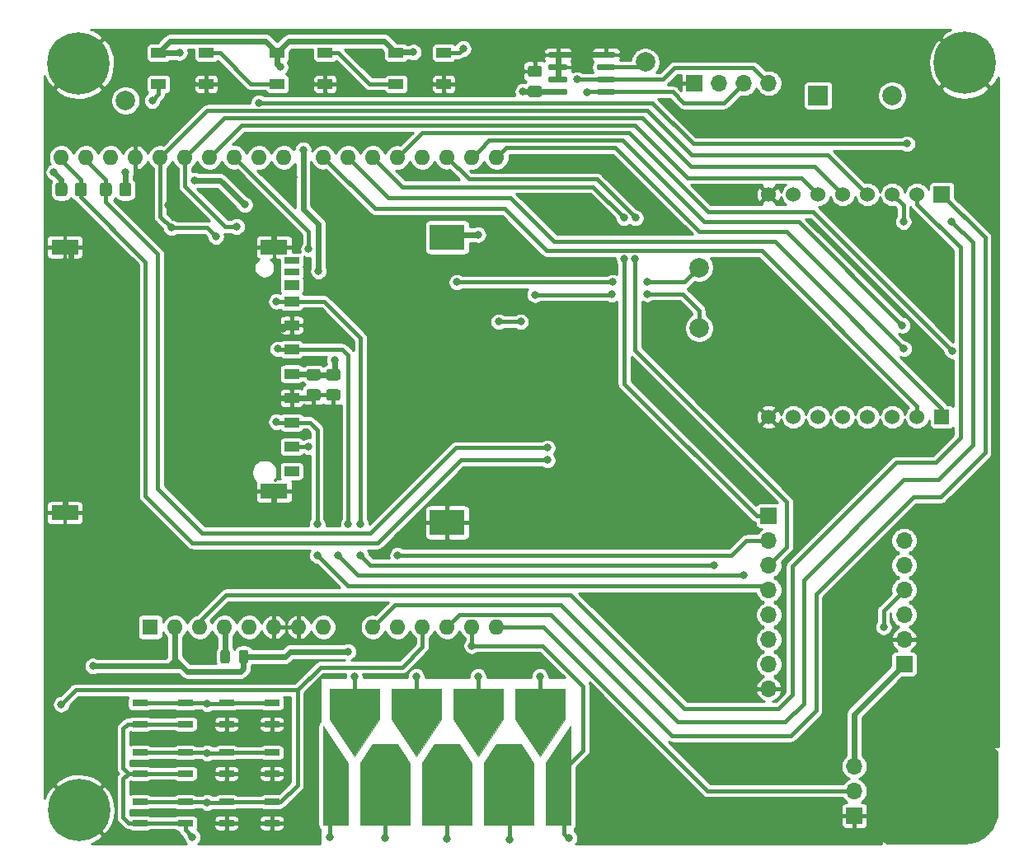
<source format=gbr>
%TF.GenerationSoftware,KiCad,Pcbnew,5.1.12-1.fc34*%
%TF.CreationDate,2022-01-19T22:29:51+01:00*%
%TF.ProjectId,frdm05-devboard,6672646d-3035-42d6-9465-76626f617264,2*%
%TF.SameCoordinates,Original*%
%TF.FileFunction,Copper,L1,Top*%
%TF.FilePolarity,Positive*%
%FSLAX46Y46*%
G04 Gerber Fmt 4.6, Leading zero omitted, Abs format (unit mm)*
G04 Created by KiCad (PCBNEW 5.1.12-1.fc34) date 2022-01-19 22:29:51*
%MOMM*%
%LPD*%
G01*
G04 APERTURE LIST*
%TA.AperFunction,EtchedComponent*%
%ADD10C,0.100000*%
%TD*%
%TA.AperFunction,ComponentPad*%
%ADD11O,1.600000X1.600000*%
%TD*%
%TA.AperFunction,ComponentPad*%
%ADD12R,1.600000X1.600000*%
%TD*%
%TA.AperFunction,ComponentPad*%
%ADD13R,1.524000X1.524000*%
%TD*%
%TA.AperFunction,ComponentPad*%
%ADD14C,1.524000*%
%TD*%
%TA.AperFunction,ComponentPad*%
%ADD15R,1.676400X1.676400*%
%TD*%
%TA.AperFunction,ComponentPad*%
%ADD16O,1.700000X1.700000*%
%TD*%
%TA.AperFunction,ComponentPad*%
%ADD17R,1.700000X1.700000*%
%TD*%
%TA.AperFunction,SMDPad,CuDef*%
%ADD18R,1.550000X0.650000*%
%TD*%
%TA.AperFunction,ComponentPad*%
%ADD19C,2.000000*%
%TD*%
%TA.AperFunction,ComponentPad*%
%ADD20C,0.800000*%
%TD*%
%TA.AperFunction,ComponentPad*%
%ADD21C,6.400000*%
%TD*%
%TA.AperFunction,SMDPad,CuDef*%
%ADD22C,1.200000*%
%TD*%
%TA.AperFunction,SMDPad,CuDef*%
%ADD23R,2.800000X1.500000*%
%TD*%
%TA.AperFunction,SMDPad,CuDef*%
%ADD24R,1.500000X0.700000*%
%TD*%
%TA.AperFunction,SMDPad,CuDef*%
%ADD25R,1.500000X1.000000*%
%TD*%
%TA.AperFunction,ComponentPad*%
%ADD26R,2.000000X2.000000*%
%TD*%
%TA.AperFunction,SMDPad,CuDef*%
%ADD27R,3.600000X2.600000*%
%TD*%
%TA.AperFunction,ViaPad*%
%ADD28C,0.800000*%
%TD*%
%TA.AperFunction,Conductor*%
%ADD29C,0.400000*%
%TD*%
%TA.AperFunction,Conductor*%
%ADD30C,0.600000*%
%TD*%
%TA.AperFunction,Conductor*%
%ADD31C,0.254000*%
%TD*%
%TA.AperFunction,Conductor*%
%ADD32C,0.100000*%
%TD*%
G04 APERTURE END LIST*
D10*
%TO.C,J2*%
G36*
X156210000Y-142240000D02*
G01*
X158750000Y-142240000D01*
X158750000Y-132080000D01*
X156210000Y-135890000D01*
X156210000Y-142240000D01*
G37*
X156210000Y-142240000D02*
X158750000Y-142240000D01*
X158750000Y-132080000D01*
X156210000Y-135890000D01*
X156210000Y-142240000D01*
G36*
X135890000Y-142240000D02*
G01*
X133350000Y-142240000D01*
X133350000Y-132080000D01*
X135890000Y-135890000D01*
X135890000Y-142240000D01*
G37*
X135890000Y-142240000D02*
X133350000Y-142240000D01*
X133350000Y-132080000D01*
X135890000Y-135890000D01*
X135890000Y-142240000D01*
G36*
X133985000Y-128270000D02*
G01*
X139065000Y-128270000D01*
X139065000Y-131445000D01*
X136525000Y-135255000D01*
X133985000Y-131445000D01*
X133985000Y-128270000D01*
G37*
X133985000Y-128270000D02*
X139065000Y-128270000D01*
X139065000Y-131445000D01*
X136525000Y-135255000D01*
X133985000Y-131445000D01*
X133985000Y-128270000D01*
G36*
X140335000Y-128270000D02*
G01*
X145415000Y-128270000D01*
X145415000Y-131445000D01*
X142875000Y-135255000D01*
X140335000Y-131445000D01*
X140335000Y-128270000D01*
G37*
X140335000Y-128270000D02*
X145415000Y-128270000D01*
X145415000Y-131445000D01*
X142875000Y-135255000D01*
X140335000Y-131445000D01*
X140335000Y-128270000D01*
G36*
X146685000Y-128270000D02*
G01*
X151765000Y-128270000D01*
X151765000Y-131445000D01*
X149225000Y-135255000D01*
X146685000Y-131445000D01*
X146685000Y-128270000D01*
G37*
X146685000Y-128270000D02*
X151765000Y-128270000D01*
X151765000Y-131445000D01*
X149225000Y-135255000D01*
X146685000Y-131445000D01*
X146685000Y-128270000D01*
G36*
X153035000Y-128270000D02*
G01*
X158115000Y-128270000D01*
X158115000Y-131445000D01*
X155575000Y-135255000D01*
X153035000Y-131445000D01*
X153035000Y-128270000D01*
G37*
X153035000Y-128270000D02*
X158115000Y-128270000D01*
X158115000Y-131445000D01*
X155575000Y-135255000D01*
X153035000Y-131445000D01*
X153035000Y-128270000D01*
G36*
X154940000Y-142240000D02*
G01*
X149860000Y-142240000D01*
X149860000Y-135890000D01*
X151130000Y-133985000D01*
X152400000Y-133985000D01*
X153670000Y-133985000D01*
X154940000Y-135890000D01*
X154940000Y-142240000D01*
G37*
X154940000Y-142240000D02*
X149860000Y-142240000D01*
X149860000Y-135890000D01*
X151130000Y-133985000D01*
X152400000Y-133985000D01*
X153670000Y-133985000D01*
X154940000Y-135890000D01*
X154940000Y-142240000D01*
G36*
X148590000Y-142240000D02*
G01*
X143510000Y-142240000D01*
X143510000Y-135890000D01*
X144780000Y-133985000D01*
X146050000Y-133985000D01*
X147320000Y-133985000D01*
X148590000Y-135890000D01*
X148590000Y-142240000D01*
G37*
X148590000Y-142240000D02*
X143510000Y-142240000D01*
X143510000Y-135890000D01*
X144780000Y-133985000D01*
X146050000Y-133985000D01*
X147320000Y-133985000D01*
X148590000Y-135890000D01*
X148590000Y-142240000D01*
G36*
X142240000Y-142240000D02*
G01*
X137160000Y-142240000D01*
X137160000Y-135890000D01*
X138430000Y-133985000D01*
X139700000Y-133985000D01*
X140970000Y-133985000D01*
X142240000Y-135890000D01*
X142240000Y-142240000D01*
G37*
X142240000Y-142240000D02*
X137160000Y-142240000D01*
X137160000Y-135890000D01*
X138430000Y-133985000D01*
X139700000Y-133985000D01*
X140970000Y-133985000D01*
X142240000Y-135890000D01*
X142240000Y-142240000D01*
%TD*%
D11*
%TO.P,A1,16*%
%TO.N,UART_TX*%
X148590000Y-73660000D03*
%TO.P,A1,15*%
%TO.N,UART_RX*%
X151130000Y-73660000D03*
%TO.P,A1,30*%
%TO.N,Net-(A1-Pad30)*%
X111510000Y-73660000D03*
%TO.P,A1,14*%
%TO.N,AN_LIGHT*%
X151130000Y-121920000D03*
%TO.P,A1,29*%
%TO.N,GND*%
X114050000Y-73660000D03*
%TO.P,A1,13*%
%TO.N,AN_KEYBOARD*%
X148590000Y-121920000D03*
%TO.P,A1,28*%
%TO.N,SPI_CLK*%
X116590000Y-73660000D03*
%TO.P,A1,12*%
%TO.N,AN_MB*%
X146050000Y-121920000D03*
%TO.P,A1,27*%
%TO.N,SPI_MISO*%
X119130000Y-73660000D03*
%TO.P,A1,11*%
%TO.N,AN_KEYPAD*%
X143510000Y-121920000D03*
%TO.P,A1,26*%
%TO.N,SPI_MOSI*%
X121670000Y-73660000D03*
%TO.P,A1,10*%
%TO.N,SPI_SS_LCD*%
X140970000Y-121920000D03*
%TO.P,A1,25*%
%TO.N,SPI_SS_SDCARD*%
X124210000Y-73660000D03*
%TO.P,A1,9*%
%TO.N,SPI_SS_MB*%
X138430000Y-121920000D03*
%TO.P,A1,24*%
%TO.N,PWM_BUZZER*%
X126750000Y-73660000D03*
%TO.P,A1,8*%
%TO.N,Net-(A1-Pad8)*%
X133350000Y-121920000D03*
%TO.P,A1,23*%
%TO.N,SPI_SS_FLASH*%
X129290000Y-73660000D03*
%TO.P,A1,7*%
%TO.N,GND*%
X130810000Y-121920000D03*
%TO.P,A1,22*%
%TO.N,MB_INT*%
X133350000Y-73660000D03*
%TO.P,A1,6*%
%TO.N,GND*%
X128270000Y-121920000D03*
%TO.P,A1,21*%
%TO.N,MB_PWM*%
X135890000Y-73660000D03*
%TO.P,A1,5*%
%TO.N,Net-(A1-Pad5)*%
X125730000Y-121920000D03*
%TO.P,A1,20*%
%TO.N,GPIO_RST_LCD*%
X138430000Y-73660000D03*
%TO.P,A1,4*%
%TO.N,Net-(A1-Pad4)*%
X123190000Y-121920000D03*
%TO.P,A1,19*%
%TO.N,SPI_SS_PMOD*%
X140970000Y-73660000D03*
%TO.P,A1,3*%
%TO.N,RST_MB*%
X120650000Y-121920000D03*
%TO.P,A1,18*%
%TO.N,GPIO_RGB_LED*%
X143510000Y-73660000D03*
%TO.P,A1,2*%
%TO.N,+3V3*%
X118110000Y-121920000D03*
%TO.P,A1,17*%
%TO.N,GPIO_DC_LCD*%
X146050000Y-73660000D03*
D12*
%TO.P,A1,1*%
%TO.N,Net-(A1-Pad1)*%
X115570000Y-121920000D03*
D11*
%TO.P,A1,31*%
%TO.N,I2C_SDA*%
X108970000Y-73660000D03*
%TO.P,A1,32*%
%TO.N,I2C_SCL*%
X106430000Y-73660000D03*
%TD*%
%TO.P,F1,2*%
%TO.N,+3V3*%
%TA.AperFunction,SMDPad,CuDef*%
G36*
G01*
X124656000Y-125424250D02*
X124656000Y-124511750D01*
G75*
G02*
X124899750Y-124268000I243750J0D01*
G01*
X125387250Y-124268000D01*
G75*
G02*
X125631000Y-124511750I0J-243750D01*
G01*
X125631000Y-125424250D01*
G75*
G02*
X125387250Y-125668000I-243750J0D01*
G01*
X124899750Y-125668000D01*
G75*
G02*
X124656000Y-125424250I0J243750D01*
G01*
G37*
%TD.AperFunction*%
%TO.P,F1,1*%
%TO.N,Net-(A1-Pad4)*%
%TA.AperFunction,SMDPad,CuDef*%
G36*
G01*
X122781000Y-125424250D02*
X122781000Y-124511750D01*
G75*
G02*
X123024750Y-124268000I243750J0D01*
G01*
X123512250Y-124268000D01*
G75*
G02*
X123756000Y-124511750I0J-243750D01*
G01*
X123756000Y-125424250D01*
G75*
G02*
X123512250Y-125668000I-243750J0D01*
G01*
X123024750Y-125668000D01*
G75*
G02*
X122781000Y-125424250I0J243750D01*
G01*
G37*
%TD.AperFunction*%
%TD*%
%TO.P,C9,2*%
%TO.N,+3V3*%
%TA.AperFunction,SMDPad,CuDef*%
G36*
G01*
X154592000Y-66299500D02*
X155542000Y-66299500D01*
G75*
G02*
X155792000Y-66549500I0J-250000D01*
G01*
X155792000Y-67224500D01*
G75*
G02*
X155542000Y-67474500I-250000J0D01*
G01*
X154592000Y-67474500D01*
G75*
G02*
X154342000Y-67224500I0J250000D01*
G01*
X154342000Y-66549500D01*
G75*
G02*
X154592000Y-66299500I250000J0D01*
G01*
G37*
%TD.AperFunction*%
%TO.P,C9,1*%
%TO.N,GND*%
%TA.AperFunction,SMDPad,CuDef*%
G36*
G01*
X154592000Y-64224500D02*
X155542000Y-64224500D01*
G75*
G02*
X155792000Y-64474500I0J-250000D01*
G01*
X155792000Y-65149500D01*
G75*
G02*
X155542000Y-65399500I-250000J0D01*
G01*
X154592000Y-65399500D01*
G75*
G02*
X154342000Y-65149500I0J250000D01*
G01*
X154342000Y-64474500D01*
G75*
G02*
X154592000Y-64224500I250000J0D01*
G01*
G37*
%TD.AperFunction*%
%TD*%
%TO.P,C7,2*%
%TO.N,+3V3*%
%TA.AperFunction,SMDPad,CuDef*%
G36*
G01*
X134841000Y-96578000D02*
X133891000Y-96578000D01*
G75*
G02*
X133641000Y-96328000I0J250000D01*
G01*
X133641000Y-95653000D01*
G75*
G02*
X133891000Y-95403000I250000J0D01*
G01*
X134841000Y-95403000D01*
G75*
G02*
X135091000Y-95653000I0J-250000D01*
G01*
X135091000Y-96328000D01*
G75*
G02*
X134841000Y-96578000I-250000J0D01*
G01*
G37*
%TD.AperFunction*%
%TO.P,C7,1*%
%TO.N,GND*%
%TA.AperFunction,SMDPad,CuDef*%
G36*
G01*
X134841000Y-98653000D02*
X133891000Y-98653000D01*
G75*
G02*
X133641000Y-98403000I0J250000D01*
G01*
X133641000Y-97728000D01*
G75*
G02*
X133891000Y-97478000I250000J0D01*
G01*
X134841000Y-97478000D01*
G75*
G02*
X135091000Y-97728000I0J-250000D01*
G01*
X135091000Y-98403000D01*
G75*
G02*
X134841000Y-98653000I-250000J0D01*
G01*
G37*
%TD.AperFunction*%
%TD*%
D13*
%TO.P,CON1,P16*%
%TO.N,MB_PWM*%
X196850000Y-100330000D03*
D14*
%TO.P,CON1,P15*%
%TO.N,MB_INT*%
X194310000Y-100330000D03*
%TO.P,CON1,P14*%
%TO.N,UART_RX*%
X191770000Y-100330000D03*
%TO.P,CON1,P13*%
%TO.N,UART_TX*%
X189230000Y-100330000D03*
%TO.P,CON1,P12*%
%TO.N,I2C_SCL*%
X186690000Y-100330000D03*
%TO.P,CON1,P11*%
%TO.N,I2C_SDA*%
X184150000Y-100330000D03*
%TO.P,CON1,P10*%
%TO.N,+5V*%
X181610000Y-100330000D03*
%TO.P,CON1,P9*%
%TO.N,GND*%
X179070000Y-100330000D03*
%TO.P,CON1,P8*%
X179070000Y-77470000D03*
%TO.P,CON1,P7*%
%TO.N,+3V3*%
X181610000Y-77470000D03*
%TO.P,CON1,P6*%
%TO.N,SPI_MOSI*%
X184150000Y-77470000D03*
%TO.P,CON1,P5*%
%TO.N,SPI_MISO*%
X186690000Y-77470000D03*
%TO.P,CON1,P4*%
%TO.N,SPI_CLK*%
X189230000Y-77470000D03*
%TO.P,CON1,P3*%
%TO.N,SPI_SS_MB*%
X191770000Y-77470000D03*
%TO.P,CON1,P2*%
%TO.N,RST_MB*%
X194310000Y-77470000D03*
D15*
%TO.P,CON1,P1*%
%TO.N,AN_MB*%
X196850000Y-77470000D03*
%TD*%
D16*
%TO.P,J5,4*%
%TO.N,I2C_SCL*%
X179070000Y-66040000D03*
%TO.P,J5,3*%
%TO.N,I2C_SDA*%
X176530000Y-66040000D03*
%TO.P,J5,2*%
%TO.N,+3V3*%
X173990000Y-66040000D03*
D17*
%TO.P,J5,1*%
%TO.N,GND*%
X171450000Y-66040000D03*
%TD*%
D18*
%TO.P,SW5,2*%
%TO.N,GND*%
X128055000Y-136965000D03*
X123405000Y-136965000D03*
%TO.P,SW5,1*%
%TO.N,Net-(R1-Pad1)*%
X128055000Y-134815000D03*
X123405000Y-134815000D03*
%TD*%
%TO.P,SW6,2*%
%TO.N,GND*%
X128055000Y-142045000D03*
X123405000Y-142045000D03*
%TO.P,SW6,1*%
%TO.N,AN_KEYPAD*%
X128055000Y-139895000D03*
X123405000Y-139895000D03*
%TD*%
%TO.P,SW4,2*%
%TO.N,GND*%
X128055000Y-131885000D03*
X123405000Y-131885000D03*
%TO.P,SW4,1*%
%TO.N,Net-(R1-Pad2)*%
X128055000Y-129735000D03*
X123405000Y-129735000D03*
%TD*%
%TO.P,SW3,2*%
%TO.N,Net-(R3-Pad1)*%
X119165000Y-142045000D03*
X114515000Y-142045000D03*
%TO.P,SW3,1*%
%TO.N,AN_KEYPAD*%
X119165000Y-139895000D03*
X114515000Y-139895000D03*
%TD*%
%TO.P,SW2,2*%
%TO.N,Net-(R3-Pad1)*%
X119165000Y-136965000D03*
X114515000Y-136965000D03*
%TO.P,SW2,1*%
%TO.N,Net-(R1-Pad1)*%
X119165000Y-134815000D03*
X114515000Y-134815000D03*
%TD*%
%TO.P,SW1,2*%
%TO.N,Net-(R3-Pad1)*%
X119165000Y-131885000D03*
X114515000Y-131885000D03*
%TO.P,SW1,1*%
%TO.N,Net-(R1-Pad2)*%
X119165000Y-129735000D03*
X114515000Y-129735000D03*
%TD*%
D19*
%TO.P,TP5,1*%
%TO.N,Net-(TP5-Pad1)*%
X171932600Y-84975700D03*
%TD*%
%TO.P,TP4,1*%
%TO.N,Net-(TP4-Pad1)*%
X171932600Y-91198700D03*
%TD*%
%TO.P,TP3,1*%
%TO.N,Net-(TP3-Pad1)*%
X166395400Y-63881000D03*
%TD*%
%TO.P,TP2,1*%
%TO.N,Net-(D3-Pad2)*%
X113030000Y-67818000D03*
%TD*%
D16*
%TO.P,J3,6*%
%TO.N,SPI_SS_PMOD*%
X192989200Y-113030000D03*
%TO.P,J3,5*%
%TO.N,SPI_MOSI*%
X192989200Y-115570000D03*
%TO.P,J3,4*%
%TO.N,SPI_MISO*%
X192989200Y-118110000D03*
%TO.P,J3,3*%
%TO.N,SPI_CLK*%
X192989200Y-120650000D03*
%TO.P,J3,2*%
%TO.N,GND*%
X192989200Y-123190000D03*
D17*
%TO.P,J3,1*%
%TO.N,+3V3*%
X192989200Y-125730000D03*
%TD*%
D20*
%TO.P,H4,1*%
%TO.N,GND*%
X109926456Y-139018944D03*
X108229400Y-138316000D03*
X106532344Y-139018944D03*
X105829400Y-140716000D03*
X106532344Y-142413056D03*
X108229400Y-143116000D03*
X109926456Y-142413056D03*
X110629400Y-140716000D03*
D21*
X108229400Y-140716000D03*
%TD*%
D20*
%TO.P,H3,1*%
%TO.N,GND*%
X200833356Y-139018944D03*
X199136300Y-138316000D03*
X197439244Y-139018944D03*
X196736300Y-140716000D03*
X197439244Y-142413056D03*
X199136300Y-143116000D03*
X200833356Y-142413056D03*
X201536300Y-140716000D03*
D21*
X199136300Y-140716000D03*
%TD*%
D20*
%TO.P,H2,1*%
%TO.N,GND*%
X109901056Y-62310944D03*
X108204000Y-61608000D03*
X106506944Y-62310944D03*
X105804000Y-64008000D03*
X106506944Y-65705056D03*
X108204000Y-66408000D03*
X109901056Y-65705056D03*
X110604000Y-64008000D03*
D21*
X108204000Y-64008000D03*
%TD*%
D20*
%TO.P,H1,1*%
%TO.N,GND*%
X200909256Y-62260144D03*
X199212200Y-61557200D03*
X197515144Y-62260144D03*
X196812200Y-63957200D03*
X197515144Y-65654256D03*
X199212200Y-66357200D03*
X200909256Y-65654256D03*
X201612200Y-63957200D03*
D21*
X199212200Y-63957200D03*
%TD*%
%TO.P,C6,2*%
%TO.N,+3V3*%
%TA.AperFunction,SMDPad,CuDef*%
G36*
G01*
X132809000Y-96578000D02*
X131859000Y-96578000D01*
G75*
G02*
X131609000Y-96328000I0J250000D01*
G01*
X131609000Y-95653000D01*
G75*
G02*
X131859000Y-95403000I250000J0D01*
G01*
X132809000Y-95403000D01*
G75*
G02*
X133059000Y-95653000I0J-250000D01*
G01*
X133059000Y-96328000D01*
G75*
G02*
X132809000Y-96578000I-250000J0D01*
G01*
G37*
%TD.AperFunction*%
%TO.P,C6,1*%
%TO.N,GND*%
%TA.AperFunction,SMDPad,CuDef*%
G36*
G01*
X132809000Y-98653000D02*
X131859000Y-98653000D01*
G75*
G02*
X131609000Y-98403000I0J250000D01*
G01*
X131609000Y-97728000D01*
G75*
G02*
X131859000Y-97478000I250000J0D01*
G01*
X132809000Y-97478000D01*
G75*
G02*
X133059000Y-97728000I0J-250000D01*
G01*
X133059000Y-98403000D01*
G75*
G02*
X132809000Y-98653000I-250000J0D01*
G01*
G37*
%TD.AperFunction*%
%TD*%
%TO.P,U3,8*%
%TO.N,+3V3*%
%TA.AperFunction,SMDPad,CuDef*%
G36*
G01*
X158405700Y-66779000D02*
X158405700Y-67079000D01*
G75*
G02*
X158255700Y-67229000I-150000J0D01*
G01*
X156605700Y-67229000D01*
G75*
G02*
X156455700Y-67079000I0J150000D01*
G01*
X156455700Y-66779000D01*
G75*
G02*
X156605700Y-66629000I150000J0D01*
G01*
X158255700Y-66629000D01*
G75*
G02*
X158405700Y-66779000I0J-150000D01*
G01*
G37*
%TD.AperFunction*%
%TO.P,U3,7*%
%TO.N,GND*%
%TA.AperFunction,SMDPad,CuDef*%
G36*
G01*
X158405700Y-65509000D02*
X158405700Y-65809000D01*
G75*
G02*
X158255700Y-65959000I-150000J0D01*
G01*
X156605700Y-65959000D01*
G75*
G02*
X156455700Y-65809000I0J150000D01*
G01*
X156455700Y-65509000D01*
G75*
G02*
X156605700Y-65359000I150000J0D01*
G01*
X158255700Y-65359000D01*
G75*
G02*
X158405700Y-65509000I0J-150000D01*
G01*
G37*
%TD.AperFunction*%
%TO.P,U3,6*%
%TA.AperFunction,SMDPad,CuDef*%
G36*
G01*
X158405700Y-64239000D02*
X158405700Y-64539000D01*
G75*
G02*
X158255700Y-64689000I-150000J0D01*
G01*
X156605700Y-64689000D01*
G75*
G02*
X156455700Y-64539000I0J150000D01*
G01*
X156455700Y-64239000D01*
G75*
G02*
X156605700Y-64089000I150000J0D01*
G01*
X158255700Y-64089000D01*
G75*
G02*
X158405700Y-64239000I0J-150000D01*
G01*
G37*
%TD.AperFunction*%
%TO.P,U3,5*%
%TA.AperFunction,SMDPad,CuDef*%
G36*
G01*
X158405700Y-62969000D02*
X158405700Y-63269000D01*
G75*
G02*
X158255700Y-63419000I-150000J0D01*
G01*
X156605700Y-63419000D01*
G75*
G02*
X156455700Y-63269000I0J150000D01*
G01*
X156455700Y-62969000D01*
G75*
G02*
X156605700Y-62819000I150000J0D01*
G01*
X158255700Y-62819000D01*
G75*
G02*
X158405700Y-62969000I0J-150000D01*
G01*
G37*
%TD.AperFunction*%
%TO.P,U3,4*%
%TA.AperFunction,SMDPad,CuDef*%
G36*
G01*
X163355700Y-62969000D02*
X163355700Y-63269000D01*
G75*
G02*
X163205700Y-63419000I-150000J0D01*
G01*
X161555700Y-63419000D01*
G75*
G02*
X161405700Y-63269000I0J150000D01*
G01*
X161405700Y-62969000D01*
G75*
G02*
X161555700Y-62819000I150000J0D01*
G01*
X163205700Y-62819000D01*
G75*
G02*
X163355700Y-62969000I0J-150000D01*
G01*
G37*
%TD.AperFunction*%
%TO.P,U3,3*%
%TO.N,Net-(TP3-Pad1)*%
%TA.AperFunction,SMDPad,CuDef*%
G36*
G01*
X163355700Y-64239000D02*
X163355700Y-64539000D01*
G75*
G02*
X163205700Y-64689000I-150000J0D01*
G01*
X161555700Y-64689000D01*
G75*
G02*
X161405700Y-64539000I0J150000D01*
G01*
X161405700Y-64239000D01*
G75*
G02*
X161555700Y-64089000I150000J0D01*
G01*
X163205700Y-64089000D01*
G75*
G02*
X163355700Y-64239000I0J-150000D01*
G01*
G37*
%TD.AperFunction*%
%TO.P,U3,2*%
%TO.N,I2C_SCL*%
%TA.AperFunction,SMDPad,CuDef*%
G36*
G01*
X163355700Y-65509000D02*
X163355700Y-65809000D01*
G75*
G02*
X163205700Y-65959000I-150000J0D01*
G01*
X161555700Y-65959000D01*
G75*
G02*
X161405700Y-65809000I0J150000D01*
G01*
X161405700Y-65509000D01*
G75*
G02*
X161555700Y-65359000I150000J0D01*
G01*
X163205700Y-65359000D01*
G75*
G02*
X163355700Y-65509000I0J-150000D01*
G01*
G37*
%TD.AperFunction*%
%TO.P,U3,1*%
%TO.N,I2C_SDA*%
%TA.AperFunction,SMDPad,CuDef*%
G36*
G01*
X163355700Y-66779000D02*
X163355700Y-67079000D01*
G75*
G02*
X163205700Y-67229000I-150000J0D01*
G01*
X161555700Y-67229000D01*
G75*
G02*
X161405700Y-67079000I0J150000D01*
G01*
X161405700Y-66779000D01*
G75*
G02*
X161555700Y-66629000I150000J0D01*
G01*
X163205700Y-66629000D01*
G75*
G02*
X163355700Y-66779000I0J-150000D01*
G01*
G37*
%TD.AperFunction*%
%TD*%
%TO.P,R17,2*%
%TO.N,+3V3*%
%TA.AperFunction,SMDPad,CuDef*%
G36*
G01*
X112414000Y-77412001D02*
X112414000Y-76511999D01*
G75*
G02*
X112663999Y-76262000I249999J0D01*
G01*
X113364001Y-76262000D01*
G75*
G02*
X113614000Y-76511999I0J-249999D01*
G01*
X113614000Y-77412001D01*
G75*
G02*
X113364001Y-77662000I-249999J0D01*
G01*
X112663999Y-77662000D01*
G75*
G02*
X112414000Y-77412001I0J249999D01*
G01*
G37*
%TD.AperFunction*%
%TO.P,R17,1*%
%TO.N,I2C_SDA*%
%TA.AperFunction,SMDPad,CuDef*%
G36*
G01*
X110414000Y-77412001D02*
X110414000Y-76511999D01*
G75*
G02*
X110663999Y-76262000I249999J0D01*
G01*
X111364001Y-76262000D01*
G75*
G02*
X111614000Y-76511999I0J-249999D01*
G01*
X111614000Y-77412001D01*
G75*
G02*
X111364001Y-77662000I-249999J0D01*
G01*
X110663999Y-77662000D01*
G75*
G02*
X110414000Y-77412001I0J249999D01*
G01*
G37*
%TD.AperFunction*%
%TD*%
%TO.P,R16,2*%
%TO.N,+3V3*%
%TA.AperFunction,SMDPad,CuDef*%
G36*
G01*
X107042000Y-76511999D02*
X107042000Y-77412001D01*
G75*
G02*
X106792001Y-77662000I-249999J0D01*
G01*
X106091999Y-77662000D01*
G75*
G02*
X105842000Y-77412001I0J249999D01*
G01*
X105842000Y-76511999D01*
G75*
G02*
X106091999Y-76262000I249999J0D01*
G01*
X106792001Y-76262000D01*
G75*
G02*
X107042000Y-76511999I0J-249999D01*
G01*
G37*
%TD.AperFunction*%
%TO.P,R16,1*%
%TO.N,I2C_SCL*%
%TA.AperFunction,SMDPad,CuDef*%
G36*
G01*
X109042000Y-76511999D02*
X109042000Y-77412001D01*
G75*
G02*
X108792001Y-77662000I-249999J0D01*
G01*
X108091999Y-77662000D01*
G75*
G02*
X107842000Y-77412001I0J249999D01*
G01*
X107842000Y-76511999D01*
G75*
G02*
X108091999Y-76262000I249999J0D01*
G01*
X108792001Y-76262000D01*
G75*
G02*
X109042000Y-76511999I0J-249999D01*
G01*
G37*
%TD.AperFunction*%
%TD*%
D16*
%TO.P,LCD1,8*%
%TO.N,GND*%
X179070000Y-128270000D03*
%TO.P,LCD1,7*%
%TO.N,Net-(LCD1-Pad7)*%
X179070000Y-125730000D03*
%TO.P,LCD1,6*%
%TO.N,+3V3*%
X179070000Y-123190000D03*
%TO.P,LCD1,5*%
%TO.N,SPI_CLK*%
X179070000Y-120650000D03*
%TO.P,LCD1,4*%
%TO.N,SPI_MOSI*%
X179070000Y-118110000D03*
%TO.P,LCD1,3*%
%TO.N,GPIO_DC_LCD*%
X179070000Y-115570000D03*
%TO.P,LCD1,2*%
%TO.N,SPI_SS_LCD*%
X179070000Y-113030000D03*
D17*
%TO.P,LCD1,1*%
%TO.N,GPIO_RST_LCD*%
X179070000Y-110490000D03*
%TD*%
D16*
%TO.P,J4,3*%
%TO.N,+3V3*%
X187858400Y-136220200D03*
%TO.P,J4,2*%
%TO.N,AN_LIGHT*%
X187858400Y-138760200D03*
D17*
%TO.P,J4,1*%
%TO.N,GND*%
X187858400Y-141300200D03*
%TD*%
D22*
%TO.P,J2,9*%
%TO.N,AN_KEYBOARD*%
X158115000Y-135890000D03*
%TO.P,J2,8*%
%TO.N,Net-(J2-Pad8)*%
X152400000Y-134620000D03*
%TO.P,J2,7*%
%TO.N,Net-(J2-Pad7)*%
X146050000Y-134620000D03*
%TO.P,J2,6*%
%TO.N,Net-(J2-Pad6)*%
X139700000Y-134620000D03*
%TO.P,J2,5*%
%TO.N,Net-(J2-Pad5)*%
X133985000Y-135890000D03*
%TO.P,J2,4*%
%TO.N,Net-(J2-Pad4)*%
X155575000Y-128905000D03*
%TO.P,J2,3*%
%TO.N,Net-(J2-Pad3)*%
X149225000Y-128905000D03*
%TO.P,J2,2*%
%TO.N,Net-(J2-Pad2)*%
X142875000Y-128905000D03*
%TO.P,J2,1*%
%TO.N,Net-(J2-Pad1)*%
X136525000Y-128905000D03*
%TD*%
D23*
%TO.P,J1,12*%
%TO.N,GND*%
X128285000Y-82870000D03*
X106785000Y-82870000D03*
X106785000Y-110170000D03*
X128285000Y-107970000D03*
D24*
%TO.P,J1,11*%
%TO.N,Net-(J1-Pad11)*%
X130085000Y-84265000D03*
%TO.P,J1,10*%
%TO.N,Net-(J1-Pad10)*%
X130085000Y-85465000D03*
D25*
%TO.P,J1,9*%
%TO.N,Net-(J1-Pad9)*%
X130085000Y-105895000D03*
%TO.P,J1,8*%
%TO.N,Net-(J1-Pad8)*%
X130085000Y-86765000D03*
%TO.P,J1,7*%
%TO.N,SPI_MISO*%
X130085000Y-88465000D03*
%TO.P,J1,6*%
%TO.N,GND*%
X130085000Y-90895000D03*
%TO.P,J1,5*%
%TO.N,SPI_CLK*%
X130085000Y-93395000D03*
%TO.P,J1,4*%
%TO.N,+3V3*%
X130085000Y-95895000D03*
%TO.P,J1,3*%
%TO.N,GND*%
X130085000Y-98395000D03*
%TO.P,J1,2*%
%TO.N,SPI_MOSI*%
X130085000Y-100895000D03*
%TO.P,J1,1*%
%TO.N,SPI_SS_SDCARD*%
X130085000Y-103395000D03*
%TD*%
%TO.P,D3,1*%
%TO.N,+5V*%
X116422000Y-62916000D03*
%TO.P,D3,2*%
%TO.N,Net-(D3-Pad2)*%
X116422000Y-66116000D03*
%TO.P,D3,4*%
%TO.N,Net-(D2-Pad2)*%
X121322000Y-62916000D03*
%TO.P,D3,3*%
%TO.N,GND*%
X121322000Y-66116000D03*
%TD*%
%TO.P,D2,1*%
%TO.N,+5V*%
X128614000Y-62916000D03*
%TO.P,D2,2*%
%TO.N,Net-(D2-Pad2)*%
X128614000Y-66116000D03*
%TO.P,D2,4*%
%TO.N,Net-(D1-Pad2)*%
X133514000Y-62916000D03*
%TO.P,D2,3*%
%TO.N,GND*%
X133514000Y-66116000D03*
%TD*%
%TO.P,D1,1*%
%TO.N,+5V*%
X140806000Y-62916000D03*
%TO.P,D1,2*%
%TO.N,Net-(D1-Pad2)*%
X140806000Y-66116000D03*
%TO.P,D1,4*%
%TO.N,Net-(D1-Pad4)*%
X145706000Y-62916000D03*
%TO.P,D1,3*%
%TO.N,GND*%
X145706000Y-66116000D03*
%TD*%
D19*
%TO.P,BZ1,2*%
%TO.N,Net-(BZ1-Pad2)*%
X191750000Y-67310000D03*
D26*
%TO.P,BZ1,1*%
%TO.N,Net-(BZ1-Pad1)*%
X184150000Y-67310000D03*
%TD*%
D27*
%TO.P,BT1,1*%
%TO.N,Net-(BT1-Pad1)*%
X146050000Y-81870000D03*
%TO.P,BT1,2*%
%TO.N,GND*%
X146050000Y-111170000D03*
%TD*%
D28*
%TO.N,UART_TX*%
X192798700Y-90919300D03*
%TO.N,UART_RX*%
X192951100Y-93306900D03*
%TO.N,GND*%
X128282700Y-81203800D03*
X125763600Y-136965000D03*
X125628400Y-141960600D03*
X128282700Y-110312200D03*
X160782000Y-84582000D03*
X134620000Y-76835000D03*
X142608300Y-80645000D03*
X157657800Y-102514400D03*
X144792700Y-91960700D03*
X137160000Y-120002300D03*
X159016700Y-79832200D03*
X195326000Y-87630000D03*
X189992000Y-83312000D03*
X188023500Y-67360800D03*
X163906200Y-75704700D03*
X156121100Y-78879700D03*
X162052000Y-79971900D03*
X160820100Y-90982800D03*
X159893000Y-63119000D03*
X106785000Y-108175190D03*
X128524000Y-98298000D03*
X125671000Y-131885000D03*
X195326000Y-83312000D03*
X137160000Y-71882000D03*
X167894000Y-98298000D03*
X151701500Y-125476000D03*
X144780000Y-75438000D03*
X130302000Y-75692000D03*
X154686000Y-92202000D03*
X187820300Y-119443500D03*
X162306000Y-107442000D03*
X165976300Y-110731300D03*
X164846000Y-120396000D03*
X167894000Y-138430000D03*
X121843800Y-104521000D03*
X148844000Y-93091000D03*
X119634000Y-124206000D03*
X130429000Y-126365000D03*
X117390000Y-78613000D03*
X151892000Y-101727000D03*
X152185504Y-97128196D03*
X138620500Y-91440000D03*
X188341000Y-104775000D03*
X199009000Y-109347000D03*
X107442000Y-84455000D03*
X129159000Y-91313000D03*
X179578000Y-87630000D03*
X179578000Y-91948000D03*
X183896000Y-91948000D03*
X113665000Y-127254000D03*
X194945000Y-93980000D03*
%TO.N,AN_KEYBOARD*%
X158559500Y-143624300D03*
X148590000Y-123837700D03*
%TO.N,SPI_CLK*%
X128651000Y-93345000D03*
X176530000Y-116586000D03*
X134874000Y-114554000D03*
X135905987Y-111379000D03*
X117729001Y-80899001D03*
X122300996Y-81788000D03*
%TO.N,SPI_MISO*%
X173482000Y-115570000D03*
X190868300Y-121900001D03*
X128524000Y-88465000D03*
X137159999Y-114554001D03*
X137160000Y-111379000D03*
X124460000Y-80772016D03*
%TO.N,AN_KEYPAD*%
X121412000Y-139954000D03*
X106425976Y-129857500D03*
%TO.N,SPI_MOSI*%
X128523994Y-100838006D03*
X132715000Y-111379000D03*
X132715000Y-114553988D03*
%TO.N,SPI_SS_LCD*%
X140970000Y-114553999D03*
%TO.N,SPI_SS_SDCARD*%
X131826000Y-83058000D03*
X131808994Y-103395000D03*
%TO.N,SPI_SS_MB*%
X192913000Y-80264000D03*
X197866004Y-80264000D03*
%TO.N,PWM_BUZZER*%
X126733300Y-68033990D03*
X193294000Y-72262998D03*
%TO.N,+5V*%
X118567200Y-62890400D03*
X142595600Y-62852300D03*
X131267200Y-72872600D03*
X132842000Y-85344000D03*
X128904988Y-64389000D03*
%TO.N,GPIO_RST_LCD*%
X164189180Y-79846156D03*
X164236400Y-84035810D03*
%TO.N,+3V3*%
X109664500Y-125933200D03*
X113030000Y-75184000D03*
X105664000Y-75184000D03*
X134493000Y-94487994D03*
X120142000Y-76009500D03*
X135890000Y-124460000D03*
X153838972Y-66887000D03*
X125260010Y-78524636D03*
%TO.N,GPIO_DC_LCD*%
X165379398Y-79870300D03*
X165328600Y-84035810D03*
%TO.N,I2C_SDA*%
X160426400Y-67005200D03*
X156337000Y-103505000D03*
%TO.N,I2C_SCL*%
X156337000Y-104775000D03*
X159385000Y-65659000D03*
%TO.N,Net-(BT1-Pad1)*%
X149225000Y-81597500D03*
%TO.N,Net-(D1-Pad4)*%
X147701000Y-62484000D03*
%TO.N,Net-(D3-Pad2)*%
X115760496Y-67818000D03*
%TO.N,Net-(D4-Pad3)*%
X153606500Y-90551000D03*
X151360210Y-90551007D03*
%TO.N,Net-(J2-Pad8)*%
X152463500Y-143725900D03*
%TO.N,Net-(J2-Pad7)*%
X146024600Y-143675100D03*
%TO.N,Net-(J2-Pad6)*%
X139636500Y-143573500D03*
%TO.N,Net-(J2-Pad5)*%
X133984995Y-143510000D03*
%TO.N,Net-(J2-Pad4)*%
X155575000Y-127000000D03*
%TO.N,Net-(J2-Pad3)*%
X149225000Y-127000000D03*
%TO.N,Net-(J2-Pad2)*%
X142875000Y-127000000D03*
%TO.N,Net-(J2-Pad1)*%
X136525000Y-127000000D03*
%TO.N,Net-(R1-Pad2)*%
X121412000Y-129794000D03*
%TO.N,Net-(R1-Pad1)*%
X121412000Y-134874000D03*
%TO.N,Net-(R3-Pad1)*%
X119888000Y-143510000D03*
%TO.N,Net-(TP4-Pad1)*%
X155067100Y-87769700D03*
X162979100Y-87731600D03*
X166598600Y-87693500D03*
%TO.N,Net-(TP5-Pad1)*%
X163029900Y-86487000D03*
X166598600Y-86487000D03*
X147066000Y-86487000D03*
%TO.N,SPI_SS_PMOD*%
X197929499Y-93535501D03*
%TD*%
D29*
%TO.N,UART_TX*%
X150368000Y-71882000D02*
X149389999Y-72860001D01*
X164084000Y-71882000D02*
X150368000Y-71882000D01*
X182143400Y-80264000D02*
X172466000Y-80264000D01*
X149389999Y-72860001D02*
X148590000Y-73660000D01*
X172466000Y-80264000D02*
X164084000Y-71882000D01*
X192798700Y-90919300D02*
X182143400Y-80264000D01*
%TO.N,UART_RX*%
X152146000Y-72644000D02*
X151130000Y-73660000D01*
X180924200Y-81280000D02*
X171958000Y-81280000D01*
X171958000Y-81280000D02*
X163322000Y-72644000D01*
X163322000Y-72644000D02*
X152146000Y-72644000D01*
X192951100Y-93306900D02*
X180924200Y-81280000D01*
%TO.N,AN_LIGHT*%
X172796200Y-138760200D02*
X187960000Y-138760200D01*
X155956000Y-121920000D02*
X172796200Y-138760200D01*
X151130000Y-121920000D02*
X155956000Y-121920000D01*
D30*
%TO.N,GND*%
X191008000Y-134620000D02*
X202184000Y-134620000D01*
X190500000Y-134112000D02*
X191008000Y-134620000D01*
X191008000Y-134747000D02*
X191008000Y-143764000D01*
X157430700Y-63119000D02*
X157430700Y-64389000D01*
X157430700Y-64389000D02*
X157430700Y-65659000D01*
X157430700Y-63119000D02*
X159893000Y-63119000D01*
X128285000Y-81206100D02*
X128282700Y-81203800D01*
X128285000Y-82870000D02*
X128285000Y-81206100D01*
D29*
X123655000Y-136965000D02*
X125763600Y-136965000D01*
X125712800Y-142045000D02*
X125628400Y-141960600D01*
X125763600Y-142045000D02*
X125712800Y-142045000D01*
X123655000Y-142045000D02*
X125763600Y-142045000D01*
X125763600Y-142045000D02*
X127805000Y-142045000D01*
D30*
X128285000Y-110309900D02*
X128282700Y-110312200D01*
X128285000Y-107970000D02*
X128285000Y-110309900D01*
X159893000Y-63119000D02*
X162380700Y-63119000D01*
X106785000Y-110170000D02*
X106785000Y-108175190D01*
X128621000Y-98395000D02*
X128524000Y-98298000D01*
X130085000Y-98395000D02*
X128621000Y-98395000D01*
D29*
X123655000Y-131885000D02*
X125671000Y-131885000D01*
X129227000Y-136965000D02*
X128055000Y-136965000D01*
X129794000Y-136398000D02*
X129227000Y-136965000D01*
X129794000Y-132334000D02*
X129794000Y-136398000D01*
X129345000Y-131885000D02*
X129794000Y-132334000D01*
X125671000Y-131885000D02*
X129345000Y-131885000D01*
D30*
X132004500Y-98395000D02*
X132334000Y-98065500D01*
X130085000Y-98395000D02*
X132004500Y-98395000D01*
X107442000Y-83527000D02*
X106785000Y-82870000D01*
X107442000Y-84455000D02*
X107442000Y-83527000D01*
X130085000Y-90895000D02*
X129577000Y-90895000D01*
X129577000Y-90895000D02*
X129159000Y-91313000D01*
D29*
X128055000Y-136965000D02*
X125763600Y-136965000D01*
%TO.N,AN_KEYBOARD*%
X158559500Y-143624300D02*
X158089600Y-143154400D01*
X158115000Y-138823700D02*
X158089600Y-138849100D01*
X158115000Y-135890000D02*
X158115000Y-138823700D01*
X158089600Y-138849100D02*
X158089600Y-138074400D01*
X158089600Y-143154400D02*
X158089600Y-138849100D01*
X160020000Y-128016000D02*
X155841700Y-123837700D01*
X160020000Y-134607300D02*
X160020000Y-128016000D01*
X148590000Y-123837700D02*
X148590000Y-121920000D01*
X158737300Y-135890000D02*
X160020000Y-134607300D01*
X155841700Y-123837700D02*
X148590000Y-123837700D01*
X158115000Y-135890000D02*
X158737300Y-135890000D01*
%TO.N,SPI_CLK*%
X128701000Y-93395000D02*
X128651000Y-93345000D01*
X130085000Y-93395000D02*
X128701000Y-93395000D01*
X121416000Y-68834000D02*
X116590000Y-73660000D01*
X171196000Y-73406000D02*
X166624000Y-68834000D01*
X185166000Y-73406000D02*
X171196000Y-73406000D01*
X166624000Y-68834000D02*
X121416000Y-68834000D01*
X189230000Y-77470000D02*
X185166000Y-73406000D01*
X176530000Y-116586000D02*
X136906000Y-116586000D01*
X136906000Y-116586000D02*
X134874000Y-114554000D01*
X135905987Y-93995987D02*
X135905987Y-111379000D01*
X135305000Y-93395000D02*
X135905987Y-93995987D01*
X130085000Y-93395000D02*
X135305000Y-93395000D01*
X116590000Y-73660000D02*
X116590000Y-79760000D01*
X116590000Y-79760000D02*
X117729001Y-80899001D01*
X117729001Y-80899001D02*
X121411997Y-80899001D01*
X121411997Y-80899001D02*
X122300996Y-81788000D01*
%TO.N,AN_MB*%
X201295000Y-104013000D02*
X201295000Y-81915000D01*
X193941700Y-108572300D02*
X196735700Y-108572300D01*
X183946800Y-130505200D02*
X183946800Y-118567200D01*
X201295000Y-81915000D02*
X196850000Y-77470000D01*
X181356000Y-133096000D02*
X183946800Y-130505200D01*
X169164000Y-133096000D02*
X181356000Y-133096000D01*
X183946800Y-118567200D02*
X193941700Y-108572300D01*
X156718000Y-120650000D02*
X169164000Y-133096000D01*
X147320000Y-120650000D02*
X156718000Y-120650000D01*
X196735700Y-108572300D02*
X201295000Y-104013000D01*
X146050000Y-121920000D02*
X147320000Y-120650000D01*
%TO.N,SPI_MISO*%
X128851000Y-88465000D02*
X128851000Y-88465000D01*
X123194000Y-69596000D02*
X119130000Y-73660000D01*
X166116000Y-69596000D02*
X123194000Y-69596000D01*
X171107100Y-74587100D02*
X166116000Y-69596000D01*
X183807100Y-74587100D02*
X171107100Y-74587100D01*
X186690000Y-77470000D02*
X183807100Y-74587100D01*
X190868300Y-120230900D02*
X192989200Y-118110000D01*
X190868300Y-121900001D02*
X190868300Y-120230900D01*
X130085000Y-88465000D02*
X128851000Y-88465000D01*
X128851000Y-88465000D02*
X128524000Y-88465000D01*
X138175998Y-115570000D02*
X137159999Y-114554001D01*
X173482000Y-115570000D02*
X138175998Y-115570000D01*
X133423000Y-88465000D02*
X130085000Y-88465000D01*
X137160000Y-92202000D02*
X133423000Y-88465000D01*
X137160000Y-111379000D02*
X137160000Y-92202000D01*
X119130000Y-73660000D02*
X119130000Y-76642685D01*
X119130000Y-76642685D02*
X123259331Y-80772016D01*
X123259331Y-80772016D02*
X124460000Y-80772016D01*
%TO.N,AN_KEYPAD*%
X114765000Y-139895000D02*
X118915000Y-139895000D01*
X121353000Y-139895000D02*
X121412000Y-139954000D01*
X118915000Y-139895000D02*
X121353000Y-139895000D01*
X123655000Y-139895000D02*
X128055000Y-139895000D01*
X123596000Y-139954000D02*
X123655000Y-139895000D01*
X121412000Y-139954000D02*
X123596000Y-139954000D01*
X141414500Y-126047500D02*
X133032500Y-126047500D01*
X143510000Y-123952000D02*
X141414500Y-126047500D01*
X133032500Y-126047500D02*
X130683000Y-128397000D01*
X143510000Y-121920000D02*
X143510000Y-123952000D01*
X107886476Y-128397000D02*
X106425976Y-129857500D01*
X130683000Y-128397000D02*
X107886476Y-128397000D01*
X130683000Y-138176000D02*
X130683000Y-128397000D01*
X128964000Y-139895000D02*
X130683000Y-138176000D01*
X128055000Y-139895000D02*
X128964000Y-139895000D01*
%TO.N,SPI_MOSI*%
X182422800Y-75742800D02*
X184150000Y-77470000D01*
X170738800Y-75742800D02*
X182422800Y-75742800D01*
X165354000Y-70358000D02*
X170738800Y-75742800D01*
X124972000Y-70358000D02*
X165354000Y-70358000D01*
X121670000Y-73660000D02*
X124972000Y-70358000D01*
X130085000Y-100895000D02*
X128580988Y-100895000D01*
X128580988Y-100895000D02*
X128523994Y-100838006D01*
X130085000Y-100895000D02*
X131936702Y-100895000D01*
X131936702Y-100895000D02*
X132715000Y-101673298D01*
X132715000Y-101673298D02*
X132715000Y-111379000D01*
X178689000Y-117729000D02*
X135890012Y-117729000D01*
X179070000Y-118110000D02*
X178689000Y-117729000D01*
X135890012Y-117729000D02*
X132715000Y-114553988D01*
%TO.N,SPI_SS_LCD*%
X175260001Y-114553999D02*
X140970000Y-114553999D01*
X176784000Y-113030000D02*
X175260001Y-114553999D01*
X179070000Y-113030000D02*
X176784000Y-113030000D01*
%TO.N,SPI_SS_SDCARD*%
X131826000Y-81276000D02*
X131826000Y-83058000D01*
X124210000Y-73660000D02*
X131826000Y-81276000D01*
X130085000Y-103395000D02*
X131808994Y-103395000D01*
%TO.N,SPI_SS_MB*%
X191770000Y-77470000D02*
X192913000Y-78613000D01*
X192913000Y-78613000D02*
X192913000Y-80264000D01*
X200025000Y-82422996D02*
X197866004Y-80264000D01*
X200025000Y-103225600D02*
X200025000Y-82422996D01*
X182664100Y-117055900D02*
X192925700Y-106794300D01*
X180759100Y-131660900D02*
X182664100Y-129755900D01*
X196456300Y-106794300D02*
X200025000Y-103225600D01*
X169760900Y-131660900D02*
X180759100Y-131660900D01*
X182664100Y-129755900D02*
X182664100Y-117055900D01*
X157734000Y-119634000D02*
X169760900Y-131660900D01*
X140716000Y-119634000D02*
X157734000Y-119634000D01*
X192925700Y-106794300D02*
X196456300Y-106794300D01*
X138430000Y-121920000D02*
X140716000Y-119634000D01*
%TO.N,PWM_BUZZER*%
X126733300Y-68033990D02*
X167093990Y-68033990D01*
X167093990Y-68033990D02*
X171322998Y-72262998D01*
X171322998Y-72262998D02*
X193294000Y-72262998D01*
%TO.N,MB_INT*%
X143849999Y-78930500D02*
X138620500Y-78930500D01*
X138620500Y-78930500D02*
X133350000Y-73660000D01*
X151968200Y-78943200D02*
X143841998Y-78943200D01*
X156260800Y-83235800D02*
X151968200Y-78943200D01*
X178346100Y-83235800D02*
X156260800Y-83235800D01*
X194310000Y-99199700D02*
X178346100Y-83235800D01*
X194310000Y-100330000D02*
X194310000Y-99199700D01*
%TO.N,MB_PWM*%
X140042900Y-77812900D02*
X135890000Y-73660000D01*
X157035500Y-82296000D02*
X152552400Y-77812900D01*
X179692300Y-82296000D02*
X157035500Y-82296000D01*
X152552400Y-77812900D02*
X140042900Y-77812900D01*
X196850000Y-99453700D02*
X179692300Y-82296000D01*
X196850000Y-100330000D02*
X196850000Y-99453700D01*
D30*
%TO.N,+5V*%
X118541600Y-62916000D02*
X116422000Y-62916000D01*
X118567200Y-62890400D02*
X118541600Y-62916000D01*
X140869700Y-62852300D02*
X142595600Y-62852300D01*
X140806000Y-62916000D02*
X140869700Y-62852300D01*
X127420000Y-61722000D02*
X128614000Y-62916000D01*
X117616000Y-61722000D02*
X127420000Y-61722000D01*
X116422000Y-62916000D02*
X117616000Y-61722000D01*
X128614000Y-62916000D02*
X129808000Y-61722000D01*
X129808000Y-61722000D02*
X129808026Y-61722000D01*
X139612000Y-61722000D02*
X129808026Y-61722000D01*
X140806000Y-62916000D02*
X139612000Y-61722000D01*
X131267200Y-78955900D02*
X132842000Y-80530700D01*
X132842000Y-80530700D02*
X132842000Y-85344000D01*
X131267200Y-72872600D02*
X131267200Y-78955900D01*
X128614000Y-62916000D02*
X128614000Y-64098012D01*
X128614000Y-64098012D02*
X128904988Y-64389000D01*
D29*
%TO.N,GPIO_RST_LCD*%
X138430000Y-73660000D02*
X141452600Y-76682600D01*
X161025624Y-76682600D02*
X164189180Y-79846156D01*
X141452600Y-76682600D02*
X161025624Y-76682600D01*
X164236400Y-96906400D02*
X164236400Y-84035810D01*
X177820000Y-110490000D02*
X164236400Y-96906400D01*
X179070000Y-110490000D02*
X177820000Y-110490000D01*
D30*
%TO.N,+3V3*%
X113030000Y-76946000D02*
X113014000Y-76962000D01*
X113030000Y-75184000D02*
X113030000Y-76946000D01*
X106442000Y-75962000D02*
X105664000Y-75184000D01*
X106442000Y-76962000D02*
X106442000Y-75962000D01*
X118110000Y-125298200D02*
X117475000Y-125933200D01*
X118110000Y-121920000D02*
X118110000Y-125298200D01*
X117475000Y-125933200D02*
X109664500Y-125933200D01*
X118516400Y-125933200D02*
X117475000Y-125933200D01*
X118795800Y-125933200D02*
X118516400Y-125933200D01*
X118160800Y-125298200D02*
X118795800Y-125933200D01*
X118110000Y-125298200D02*
X118160800Y-125298200D01*
X187858400Y-130860800D02*
X192989200Y-125730000D01*
X187858400Y-136220200D02*
X187858400Y-130860800D01*
X155109000Y-66929000D02*
X155067000Y-66887000D01*
X157430700Y-66929000D02*
X155109000Y-66929000D01*
X155067000Y-66887000D02*
X153838972Y-66887000D01*
X134493000Y-95990500D02*
X134493000Y-94487994D01*
X132340100Y-95895000D02*
X132435600Y-95990500D01*
X132435600Y-95990500D02*
X134493000Y-95990500D01*
X130085000Y-95895000D02*
X132340100Y-95895000D01*
X120142000Y-76009500D02*
X122744874Y-76009500D01*
X122744874Y-76009500D02*
X125260010Y-78524636D01*
X129413000Y-124968000D02*
X125143500Y-124968000D01*
X129921000Y-124460000D02*
X129413000Y-124968000D01*
X135890000Y-124460000D02*
X129921000Y-124460000D01*
X125143500Y-126189500D02*
X125143500Y-124968000D01*
X124841000Y-126492000D02*
X125143500Y-126189500D01*
X119354600Y-126492000D02*
X124841000Y-126492000D01*
X118795800Y-125933200D02*
X119354600Y-126492000D01*
D29*
%TO.N,RST_MB*%
X123329700Y-118618000D02*
X120650000Y-121297700D01*
X158750000Y-118618000D02*
X123329700Y-118618000D01*
X170434000Y-130302000D02*
X158750000Y-118618000D01*
X180086000Y-130302000D02*
X170434000Y-130302000D01*
X192151000Y-105029000D02*
X181508400Y-115671600D01*
X196215000Y-105029000D02*
X192151000Y-105029000D01*
X181508400Y-128879600D02*
X180086000Y-130302000D01*
X198755000Y-102489000D02*
X196215000Y-105029000D01*
X198755000Y-82931000D02*
X198755000Y-102489000D01*
X194310000Y-78486000D02*
X198755000Y-82931000D01*
X120650000Y-121297700D02*
X120650000Y-121920000D01*
X181508400Y-115671600D02*
X181508400Y-128879600D01*
X194310000Y-77470000D02*
X194310000Y-78486000D01*
%TO.N,GPIO_DC_LCD*%
X146050000Y-73660000D02*
X148285200Y-75895200D01*
X148285200Y-75895200D02*
X161404298Y-75895200D01*
X161404298Y-75895200D02*
X165379398Y-79870300D01*
X180936900Y-113703100D02*
X180936900Y-109054900D01*
X165328600Y-93446600D02*
X165328600Y-84035810D01*
X179070000Y-115570000D02*
X180936900Y-113703100D01*
X180936900Y-109054900D02*
X165328600Y-93446600D01*
%TO.N,I2C_SDA*%
X160502600Y-66929000D02*
X160426400Y-67005200D01*
X162380700Y-66929000D02*
X160502600Y-66929000D01*
X111014000Y-75962000D02*
X111014000Y-76962000D01*
X108970000Y-73918000D02*
X111014000Y-75962000D01*
X108970000Y-73660000D02*
X108970000Y-73918000D01*
X162380700Y-66929000D02*
X169195750Y-66929000D01*
X169195750Y-66929000D02*
X170338750Y-68072000D01*
X170338750Y-68072000D02*
X174498000Y-68072000D01*
X174498000Y-68072000D02*
X175680001Y-66889999D01*
X175680001Y-66889999D02*
X176530000Y-66040000D01*
X138176000Y-112268000D02*
X146939000Y-103505000D01*
X120904000Y-112268000D02*
X138176000Y-112268000D01*
X116332000Y-107696000D02*
X120904000Y-112268000D01*
X146939000Y-103505000D02*
X156337000Y-103505000D01*
X116332000Y-83566000D02*
X116332000Y-107696000D01*
X111014000Y-78248000D02*
X116332000Y-83566000D01*
X111014000Y-76962000D02*
X111014000Y-78248000D01*
%TO.N,I2C_SCL*%
X108442000Y-75938000D02*
X108442000Y-76962000D01*
X106430000Y-73926000D02*
X108442000Y-75938000D01*
X106430000Y-73660000D02*
X106430000Y-73926000D01*
X162380700Y-65659000D02*
X168198800Y-65659000D01*
X169418000Y-64439800D02*
X177469800Y-64439800D01*
X168198800Y-65659000D02*
X169418000Y-64439800D01*
X177469800Y-64439800D02*
X179070000Y-66040000D01*
X119888000Y-113284000D02*
X138938000Y-113284000D01*
X115062000Y-108458000D02*
X119888000Y-113284000D01*
X147447000Y-104775000D02*
X156337000Y-104775000D01*
X115062000Y-84378800D02*
X115062000Y-108458000D01*
X138938000Y-113284000D02*
X147447000Y-104775000D01*
X108442000Y-77758800D02*
X115062000Y-84378800D01*
X108442000Y-76962000D02*
X108442000Y-77758800D01*
X162380700Y-65659000D02*
X159385000Y-65659000D01*
D30*
%TO.N,Net-(BT1-Pad1)*%
X146144700Y-81775300D02*
X146050000Y-81870000D01*
X146322500Y-81597500D02*
X146050000Y-81870000D01*
X149225000Y-81597500D02*
X146322500Y-81597500D01*
D29*
%TO.N,Net-(D1-Pad2)*%
X138086900Y-66116000D02*
X140806000Y-66116000D01*
X134886900Y-62916000D02*
X138086900Y-66116000D01*
X133514000Y-62916000D02*
X134886900Y-62916000D01*
%TO.N,Net-(D1-Pad4)*%
X145706000Y-62916000D02*
X147269000Y-62916000D01*
X147269000Y-62916000D02*
X147701000Y-62484000D01*
%TO.N,Net-(D2-Pad2)*%
X125907600Y-66116000D02*
X128614000Y-66116000D01*
X122707600Y-62916000D02*
X125907600Y-66116000D01*
X121068000Y-62916000D02*
X122707600Y-62916000D01*
%TO.N,Net-(D3-Pad2)*%
X116422000Y-66116000D02*
X116422000Y-67156496D01*
X116422000Y-67156496D02*
X115760496Y-67818000D01*
%TO.N,Net-(D4-Pad3)*%
X153606500Y-90551000D02*
X151360217Y-90551000D01*
X151360217Y-90551000D02*
X151360210Y-90551007D01*
%TO.N,Net-(J2-Pad8)*%
X152463500Y-143725900D02*
X152463500Y-136347200D01*
X152400000Y-136283700D02*
X152463500Y-136347200D01*
X152400000Y-134620000D02*
X152400000Y-136283700D01*
%TO.N,Net-(J2-Pad7)*%
X146024600Y-134645400D02*
X146050000Y-134620000D01*
X146024600Y-143675100D02*
X146024600Y-134645400D01*
%TO.N,Net-(J2-Pad6)*%
X139636500Y-143573500D02*
X139636500Y-136677400D01*
X139700000Y-136613900D02*
X139636500Y-136677400D01*
X139700000Y-134620000D02*
X139700000Y-136613900D01*
%TO.N,Net-(J2-Pad5)*%
X133984995Y-143510000D02*
X133984995Y-143382995D01*
X133985000Y-143509995D02*
X133984995Y-143510000D01*
X133985000Y-135890000D02*
X133985000Y-143509995D01*
%TO.N,Net-(J2-Pad4)*%
X155575000Y-128905000D02*
X155575000Y-127000000D01*
%TO.N,Net-(J2-Pad3)*%
X149225000Y-128905000D02*
X149225000Y-127000000D01*
%TO.N,Net-(J2-Pad2)*%
X142875000Y-128905000D02*
X142875000Y-127000000D01*
%TO.N,Net-(J2-Pad1)*%
X136525000Y-128905000D02*
X136525000Y-127000000D01*
%TO.N,Net-(R1-Pad2)*%
X114765000Y-129735000D02*
X118915000Y-129735000D01*
X123655000Y-129735000D02*
X127805000Y-129735000D01*
X121353000Y-129735000D02*
X121412000Y-129794000D01*
X118915000Y-129735000D02*
X121353000Y-129735000D01*
X123596000Y-129794000D02*
X123655000Y-129735000D01*
X121412000Y-129794000D02*
X123596000Y-129794000D01*
%TO.N,Net-(R1-Pad1)*%
X123655000Y-134815000D02*
X127805000Y-134815000D01*
X114765000Y-134815000D02*
X118915000Y-134815000D01*
X118915000Y-134815000D02*
X121353000Y-134815000D01*
X121353000Y-134815000D02*
X121412000Y-134874000D01*
X123596000Y-134874000D02*
X123655000Y-134815000D01*
X121412000Y-134874000D02*
X123596000Y-134874000D01*
%TO.N,Net-(R3-Pad1)*%
X119165000Y-142787000D02*
X119888000Y-143510000D01*
X119165000Y-142045000D02*
X119165000Y-142787000D01*
X119165000Y-136965000D02*
X114515000Y-136965000D01*
X114515000Y-136965000D02*
X113343000Y-136965000D01*
X113225000Y-131885000D02*
X118915000Y-131885000D01*
X112776000Y-132334000D02*
X113225000Y-131885000D01*
X112776000Y-136398000D02*
X112776000Y-132334000D01*
X113343000Y-136965000D02*
X112776000Y-136398000D01*
X113343000Y-142045000D02*
X119165000Y-142045000D01*
X112776000Y-141478000D02*
X113343000Y-142045000D01*
X112776000Y-137532000D02*
X112776000Y-141478000D01*
X113343000Y-136965000D02*
X112776000Y-137532000D01*
%TO.N,Net-(TP3-Pad1)*%
X165887400Y-64389000D02*
X166395400Y-63881000D01*
X162380700Y-64389000D02*
X165887400Y-64389000D01*
%TO.N,Net-(TP4-Pad1)*%
X162941000Y-87769700D02*
X162979100Y-87731600D01*
X155067100Y-87769700D02*
X162941000Y-87769700D01*
X166598600Y-87693500D02*
X170230800Y-87693500D01*
X171932600Y-89395300D02*
X171932600Y-91198700D01*
X170230800Y-87693500D02*
X171932600Y-89395300D01*
%TO.N,Net-(TP5-Pad1)*%
X170421300Y-86487000D02*
X171932600Y-84975700D01*
X166598600Y-86487000D02*
X170421300Y-86487000D01*
X163029900Y-86487000D02*
X147066000Y-86487000D01*
%TO.N,SPI_SS_PMOD*%
X183641998Y-79248000D02*
X197929499Y-93535501D01*
X164731700Y-71120000D02*
X172859700Y-79248000D01*
X143510000Y-71120000D02*
X164731700Y-71120000D01*
X172859700Y-79248000D02*
X183641998Y-79248000D01*
X140970000Y-73660000D02*
X143510000Y-71120000D01*
D30*
%TO.N,Net-(A1-Pad4)*%
X123268500Y-121998500D02*
X123190000Y-121920000D01*
X123268500Y-124968000D02*
X123268500Y-121998500D01*
%TD*%
D31*
%TO.N,GND*%
X135598000Y-126908699D02*
X135598000Y-127091301D01*
X135605101Y-127127000D01*
X133096000Y-127127000D01*
X133071224Y-127129440D01*
X133047399Y-127136667D01*
X133025443Y-127148403D01*
X133006197Y-127164197D01*
X132990403Y-127183443D01*
X132978667Y-127205399D01*
X132971440Y-127229224D01*
X132969000Y-127254000D01*
X132969000Y-131649493D01*
X132946294Y-131667749D01*
X132946000Y-131668099D01*
X132945647Y-131668384D01*
X132909883Y-131711143D01*
X132873910Y-131754014D01*
X132873690Y-131754413D01*
X132873398Y-131754763D01*
X132846750Y-131803417D01*
X132819659Y-131852696D01*
X132819522Y-131853129D01*
X132819302Y-131853530D01*
X132802447Y-131906956D01*
X132785609Y-131960035D01*
X132785558Y-131960487D01*
X132785421Y-131960922D01*
X132779306Y-132016223D01*
X132773056Y-132071944D01*
X132773050Y-132072805D01*
X132773045Y-132072850D01*
X132773049Y-132072901D01*
X132773000Y-132080000D01*
X132773000Y-142240000D01*
X132778296Y-142294008D01*
X132783220Y-142348119D01*
X132783792Y-142350062D01*
X132783989Y-142352073D01*
X132799678Y-142404037D01*
X132815015Y-142456148D01*
X132815952Y-142457940D01*
X132816537Y-142459878D01*
X132842050Y-142507862D01*
X132867187Y-142555944D01*
X132868453Y-142557519D01*
X132869404Y-142559307D01*
X132903716Y-142601377D01*
X132937749Y-142643706D01*
X132939301Y-142645008D01*
X132940578Y-142646574D01*
X132969000Y-142670087D01*
X132969000Y-144228000D01*
X120480976Y-144228000D01*
X120608048Y-144100928D01*
X120709496Y-143949099D01*
X120779376Y-143780396D01*
X120815000Y-143601301D01*
X120815000Y-143418699D01*
X120779376Y-143239604D01*
X120709496Y-143070901D01*
X120608048Y-142919072D01*
X120478928Y-142789952D01*
X120348580Y-142702857D01*
X120380304Y-142664202D01*
X120429239Y-142572650D01*
X120459374Y-142473310D01*
X120469549Y-142370000D01*
X122100450Y-142370000D01*
X122110625Y-142473310D01*
X122140760Y-142572650D01*
X122189695Y-142664202D01*
X122255552Y-142744448D01*
X122335798Y-142810305D01*
X122427350Y-142859240D01*
X122526690Y-142889375D01*
X122630000Y-142899550D01*
X123200250Y-142897000D01*
X123332000Y-142765250D01*
X123332000Y-142118000D01*
X123478000Y-142118000D01*
X123478000Y-142765250D01*
X123609750Y-142897000D01*
X124180000Y-142899550D01*
X124283310Y-142889375D01*
X124382650Y-142859240D01*
X124474202Y-142810305D01*
X124554448Y-142744448D01*
X124620305Y-142664202D01*
X124669240Y-142572650D01*
X124699375Y-142473310D01*
X124709550Y-142370000D01*
X126750450Y-142370000D01*
X126760625Y-142473310D01*
X126790760Y-142572650D01*
X126839695Y-142664202D01*
X126905552Y-142744448D01*
X126985798Y-142810305D01*
X127077350Y-142859240D01*
X127176690Y-142889375D01*
X127280000Y-142899550D01*
X127850250Y-142897000D01*
X127982000Y-142765250D01*
X127982000Y-142118000D01*
X128128000Y-142118000D01*
X128128000Y-142765250D01*
X128259750Y-142897000D01*
X128830000Y-142899550D01*
X128933310Y-142889375D01*
X129032650Y-142859240D01*
X129124202Y-142810305D01*
X129204448Y-142744448D01*
X129270305Y-142664202D01*
X129319240Y-142572650D01*
X129349375Y-142473310D01*
X129359550Y-142370000D01*
X129357000Y-142249750D01*
X129225250Y-142118000D01*
X128128000Y-142118000D01*
X127982000Y-142118000D01*
X126884750Y-142118000D01*
X126753000Y-142249750D01*
X126750450Y-142370000D01*
X124709550Y-142370000D01*
X124707000Y-142249750D01*
X124575250Y-142118000D01*
X123478000Y-142118000D01*
X123332000Y-142118000D01*
X122234750Y-142118000D01*
X122103000Y-142249750D01*
X122100450Y-142370000D01*
X120469549Y-142370000D01*
X120469549Y-141720000D01*
X122100450Y-141720000D01*
X122103000Y-141840250D01*
X122234750Y-141972000D01*
X123332000Y-141972000D01*
X123332000Y-141324750D01*
X123478000Y-141324750D01*
X123478000Y-141972000D01*
X124575250Y-141972000D01*
X124707000Y-141840250D01*
X124709550Y-141720000D01*
X126750450Y-141720000D01*
X126753000Y-141840250D01*
X126884750Y-141972000D01*
X127982000Y-141972000D01*
X127982000Y-141324750D01*
X128128000Y-141324750D01*
X128128000Y-141972000D01*
X129225250Y-141972000D01*
X129357000Y-141840250D01*
X129359550Y-141720000D01*
X129349375Y-141616690D01*
X129319240Y-141517350D01*
X129270305Y-141425798D01*
X129204448Y-141345552D01*
X129124202Y-141279695D01*
X129032650Y-141230760D01*
X128933310Y-141200625D01*
X128830000Y-141190450D01*
X128259750Y-141193000D01*
X128128000Y-141324750D01*
X127982000Y-141324750D01*
X127850250Y-141193000D01*
X127280000Y-141190450D01*
X127176690Y-141200625D01*
X127077350Y-141230760D01*
X126985798Y-141279695D01*
X126905552Y-141345552D01*
X126839695Y-141425798D01*
X126790760Y-141517350D01*
X126760625Y-141616690D01*
X126750450Y-141720000D01*
X124709550Y-141720000D01*
X124699375Y-141616690D01*
X124669240Y-141517350D01*
X124620305Y-141425798D01*
X124554448Y-141345552D01*
X124474202Y-141279695D01*
X124382650Y-141230760D01*
X124283310Y-141200625D01*
X124180000Y-141190450D01*
X123609750Y-141193000D01*
X123478000Y-141324750D01*
X123332000Y-141324750D01*
X123200250Y-141193000D01*
X122630000Y-141190450D01*
X122526690Y-141200625D01*
X122427350Y-141230760D01*
X122335798Y-141279695D01*
X122255552Y-141345552D01*
X122189695Y-141425798D01*
X122140760Y-141517350D01*
X122110625Y-141616690D01*
X122100450Y-141720000D01*
X120469549Y-141720000D01*
X120459374Y-141616690D01*
X120429239Y-141517350D01*
X120380304Y-141425798D01*
X120314448Y-141345552D01*
X120234202Y-141279696D01*
X120142650Y-141230761D01*
X120043310Y-141200626D01*
X119940000Y-141190451D01*
X118390000Y-141190451D01*
X118286690Y-141200626D01*
X118187350Y-141230761D01*
X118095798Y-141279696D01*
X118049124Y-141318000D01*
X115630876Y-141318000D01*
X115584202Y-141279696D01*
X115492650Y-141230761D01*
X115393310Y-141200626D01*
X115290000Y-141190451D01*
X113740000Y-141190451D01*
X113636690Y-141200626D01*
X113552345Y-141226212D01*
X113503000Y-141176868D01*
X113503000Y-140690879D01*
X113537350Y-140709239D01*
X113636690Y-140739374D01*
X113740000Y-140749549D01*
X115290000Y-140749549D01*
X115393310Y-140739374D01*
X115492650Y-140709239D01*
X115584202Y-140660304D01*
X115630876Y-140622000D01*
X118049124Y-140622000D01*
X118095798Y-140660304D01*
X118187350Y-140709239D01*
X118286690Y-140739374D01*
X118390000Y-140749549D01*
X119940000Y-140749549D01*
X120043310Y-140739374D01*
X120142650Y-140709239D01*
X120234202Y-140660304D01*
X120280876Y-140622000D01*
X120769024Y-140622000D01*
X120821072Y-140674048D01*
X120972901Y-140775496D01*
X121141604Y-140845376D01*
X121320699Y-140881000D01*
X121503301Y-140881000D01*
X121682396Y-140845376D01*
X121851099Y-140775496D01*
X121992524Y-140681000D01*
X122374518Y-140681000D01*
X122427350Y-140709239D01*
X122526690Y-140739374D01*
X122630000Y-140749549D01*
X124180000Y-140749549D01*
X124283310Y-140739374D01*
X124382650Y-140709239D01*
X124474202Y-140660304D01*
X124520876Y-140622000D01*
X126939124Y-140622000D01*
X126985798Y-140660304D01*
X127077350Y-140709239D01*
X127176690Y-140739374D01*
X127280000Y-140749549D01*
X128830000Y-140749549D01*
X128933310Y-140739374D01*
X129032650Y-140709239D01*
X129124202Y-140660304D01*
X129204448Y-140594448D01*
X129218298Y-140577572D01*
X129243557Y-140569910D01*
X129369853Y-140502403D01*
X129480554Y-140411554D01*
X129503326Y-140383806D01*
X131171816Y-138715317D01*
X131199553Y-138692554D01*
X131290403Y-138581853D01*
X131357910Y-138455557D01*
X131389176Y-138352486D01*
X131399480Y-138318518D01*
X131413517Y-138176001D01*
X131410000Y-138140293D01*
X131410000Y-128698132D01*
X133333634Y-126774500D01*
X135624694Y-126774500D01*
X135598000Y-126908699D01*
%TA.AperFunction,Conductor*%
D32*
G36*
X135598000Y-126908699D02*
G01*
X135598000Y-127091301D01*
X135605101Y-127127000D01*
X133096000Y-127127000D01*
X133071224Y-127129440D01*
X133047399Y-127136667D01*
X133025443Y-127148403D01*
X133006197Y-127164197D01*
X132990403Y-127183443D01*
X132978667Y-127205399D01*
X132971440Y-127229224D01*
X132969000Y-127254000D01*
X132969000Y-131649493D01*
X132946294Y-131667749D01*
X132946000Y-131668099D01*
X132945647Y-131668384D01*
X132909883Y-131711143D01*
X132873910Y-131754014D01*
X132873690Y-131754413D01*
X132873398Y-131754763D01*
X132846750Y-131803417D01*
X132819659Y-131852696D01*
X132819522Y-131853129D01*
X132819302Y-131853530D01*
X132802447Y-131906956D01*
X132785609Y-131960035D01*
X132785558Y-131960487D01*
X132785421Y-131960922D01*
X132779306Y-132016223D01*
X132773056Y-132071944D01*
X132773050Y-132072805D01*
X132773045Y-132072850D01*
X132773049Y-132072901D01*
X132773000Y-132080000D01*
X132773000Y-142240000D01*
X132778296Y-142294008D01*
X132783220Y-142348119D01*
X132783792Y-142350062D01*
X132783989Y-142352073D01*
X132799678Y-142404037D01*
X132815015Y-142456148D01*
X132815952Y-142457940D01*
X132816537Y-142459878D01*
X132842050Y-142507862D01*
X132867187Y-142555944D01*
X132868453Y-142557519D01*
X132869404Y-142559307D01*
X132903716Y-142601377D01*
X132937749Y-142643706D01*
X132939301Y-142645008D01*
X132940578Y-142646574D01*
X132969000Y-142670087D01*
X132969000Y-144228000D01*
X120480976Y-144228000D01*
X120608048Y-144100928D01*
X120709496Y-143949099D01*
X120779376Y-143780396D01*
X120815000Y-143601301D01*
X120815000Y-143418699D01*
X120779376Y-143239604D01*
X120709496Y-143070901D01*
X120608048Y-142919072D01*
X120478928Y-142789952D01*
X120348580Y-142702857D01*
X120380304Y-142664202D01*
X120429239Y-142572650D01*
X120459374Y-142473310D01*
X120469549Y-142370000D01*
X122100450Y-142370000D01*
X122110625Y-142473310D01*
X122140760Y-142572650D01*
X122189695Y-142664202D01*
X122255552Y-142744448D01*
X122335798Y-142810305D01*
X122427350Y-142859240D01*
X122526690Y-142889375D01*
X122630000Y-142899550D01*
X123200250Y-142897000D01*
X123332000Y-142765250D01*
X123332000Y-142118000D01*
X123478000Y-142118000D01*
X123478000Y-142765250D01*
X123609750Y-142897000D01*
X124180000Y-142899550D01*
X124283310Y-142889375D01*
X124382650Y-142859240D01*
X124474202Y-142810305D01*
X124554448Y-142744448D01*
X124620305Y-142664202D01*
X124669240Y-142572650D01*
X124699375Y-142473310D01*
X124709550Y-142370000D01*
X126750450Y-142370000D01*
X126760625Y-142473310D01*
X126790760Y-142572650D01*
X126839695Y-142664202D01*
X126905552Y-142744448D01*
X126985798Y-142810305D01*
X127077350Y-142859240D01*
X127176690Y-142889375D01*
X127280000Y-142899550D01*
X127850250Y-142897000D01*
X127982000Y-142765250D01*
X127982000Y-142118000D01*
X128128000Y-142118000D01*
X128128000Y-142765250D01*
X128259750Y-142897000D01*
X128830000Y-142899550D01*
X128933310Y-142889375D01*
X129032650Y-142859240D01*
X129124202Y-142810305D01*
X129204448Y-142744448D01*
X129270305Y-142664202D01*
X129319240Y-142572650D01*
X129349375Y-142473310D01*
X129359550Y-142370000D01*
X129357000Y-142249750D01*
X129225250Y-142118000D01*
X128128000Y-142118000D01*
X127982000Y-142118000D01*
X126884750Y-142118000D01*
X126753000Y-142249750D01*
X126750450Y-142370000D01*
X124709550Y-142370000D01*
X124707000Y-142249750D01*
X124575250Y-142118000D01*
X123478000Y-142118000D01*
X123332000Y-142118000D01*
X122234750Y-142118000D01*
X122103000Y-142249750D01*
X122100450Y-142370000D01*
X120469549Y-142370000D01*
X120469549Y-141720000D01*
X122100450Y-141720000D01*
X122103000Y-141840250D01*
X122234750Y-141972000D01*
X123332000Y-141972000D01*
X123332000Y-141324750D01*
X123478000Y-141324750D01*
X123478000Y-141972000D01*
X124575250Y-141972000D01*
X124707000Y-141840250D01*
X124709550Y-141720000D01*
X126750450Y-141720000D01*
X126753000Y-141840250D01*
X126884750Y-141972000D01*
X127982000Y-141972000D01*
X127982000Y-141324750D01*
X128128000Y-141324750D01*
X128128000Y-141972000D01*
X129225250Y-141972000D01*
X129357000Y-141840250D01*
X129359550Y-141720000D01*
X129349375Y-141616690D01*
X129319240Y-141517350D01*
X129270305Y-141425798D01*
X129204448Y-141345552D01*
X129124202Y-141279695D01*
X129032650Y-141230760D01*
X128933310Y-141200625D01*
X128830000Y-141190450D01*
X128259750Y-141193000D01*
X128128000Y-141324750D01*
X127982000Y-141324750D01*
X127850250Y-141193000D01*
X127280000Y-141190450D01*
X127176690Y-141200625D01*
X127077350Y-141230760D01*
X126985798Y-141279695D01*
X126905552Y-141345552D01*
X126839695Y-141425798D01*
X126790760Y-141517350D01*
X126760625Y-141616690D01*
X126750450Y-141720000D01*
X124709550Y-141720000D01*
X124699375Y-141616690D01*
X124669240Y-141517350D01*
X124620305Y-141425798D01*
X124554448Y-141345552D01*
X124474202Y-141279695D01*
X124382650Y-141230760D01*
X124283310Y-141200625D01*
X124180000Y-141190450D01*
X123609750Y-141193000D01*
X123478000Y-141324750D01*
X123332000Y-141324750D01*
X123200250Y-141193000D01*
X122630000Y-141190450D01*
X122526690Y-141200625D01*
X122427350Y-141230760D01*
X122335798Y-141279695D01*
X122255552Y-141345552D01*
X122189695Y-141425798D01*
X122140760Y-141517350D01*
X122110625Y-141616690D01*
X122100450Y-141720000D01*
X120469549Y-141720000D01*
X120459374Y-141616690D01*
X120429239Y-141517350D01*
X120380304Y-141425798D01*
X120314448Y-141345552D01*
X120234202Y-141279696D01*
X120142650Y-141230761D01*
X120043310Y-141200626D01*
X119940000Y-141190451D01*
X118390000Y-141190451D01*
X118286690Y-141200626D01*
X118187350Y-141230761D01*
X118095798Y-141279696D01*
X118049124Y-141318000D01*
X115630876Y-141318000D01*
X115584202Y-141279696D01*
X115492650Y-141230761D01*
X115393310Y-141200626D01*
X115290000Y-141190451D01*
X113740000Y-141190451D01*
X113636690Y-141200626D01*
X113552345Y-141226212D01*
X113503000Y-141176868D01*
X113503000Y-140690879D01*
X113537350Y-140709239D01*
X113636690Y-140739374D01*
X113740000Y-140749549D01*
X115290000Y-140749549D01*
X115393310Y-140739374D01*
X115492650Y-140709239D01*
X115584202Y-140660304D01*
X115630876Y-140622000D01*
X118049124Y-140622000D01*
X118095798Y-140660304D01*
X118187350Y-140709239D01*
X118286690Y-140739374D01*
X118390000Y-140749549D01*
X119940000Y-140749549D01*
X120043310Y-140739374D01*
X120142650Y-140709239D01*
X120234202Y-140660304D01*
X120280876Y-140622000D01*
X120769024Y-140622000D01*
X120821072Y-140674048D01*
X120972901Y-140775496D01*
X121141604Y-140845376D01*
X121320699Y-140881000D01*
X121503301Y-140881000D01*
X121682396Y-140845376D01*
X121851099Y-140775496D01*
X121992524Y-140681000D01*
X122374518Y-140681000D01*
X122427350Y-140709239D01*
X122526690Y-140739374D01*
X122630000Y-140749549D01*
X124180000Y-140749549D01*
X124283310Y-140739374D01*
X124382650Y-140709239D01*
X124474202Y-140660304D01*
X124520876Y-140622000D01*
X126939124Y-140622000D01*
X126985798Y-140660304D01*
X127077350Y-140709239D01*
X127176690Y-140739374D01*
X127280000Y-140749549D01*
X128830000Y-140749549D01*
X128933310Y-140739374D01*
X129032650Y-140709239D01*
X129124202Y-140660304D01*
X129204448Y-140594448D01*
X129218298Y-140577572D01*
X129243557Y-140569910D01*
X129369853Y-140502403D01*
X129480554Y-140411554D01*
X129503326Y-140383806D01*
X131171816Y-138715317D01*
X131199553Y-138692554D01*
X131290403Y-138581853D01*
X131357910Y-138455557D01*
X131389176Y-138352486D01*
X131399480Y-138318518D01*
X131413517Y-138176001D01*
X131410000Y-138140293D01*
X131410000Y-128698132D01*
X133333634Y-126774500D01*
X135624694Y-126774500D01*
X135598000Y-126908699D01*
G37*
%TD.AperFunction*%
D31*
X197193556Y-60802784D02*
X197070402Y-60885073D01*
X196709363Y-61351125D01*
X199212200Y-63853962D01*
X199226342Y-63839820D01*
X199329580Y-63943058D01*
X199315438Y-63957200D01*
X201818275Y-66460037D01*
X202284327Y-66098998D01*
X202643141Y-65458502D01*
X202648000Y-65443555D01*
X202648001Y-134239000D01*
X190754000Y-134239000D01*
X190729224Y-134241440D01*
X190705399Y-134248667D01*
X190683443Y-134260403D01*
X190664197Y-134276197D01*
X190648403Y-134295443D01*
X190636667Y-134317399D01*
X190629440Y-134341224D01*
X190627000Y-134366000D01*
X190627000Y-144228000D01*
X159266776Y-144228000D01*
X159279548Y-144215228D01*
X159380996Y-144063399D01*
X159450876Y-143894696D01*
X159486500Y-143715601D01*
X159486500Y-143532999D01*
X159450876Y-143353904D01*
X159380996Y-143185201D01*
X159279548Y-143033372D01*
X159150428Y-142904252D01*
X159131000Y-142891271D01*
X159131000Y-142670507D01*
X159153706Y-142652251D01*
X159155008Y-142650699D01*
X159156574Y-142649422D01*
X159191182Y-142607588D01*
X159226090Y-142565986D01*
X159227064Y-142564215D01*
X159228355Y-142562654D01*
X159254202Y-142514851D01*
X159280341Y-142467304D01*
X159280953Y-142465376D01*
X159281915Y-142463596D01*
X159297979Y-142411704D01*
X159314391Y-142359965D01*
X159314616Y-142357956D01*
X159315215Y-142356022D01*
X159320891Y-142302014D01*
X159326944Y-142248056D01*
X159326971Y-142244171D01*
X159326986Y-142244028D01*
X159326973Y-142243885D01*
X159327000Y-142240000D01*
X159327000Y-142150200D01*
X186478850Y-142150200D01*
X186489025Y-142253510D01*
X186519160Y-142352850D01*
X186568095Y-142444402D01*
X186633952Y-142524648D01*
X186714198Y-142590505D01*
X186805750Y-142639440D01*
X186905090Y-142669575D01*
X187008400Y-142679750D01*
X187653650Y-142677200D01*
X187785400Y-142545450D01*
X187785400Y-141373200D01*
X187931400Y-141373200D01*
X187931400Y-142545450D01*
X188063150Y-142677200D01*
X188708400Y-142679750D01*
X188811710Y-142669575D01*
X188911050Y-142639440D01*
X189002602Y-142590505D01*
X189082848Y-142524648D01*
X189148705Y-142444402D01*
X189197640Y-142352850D01*
X189227775Y-142253510D01*
X189237950Y-142150200D01*
X189235400Y-141504950D01*
X189103650Y-141373200D01*
X187931400Y-141373200D01*
X187785400Y-141373200D01*
X186613150Y-141373200D01*
X186481400Y-141504950D01*
X186478850Y-142150200D01*
X159327000Y-142150200D01*
X159327000Y-136328432D01*
X160508822Y-135146612D01*
X160536553Y-135123854D01*
X160559312Y-135096122D01*
X160559316Y-135096118D01*
X160596135Y-135051253D01*
X160627403Y-135013153D01*
X160694910Y-134886857D01*
X160736480Y-134749817D01*
X160747000Y-134643008D01*
X160747000Y-134643007D01*
X160750517Y-134607300D01*
X160747000Y-134571592D01*
X160747000Y-128051716D01*
X160750518Y-128016000D01*
X160736480Y-127873482D01*
X160694910Y-127736443D01*
X160671719Y-127693056D01*
X160638184Y-127630316D01*
X172256879Y-139249012D01*
X172279646Y-139276754D01*
X172390347Y-139367603D01*
X172516643Y-139435110D01*
X172615782Y-139465183D01*
X172653682Y-139476680D01*
X172796199Y-139490717D01*
X172831907Y-139487200D01*
X186688062Y-139487200D01*
X186788814Y-139637987D01*
X186980613Y-139829786D01*
X187117245Y-139921080D01*
X187008400Y-139920650D01*
X186905090Y-139930825D01*
X186805750Y-139960960D01*
X186714198Y-140009895D01*
X186633952Y-140075752D01*
X186568095Y-140155998D01*
X186519160Y-140247550D01*
X186489025Y-140346890D01*
X186478850Y-140450200D01*
X186481400Y-141095450D01*
X186613150Y-141227200D01*
X187785400Y-141227200D01*
X187785400Y-141207200D01*
X187931400Y-141207200D01*
X187931400Y-141227200D01*
X189103650Y-141227200D01*
X189235400Y-141095450D01*
X189237950Y-140450200D01*
X189227775Y-140346890D01*
X189197640Y-140247550D01*
X189148705Y-140155998D01*
X189082848Y-140075752D01*
X189002602Y-140009895D01*
X188911050Y-139960960D01*
X188811710Y-139930825D01*
X188708400Y-139920650D01*
X188599555Y-139921080D01*
X188736187Y-139829786D01*
X188927986Y-139637987D01*
X189078682Y-139412454D01*
X189182483Y-139161856D01*
X189235400Y-138895823D01*
X189235400Y-138624577D01*
X189182483Y-138358544D01*
X189078682Y-138107946D01*
X188927986Y-137882413D01*
X188736187Y-137690614D01*
X188510654Y-137539918D01*
X188390624Y-137490200D01*
X188510654Y-137440482D01*
X188736187Y-137289786D01*
X188927986Y-137097987D01*
X189078682Y-136872454D01*
X189182483Y-136621856D01*
X189235400Y-136355823D01*
X189235400Y-136084577D01*
X189182483Y-135818544D01*
X189078682Y-135567946D01*
X188927986Y-135342413D01*
X188736187Y-135150614D01*
X188685400Y-135116679D01*
X188685400Y-131203353D01*
X192779205Y-127109549D01*
X193839200Y-127109549D01*
X193942510Y-127099374D01*
X194041850Y-127069239D01*
X194133402Y-127020304D01*
X194213648Y-126954448D01*
X194279504Y-126874202D01*
X194328439Y-126782650D01*
X194358574Y-126683310D01*
X194368749Y-126580000D01*
X194368749Y-124880000D01*
X194358574Y-124776690D01*
X194328439Y-124677350D01*
X194279504Y-124585798D01*
X194213648Y-124505552D01*
X194133402Y-124439696D01*
X194041850Y-124390761D01*
X193942510Y-124360626D01*
X193839200Y-124350451D01*
X193722558Y-124350451D01*
X193769913Y-124324295D01*
X193976202Y-124150190D01*
X194144561Y-123939186D01*
X194268520Y-123699391D01*
X194335915Y-123477209D01*
X194232308Y-123263000D01*
X193062200Y-123263000D01*
X193062200Y-123283000D01*
X192916200Y-123283000D01*
X192916200Y-123263000D01*
X191746092Y-123263000D01*
X191642485Y-123477209D01*
X191709880Y-123699391D01*
X191833839Y-123939186D01*
X192002198Y-124150190D01*
X192208487Y-124324295D01*
X192255842Y-124350451D01*
X192139200Y-124350451D01*
X192035890Y-124360626D01*
X191936550Y-124390761D01*
X191844998Y-124439696D01*
X191764752Y-124505552D01*
X191698896Y-124585798D01*
X191649961Y-124677350D01*
X191619826Y-124776690D01*
X191609651Y-124880000D01*
X191609651Y-125939995D01*
X187302348Y-130247299D01*
X187270795Y-130273194D01*
X187244900Y-130304747D01*
X187244898Y-130304749D01*
X187167448Y-130399121D01*
X187090656Y-130542790D01*
X187043367Y-130698680D01*
X187027400Y-130860800D01*
X187031401Y-130901424D01*
X187031400Y-135116679D01*
X186980613Y-135150614D01*
X186788814Y-135342413D01*
X186638118Y-135567946D01*
X186534317Y-135818544D01*
X186481400Y-136084577D01*
X186481400Y-136355823D01*
X186534317Y-136621856D01*
X186638118Y-136872454D01*
X186788814Y-137097987D01*
X186980613Y-137289786D01*
X187206146Y-137440482D01*
X187326176Y-137490200D01*
X187206146Y-137539918D01*
X186980613Y-137690614D01*
X186788814Y-137882413D01*
X186688062Y-138033200D01*
X173097333Y-138033200D01*
X168778317Y-133714184D01*
X168861282Y-133758530D01*
X168884443Y-133770910D01*
X169021482Y-133812480D01*
X169164000Y-133826517D01*
X169199708Y-133823000D01*
X181320292Y-133823000D01*
X181356000Y-133826517D01*
X181498517Y-133812480D01*
X181635557Y-133770910D01*
X181761853Y-133703403D01*
X181872554Y-133612554D01*
X181895326Y-133584806D01*
X184435616Y-131044517D01*
X184463353Y-131021754D01*
X184554203Y-130911053D01*
X184621710Y-130784757D01*
X184663280Y-130647717D01*
X184673800Y-130540908D01*
X184673800Y-130540906D01*
X184677317Y-130505201D01*
X184673800Y-130469495D01*
X184673800Y-121808700D01*
X189941300Y-121808700D01*
X189941300Y-121991302D01*
X189976924Y-122170397D01*
X190046804Y-122339100D01*
X190148252Y-122490929D01*
X190277372Y-122620049D01*
X190429201Y-122721497D01*
X190597904Y-122791377D01*
X190776999Y-122827001D01*
X190959601Y-122827001D01*
X191138696Y-122791377D01*
X191307399Y-122721497D01*
X191459228Y-122620049D01*
X191588348Y-122490929D01*
X191689796Y-122339100D01*
X191759676Y-122170397D01*
X191795300Y-121991302D01*
X191795300Y-121808700D01*
X191759676Y-121629605D01*
X191689796Y-121460902D01*
X191595300Y-121319477D01*
X191595300Y-120532032D01*
X191612200Y-120515132D01*
X191612200Y-120785623D01*
X191665117Y-121051656D01*
X191768918Y-121302254D01*
X191919614Y-121527787D01*
X192111413Y-121719586D01*
X192336946Y-121870282D01*
X192458759Y-121920739D01*
X192444778Y-121925191D01*
X192208487Y-122055705D01*
X192002198Y-122229810D01*
X191833839Y-122440814D01*
X191709880Y-122680609D01*
X191642485Y-122902791D01*
X191746092Y-123117000D01*
X192916200Y-123117000D01*
X192916200Y-123097000D01*
X193062200Y-123097000D01*
X193062200Y-123117000D01*
X194232308Y-123117000D01*
X194335915Y-122902791D01*
X194268520Y-122680609D01*
X194144561Y-122440814D01*
X193976202Y-122229810D01*
X193769913Y-122055705D01*
X193533622Y-121925191D01*
X193519641Y-121920739D01*
X193641454Y-121870282D01*
X193866987Y-121719586D01*
X194058786Y-121527787D01*
X194209482Y-121302254D01*
X194313283Y-121051656D01*
X194366200Y-120785623D01*
X194366200Y-120514377D01*
X194313283Y-120248344D01*
X194209482Y-119997746D01*
X194058786Y-119772213D01*
X193866987Y-119580414D01*
X193641454Y-119429718D01*
X193521424Y-119380000D01*
X193641454Y-119330282D01*
X193866987Y-119179586D01*
X194058786Y-118987787D01*
X194209482Y-118762254D01*
X194313283Y-118511656D01*
X194366200Y-118245623D01*
X194366200Y-117974377D01*
X194313283Y-117708344D01*
X194209482Y-117457746D01*
X194058786Y-117232213D01*
X193866987Y-117040414D01*
X193641454Y-116889718D01*
X193521424Y-116840000D01*
X193641454Y-116790282D01*
X193866987Y-116639586D01*
X194058786Y-116447787D01*
X194209482Y-116222254D01*
X194313283Y-115971656D01*
X194366200Y-115705623D01*
X194366200Y-115434377D01*
X194313283Y-115168344D01*
X194209482Y-114917746D01*
X194058786Y-114692213D01*
X193866987Y-114500414D01*
X193641454Y-114349718D01*
X193521424Y-114300000D01*
X193641454Y-114250282D01*
X193866987Y-114099586D01*
X194058786Y-113907787D01*
X194209482Y-113682254D01*
X194313283Y-113431656D01*
X194366200Y-113165623D01*
X194366200Y-112894377D01*
X194313283Y-112628344D01*
X194209482Y-112377746D01*
X194058786Y-112152213D01*
X193866987Y-111960414D01*
X193641454Y-111809718D01*
X193390856Y-111705917D01*
X193124823Y-111653000D01*
X192853577Y-111653000D01*
X192587544Y-111705917D01*
X192336946Y-111809718D01*
X192111413Y-111960414D01*
X191919614Y-112152213D01*
X191768918Y-112377746D01*
X191665117Y-112628344D01*
X191612200Y-112894377D01*
X191612200Y-113165623D01*
X191665117Y-113431656D01*
X191768918Y-113682254D01*
X191919614Y-113907787D01*
X192111413Y-114099586D01*
X192336946Y-114250282D01*
X192456976Y-114300000D01*
X192336946Y-114349718D01*
X192111413Y-114500414D01*
X191919614Y-114692213D01*
X191768918Y-114917746D01*
X191665117Y-115168344D01*
X191612200Y-115434377D01*
X191612200Y-115705623D01*
X191665117Y-115971656D01*
X191768918Y-116222254D01*
X191919614Y-116447787D01*
X192111413Y-116639586D01*
X192336946Y-116790282D01*
X192456976Y-116840000D01*
X192336946Y-116889718D01*
X192111413Y-117040414D01*
X191919614Y-117232213D01*
X191768918Y-117457746D01*
X191665117Y-117708344D01*
X191612200Y-117974377D01*
X191612200Y-118245623D01*
X191647579Y-118423488D01*
X190379489Y-119691579D01*
X190351747Y-119714346D01*
X190260898Y-119825047D01*
X190193390Y-119951344D01*
X190151820Y-120088383D01*
X190137783Y-120230900D01*
X190141301Y-120266618D01*
X190141300Y-121319477D01*
X190046804Y-121460902D01*
X189976924Y-121629605D01*
X189941300Y-121808700D01*
X184673800Y-121808700D01*
X184673800Y-118868332D01*
X194242833Y-109299300D01*
X196699992Y-109299300D01*
X196735700Y-109302817D01*
X196878217Y-109288780D01*
X197015257Y-109247210D01*
X197141553Y-109179703D01*
X197252254Y-109088854D01*
X197275026Y-109061106D01*
X201783822Y-104552312D01*
X201811553Y-104529554D01*
X201834312Y-104501822D01*
X201834316Y-104501818D01*
X201887568Y-104436929D01*
X201902403Y-104418853D01*
X201969910Y-104292557D01*
X201987162Y-104235685D01*
X202011480Y-104155518D01*
X202025517Y-104013000D01*
X202022000Y-103977292D01*
X202022000Y-81950705D01*
X202025517Y-81914999D01*
X202021085Y-81870000D01*
X202011480Y-81772483D01*
X201969910Y-81635443D01*
X201902403Y-81509147D01*
X201811554Y-81398446D01*
X201783812Y-81375679D01*
X198217749Y-77809617D01*
X198217749Y-76631800D01*
X198207574Y-76528490D01*
X198177439Y-76429150D01*
X198128504Y-76337598D01*
X198062648Y-76257352D01*
X197982402Y-76191496D01*
X197890850Y-76142561D01*
X197791510Y-76112426D01*
X197688200Y-76102251D01*
X196011800Y-76102251D01*
X195908490Y-76112426D01*
X195809150Y-76142561D01*
X195717598Y-76191496D01*
X195637352Y-76257352D01*
X195571496Y-76337598D01*
X195522561Y-76429150D01*
X195492426Y-76528490D01*
X195482251Y-76631800D01*
X195482251Y-76931745D01*
X195452297Y-76859430D01*
X195311232Y-76648310D01*
X195131690Y-76468768D01*
X194920570Y-76327703D01*
X194685987Y-76230535D01*
X194436955Y-76181000D01*
X194183045Y-76181000D01*
X193934013Y-76230535D01*
X193699430Y-76327703D01*
X193488310Y-76468768D01*
X193308768Y-76648310D01*
X193167703Y-76859430D01*
X193070535Y-77094013D01*
X193040000Y-77247524D01*
X193009465Y-77094013D01*
X192912297Y-76859430D01*
X192771232Y-76648310D01*
X192591690Y-76468768D01*
X192380570Y-76327703D01*
X192145987Y-76230535D01*
X191896955Y-76181000D01*
X191643045Y-76181000D01*
X191394013Y-76230535D01*
X191159430Y-76327703D01*
X190948310Y-76468768D01*
X190768768Y-76648310D01*
X190627703Y-76859430D01*
X190530535Y-77094013D01*
X190500000Y-77247524D01*
X190469465Y-77094013D01*
X190372297Y-76859430D01*
X190231232Y-76648310D01*
X190051690Y-76468768D01*
X189840570Y-76327703D01*
X189605987Y-76230535D01*
X189356955Y-76181000D01*
X189103045Y-76181000D01*
X188991351Y-76203217D01*
X185778130Y-72989998D01*
X192713476Y-72989998D01*
X192854901Y-73084494D01*
X193023604Y-73154374D01*
X193202699Y-73189998D01*
X193385301Y-73189998D01*
X193564396Y-73154374D01*
X193733099Y-73084494D01*
X193884928Y-72983046D01*
X194014048Y-72853926D01*
X194115496Y-72702097D01*
X194185376Y-72533394D01*
X194221000Y-72354299D01*
X194221000Y-72171697D01*
X194185376Y-71992602D01*
X194115496Y-71823899D01*
X194014048Y-71672070D01*
X193884928Y-71542950D01*
X193733099Y-71441502D01*
X193564396Y-71371622D01*
X193385301Y-71335998D01*
X193202699Y-71335998D01*
X193023604Y-71371622D01*
X192854901Y-71441502D01*
X192713476Y-71535998D01*
X171624131Y-71535998D01*
X167744132Y-67656000D01*
X168894618Y-67656000D01*
X169799429Y-68560812D01*
X169822196Y-68588554D01*
X169932897Y-68679403D01*
X170055620Y-68745000D01*
X170059193Y-68746910D01*
X170196232Y-68788480D01*
X170338749Y-68802517D01*
X170374457Y-68799000D01*
X174462292Y-68799000D01*
X174498000Y-68802517D01*
X174640517Y-68788480D01*
X174674014Y-68778319D01*
X174777557Y-68746910D01*
X174903853Y-68679403D01*
X175014554Y-68588554D01*
X175037325Y-68560807D01*
X176216513Y-67381621D01*
X176394377Y-67417000D01*
X176665623Y-67417000D01*
X176931656Y-67364083D01*
X177182254Y-67260282D01*
X177407787Y-67109586D01*
X177599586Y-66917787D01*
X177750282Y-66692254D01*
X177800000Y-66572224D01*
X177849718Y-66692254D01*
X178000414Y-66917787D01*
X178192213Y-67109586D01*
X178417746Y-67260282D01*
X178668344Y-67364083D01*
X178934377Y-67417000D01*
X179205623Y-67417000D01*
X179471656Y-67364083D01*
X179722254Y-67260282D01*
X179947787Y-67109586D01*
X180139586Y-66917787D01*
X180290282Y-66692254D01*
X180394083Y-66441656D01*
X180420270Y-66310000D01*
X182620451Y-66310000D01*
X182620451Y-68310000D01*
X182630626Y-68413310D01*
X182660761Y-68512650D01*
X182709696Y-68604202D01*
X182775552Y-68684448D01*
X182855798Y-68750304D01*
X182947350Y-68799239D01*
X183046690Y-68829374D01*
X183150000Y-68839549D01*
X185150000Y-68839549D01*
X185253310Y-68829374D01*
X185352650Y-68799239D01*
X185444202Y-68750304D01*
X185524448Y-68684448D01*
X185590304Y-68604202D01*
X185639239Y-68512650D01*
X185669374Y-68413310D01*
X185679549Y-68310000D01*
X185679549Y-67159604D01*
X190223000Y-67159604D01*
X190223000Y-67460396D01*
X190281681Y-67755410D01*
X190396790Y-68033306D01*
X190563901Y-68283406D01*
X190776594Y-68496099D01*
X191026694Y-68663210D01*
X191304590Y-68778319D01*
X191599604Y-68837000D01*
X191900396Y-68837000D01*
X192195410Y-68778319D01*
X192473306Y-68663210D01*
X192723406Y-68496099D01*
X192936099Y-68283406D01*
X193103210Y-68033306D01*
X193218319Y-67755410D01*
X193277000Y-67460396D01*
X193277000Y-67159604D01*
X193218319Y-66864590D01*
X193103210Y-66586694D01*
X193087562Y-66563275D01*
X196709363Y-66563275D01*
X197070402Y-67029327D01*
X197710898Y-67388141D01*
X198409089Y-67615107D01*
X199138142Y-67701500D01*
X199870041Y-67644002D01*
X200576660Y-67444823D01*
X201230844Y-67111616D01*
X201353998Y-67029327D01*
X201715037Y-66563275D01*
X199212200Y-64060438D01*
X196709363Y-66563275D01*
X193087562Y-66563275D01*
X192936099Y-66336594D01*
X192723406Y-66123901D01*
X192473306Y-65956790D01*
X192195410Y-65841681D01*
X191900396Y-65783000D01*
X191599604Y-65783000D01*
X191304590Y-65841681D01*
X191026694Y-65956790D01*
X190776594Y-66123901D01*
X190563901Y-66336594D01*
X190396790Y-66586694D01*
X190281681Y-66864590D01*
X190223000Y-67159604D01*
X185679549Y-67159604D01*
X185679549Y-66310000D01*
X185669374Y-66206690D01*
X185639239Y-66107350D01*
X185590304Y-66015798D01*
X185524448Y-65935552D01*
X185444202Y-65869696D01*
X185352650Y-65820761D01*
X185253310Y-65790626D01*
X185150000Y-65780451D01*
X183150000Y-65780451D01*
X183046690Y-65790626D01*
X182947350Y-65820761D01*
X182855798Y-65869696D01*
X182775552Y-65935552D01*
X182709696Y-66015798D01*
X182660761Y-66107350D01*
X182630626Y-66206690D01*
X182620451Y-66310000D01*
X180420270Y-66310000D01*
X180447000Y-66175623D01*
X180447000Y-65904377D01*
X180394083Y-65638344D01*
X180290282Y-65387746D01*
X180139586Y-65162213D01*
X179947787Y-64970414D01*
X179722254Y-64819718D01*
X179471656Y-64715917D01*
X179205623Y-64663000D01*
X178934377Y-64663000D01*
X178756512Y-64698379D01*
X178009126Y-63950994D01*
X177986354Y-63923246D01*
X177937487Y-63883142D01*
X195467900Y-63883142D01*
X195525398Y-64615041D01*
X195724577Y-65321660D01*
X196057784Y-65975844D01*
X196140073Y-66098998D01*
X196606125Y-66460037D01*
X199108962Y-63957200D01*
X196606125Y-61454363D01*
X196140073Y-61815402D01*
X195781259Y-62455898D01*
X195554293Y-63154089D01*
X195467900Y-63883142D01*
X177937487Y-63883142D01*
X177875653Y-63832397D01*
X177749357Y-63764890D01*
X177612317Y-63723320D01*
X177505508Y-63712800D01*
X177469800Y-63709283D01*
X177434092Y-63712800D01*
X169453707Y-63712800D01*
X169417999Y-63709283D01*
X169275482Y-63723320D01*
X169250056Y-63731033D01*
X169138443Y-63764890D01*
X169012147Y-63832397D01*
X168901446Y-63923246D01*
X168878679Y-63950988D01*
X167897668Y-64932000D01*
X167503905Y-64932000D01*
X167581499Y-64854406D01*
X167748610Y-64604306D01*
X167863719Y-64326410D01*
X167922400Y-64031396D01*
X167922400Y-63730604D01*
X167863719Y-63435590D01*
X167748610Y-63157694D01*
X167581499Y-62907594D01*
X167368806Y-62694901D01*
X167118706Y-62527790D01*
X166840810Y-62412681D01*
X166545796Y-62354000D01*
X166245004Y-62354000D01*
X165949990Y-62412681D01*
X165672094Y-62527790D01*
X165421994Y-62694901D01*
X165209301Y-62907594D01*
X165042190Y-63157694D01*
X164927081Y-63435590D01*
X164882046Y-63662000D01*
X163823373Y-63662000D01*
X163844940Y-63621650D01*
X163875075Y-63522310D01*
X163885250Y-63419000D01*
X163882700Y-63323750D01*
X163750950Y-63192000D01*
X162453700Y-63192000D01*
X162453700Y-63212000D01*
X162307700Y-63212000D01*
X162307700Y-63192000D01*
X161010450Y-63192000D01*
X160878700Y-63323750D01*
X160876150Y-63419000D01*
X160886325Y-63522310D01*
X160916460Y-63621650D01*
X160965395Y-63713202D01*
X161031252Y-63793448D01*
X161040360Y-63800923D01*
X160990676Y-63861463D01*
X160927879Y-63978948D01*
X160889208Y-64106427D01*
X160876151Y-64239000D01*
X160876151Y-64539000D01*
X160889208Y-64671573D01*
X160927879Y-64799052D01*
X160990676Y-64916537D01*
X161003366Y-64932000D01*
X159965524Y-64932000D01*
X159824099Y-64837504D01*
X159655396Y-64767624D01*
X159476301Y-64732000D01*
X159293699Y-64732000D01*
X159114604Y-64767624D01*
X158945901Y-64837504D01*
X158902586Y-64866446D01*
X158925075Y-64792310D01*
X158935250Y-64689000D01*
X158932700Y-64593750D01*
X158800950Y-64462000D01*
X157503700Y-64462000D01*
X157503700Y-65586000D01*
X157523700Y-65586000D01*
X157523700Y-65732000D01*
X157503700Y-65732000D01*
X157503700Y-65752000D01*
X157357700Y-65752000D01*
X157357700Y-65732000D01*
X157337700Y-65732000D01*
X157337700Y-65586000D01*
X157357700Y-65586000D01*
X157357700Y-64462000D01*
X157337700Y-64462000D01*
X157337700Y-64316000D01*
X157357700Y-64316000D01*
X157357700Y-63192000D01*
X157503700Y-63192000D01*
X157503700Y-64316000D01*
X158800950Y-64316000D01*
X158932700Y-64184250D01*
X158935250Y-64089000D01*
X158925075Y-63985690D01*
X158894940Y-63886350D01*
X158846005Y-63794798D01*
X158812523Y-63754000D01*
X158846005Y-63713202D01*
X158894940Y-63621650D01*
X158925075Y-63522310D01*
X158935250Y-63419000D01*
X158932700Y-63323750D01*
X158800950Y-63192000D01*
X157503700Y-63192000D01*
X157357700Y-63192000D01*
X156060450Y-63192000D01*
X155928700Y-63323750D01*
X155926150Y-63419000D01*
X155936325Y-63522310D01*
X155966460Y-63621650D01*
X156015395Y-63713202D01*
X156048877Y-63754000D01*
X156043033Y-63761121D01*
X155994650Y-63735260D01*
X155895310Y-63705125D01*
X155792000Y-63694950D01*
X155271750Y-63697500D01*
X155140000Y-63829250D01*
X155140000Y-64739000D01*
X155160000Y-64739000D01*
X155160000Y-64885000D01*
X155140000Y-64885000D01*
X155140000Y-64905000D01*
X154994000Y-64905000D01*
X154994000Y-64885000D01*
X153946750Y-64885000D01*
X153815000Y-65016750D01*
X153812450Y-65399500D01*
X153822625Y-65502810D01*
X153852760Y-65602150D01*
X153901695Y-65693702D01*
X153967552Y-65773948D01*
X154047798Y-65839805D01*
X154139350Y-65888740D01*
X154166851Y-65897082D01*
X154158906Y-65901329D01*
X154056759Y-65985159D01*
X153930273Y-65960000D01*
X153747671Y-65960000D01*
X153568576Y-65995624D01*
X153399873Y-66065504D01*
X153248044Y-66166952D01*
X153118924Y-66296072D01*
X153017476Y-66447901D01*
X152947596Y-66616604D01*
X152911972Y-66795699D01*
X152911972Y-66978301D01*
X152947596Y-67157396D01*
X153009561Y-67306990D01*
X127313824Y-67306990D01*
X127172399Y-67212494D01*
X127003696Y-67142614D01*
X126824601Y-67106990D01*
X126641999Y-67106990D01*
X126462904Y-67142614D01*
X126294201Y-67212494D01*
X126142372Y-67313942D01*
X126013252Y-67443062D01*
X125911804Y-67594891D01*
X125841924Y-67763594D01*
X125806300Y-67942689D01*
X125806300Y-68107000D01*
X121451708Y-68107000D01*
X121416000Y-68103483D01*
X121273482Y-68117520D01*
X121136443Y-68159090D01*
X121010147Y-68226597D01*
X120899446Y-68317446D01*
X120876683Y-68345183D01*
X116860967Y-72360901D01*
X116720698Y-72333000D01*
X116459302Y-72333000D01*
X116202928Y-72383996D01*
X115961430Y-72484028D01*
X115744087Y-72629252D01*
X115559252Y-72814087D01*
X115414028Y-73031430D01*
X115313996Y-73272928D01*
X115313511Y-73275368D01*
X115267831Y-73132909D01*
X115141600Y-72905450D01*
X114973420Y-72706988D01*
X114769753Y-72545150D01*
X114538427Y-72426155D01*
X114329376Y-72362742D01*
X114123000Y-72466981D01*
X114123000Y-73587000D01*
X114143000Y-73587000D01*
X114143000Y-73733000D01*
X114123000Y-73733000D01*
X114123000Y-74853019D01*
X114329376Y-74957258D01*
X114538427Y-74893845D01*
X114769753Y-74774850D01*
X114973420Y-74613012D01*
X115141600Y-74414550D01*
X115267831Y-74187091D01*
X115313511Y-74044632D01*
X115313996Y-74047072D01*
X115414028Y-74288570D01*
X115559252Y-74505913D01*
X115744087Y-74690748D01*
X115863000Y-74770203D01*
X115863001Y-79724282D01*
X115859483Y-79760000D01*
X115873520Y-79902517D01*
X115915090Y-80039556D01*
X115969151Y-80140696D01*
X115982598Y-80165853D01*
X116073447Y-80276554D01*
X116101189Y-80299321D01*
X116804442Y-81002576D01*
X116837625Y-81169397D01*
X116907505Y-81338100D01*
X117008953Y-81489929D01*
X117138073Y-81619049D01*
X117289902Y-81720497D01*
X117458605Y-81790377D01*
X117637700Y-81826001D01*
X117820302Y-81826001D01*
X117999397Y-81790377D01*
X118168100Y-81720497D01*
X118309525Y-81626001D01*
X121110865Y-81626001D01*
X121376437Y-81891574D01*
X121409620Y-82058396D01*
X121479500Y-82227099D01*
X121580948Y-82378928D01*
X121710068Y-82508048D01*
X121861897Y-82609496D01*
X122030600Y-82679376D01*
X122209695Y-82715000D01*
X122392297Y-82715000D01*
X122571392Y-82679376D01*
X122740095Y-82609496D01*
X122891924Y-82508048D01*
X123021044Y-82378928D01*
X123122492Y-82227099D01*
X123166854Y-82120000D01*
X126355450Y-82120000D01*
X126358000Y-82665250D01*
X126489750Y-82797000D01*
X128212000Y-82797000D01*
X128212000Y-81724750D01*
X128358000Y-81724750D01*
X128358000Y-82797000D01*
X130080250Y-82797000D01*
X130212000Y-82665250D01*
X130214550Y-82120000D01*
X130204375Y-82016690D01*
X130174240Y-81917350D01*
X130125305Y-81825798D01*
X130059448Y-81745552D01*
X129979202Y-81679695D01*
X129887650Y-81630760D01*
X129788310Y-81600625D01*
X129685000Y-81590450D01*
X128489750Y-81593000D01*
X128358000Y-81724750D01*
X128212000Y-81724750D01*
X128080250Y-81593000D01*
X126885000Y-81590450D01*
X126781690Y-81600625D01*
X126682350Y-81630760D01*
X126590798Y-81679695D01*
X126510552Y-81745552D01*
X126444695Y-81825798D01*
X126395760Y-81917350D01*
X126365625Y-82016690D01*
X126355450Y-82120000D01*
X123166854Y-82120000D01*
X123192372Y-82058396D01*
X123227996Y-81879301D01*
X123227996Y-81696699D01*
X123192372Y-81517604D01*
X123183016Y-81495017D01*
X123259331Y-81502533D01*
X123295039Y-81499016D01*
X123879476Y-81499016D01*
X124020901Y-81593512D01*
X124189604Y-81663392D01*
X124368699Y-81699016D01*
X124551301Y-81699016D01*
X124730396Y-81663392D01*
X124899099Y-81593512D01*
X125050928Y-81492064D01*
X125180048Y-81362944D01*
X125281496Y-81211115D01*
X125351376Y-81042412D01*
X125387000Y-80863317D01*
X125387000Y-80680715D01*
X125351376Y-80501620D01*
X125281496Y-80332917D01*
X125180048Y-80181088D01*
X125050928Y-80051968D01*
X124899099Y-79950520D01*
X124730396Y-79880640D01*
X124551301Y-79845016D01*
X124368699Y-79845016D01*
X124189604Y-79880640D01*
X124020901Y-79950520D01*
X123879476Y-80045016D01*
X123560465Y-80045016D01*
X120415173Y-76899726D01*
X120567811Y-76836500D01*
X122402321Y-76836500D01*
X124374137Y-78808318D01*
X124438514Y-78963735D01*
X124539962Y-79115564D01*
X124669082Y-79244684D01*
X124820911Y-79346132D01*
X124989614Y-79416012D01*
X125168709Y-79451636D01*
X125351311Y-79451636D01*
X125530406Y-79416012D01*
X125699109Y-79346132D01*
X125850938Y-79244684D01*
X125980058Y-79115564D01*
X126081506Y-78963735D01*
X126151386Y-78795032D01*
X126187010Y-78615937D01*
X126187010Y-78433335D01*
X126151386Y-78254240D01*
X126081506Y-78085537D01*
X125980058Y-77933708D01*
X125850938Y-77804588D01*
X125699109Y-77703140D01*
X125543692Y-77638763D01*
X123358379Y-75453452D01*
X123332480Y-75421894D01*
X123206553Y-75318548D01*
X123062884Y-75241755D01*
X122906994Y-75194466D01*
X122785498Y-75182500D01*
X122785488Y-75182500D01*
X122744874Y-75178500D01*
X122704260Y-75182500D01*
X120567811Y-75182500D01*
X120412396Y-75118124D01*
X120233301Y-75082500D01*
X120050699Y-75082500D01*
X119871604Y-75118124D01*
X119857000Y-75124173D01*
X119857000Y-74770203D01*
X119975913Y-74690748D01*
X120160748Y-74505913D01*
X120305972Y-74288570D01*
X120400000Y-74061567D01*
X120494028Y-74288570D01*
X120639252Y-74505913D01*
X120824087Y-74690748D01*
X121041430Y-74835972D01*
X121282928Y-74936004D01*
X121539302Y-74987000D01*
X121800698Y-74987000D01*
X122057072Y-74936004D01*
X122298570Y-74835972D01*
X122515913Y-74690748D01*
X122700748Y-74505913D01*
X122845972Y-74288570D01*
X122940000Y-74061567D01*
X123034028Y-74288570D01*
X123179252Y-74505913D01*
X123364087Y-74690748D01*
X123581430Y-74835972D01*
X123822928Y-74936004D01*
X124079302Y-74987000D01*
X124340698Y-74987000D01*
X124480967Y-74959099D01*
X131099000Y-81577133D01*
X131099001Y-82477475D01*
X131004504Y-82618901D01*
X130934624Y-82787604D01*
X130899000Y-82966699D01*
X130899000Y-83149301D01*
X130934624Y-83328396D01*
X130965944Y-83404009D01*
X130938310Y-83395626D01*
X130835000Y-83385451D01*
X130213453Y-83385451D01*
X130212000Y-83074750D01*
X130080250Y-82943000D01*
X128358000Y-82943000D01*
X128358000Y-84015250D01*
X128489750Y-84147000D01*
X128805451Y-84147674D01*
X128805451Y-84615000D01*
X128815626Y-84718310D01*
X128845761Y-84817650D01*
X128871070Y-84865000D01*
X128845761Y-84912350D01*
X128815626Y-85011690D01*
X128805451Y-85115000D01*
X128805451Y-85815000D01*
X128815626Y-85918310D01*
X128845761Y-86017650D01*
X128857707Y-86040000D01*
X128845761Y-86062350D01*
X128815626Y-86161690D01*
X128805451Y-86265000D01*
X128805451Y-87265000D01*
X128815626Y-87368310D01*
X128845761Y-87467650D01*
X128894696Y-87559202D01*
X128940488Y-87615000D01*
X128928767Y-87629283D01*
X128794396Y-87573624D01*
X128615301Y-87538000D01*
X128432699Y-87538000D01*
X128253604Y-87573624D01*
X128084901Y-87643504D01*
X127933072Y-87744952D01*
X127803952Y-87874072D01*
X127702504Y-88025901D01*
X127632624Y-88194604D01*
X127597000Y-88373699D01*
X127597000Y-88556301D01*
X127632624Y-88735396D01*
X127702504Y-88904099D01*
X127803952Y-89055928D01*
X127933072Y-89185048D01*
X128084901Y-89286496D01*
X128253604Y-89356376D01*
X128432699Y-89392000D01*
X128615301Y-89392000D01*
X128794396Y-89356376D01*
X128928767Y-89300717D01*
X128960552Y-89339448D01*
X129040798Y-89405304D01*
X129132350Y-89454239D01*
X129231690Y-89484374D01*
X129335000Y-89494549D01*
X130835000Y-89494549D01*
X130938310Y-89484374D01*
X131037650Y-89454239D01*
X131129202Y-89405304D01*
X131209448Y-89339448D01*
X131275304Y-89259202D01*
X131311224Y-89192000D01*
X133121868Y-89192000D01*
X136433001Y-92503134D01*
X136433001Y-93492180D01*
X136422540Y-93479433D01*
X136394808Y-93456674D01*
X135844325Y-92906193D01*
X135821554Y-92878446D01*
X135710853Y-92787597D01*
X135584557Y-92720090D01*
X135447517Y-92678520D01*
X135340708Y-92668000D01*
X135305000Y-92664483D01*
X135269292Y-92668000D01*
X131311224Y-92668000D01*
X131275304Y-92600798D01*
X131209448Y-92520552D01*
X131129202Y-92454696D01*
X131037650Y-92405761D01*
X130938310Y-92375626D01*
X130835000Y-92365451D01*
X129335000Y-92365451D01*
X129231690Y-92375626D01*
X129132350Y-92405761D01*
X129040798Y-92454696D01*
X129001615Y-92486852D01*
X128921396Y-92453624D01*
X128742301Y-92418000D01*
X128559699Y-92418000D01*
X128380604Y-92453624D01*
X128211901Y-92523504D01*
X128060072Y-92624952D01*
X127930952Y-92754072D01*
X127829504Y-92905901D01*
X127759624Y-93074604D01*
X127724000Y-93253699D01*
X127724000Y-93436301D01*
X127759624Y-93615396D01*
X127829504Y-93784099D01*
X127930952Y-93935928D01*
X128060072Y-94065048D01*
X128211901Y-94166496D01*
X128380604Y-94236376D01*
X128559699Y-94272000D01*
X128742301Y-94272000D01*
X128921396Y-94236376D01*
X128930363Y-94232662D01*
X128960552Y-94269448D01*
X129040798Y-94335304D01*
X129132350Y-94384239D01*
X129231690Y-94414374D01*
X129335000Y-94424549D01*
X130835000Y-94424549D01*
X130938310Y-94414374D01*
X131037650Y-94384239D01*
X131129202Y-94335304D01*
X131209448Y-94269448D01*
X131275304Y-94189202D01*
X131311224Y-94122000D01*
X133641223Y-94122000D01*
X133601624Y-94217598D01*
X133566000Y-94396693D01*
X133566000Y-94579295D01*
X133601624Y-94758390D01*
X133664802Y-94910913D01*
X133592680Y-94932791D01*
X133457906Y-95004829D01*
X133350000Y-95093385D01*
X133242094Y-95004829D01*
X133107320Y-94932791D01*
X132961082Y-94888430D01*
X132809000Y-94873451D01*
X131859000Y-94873451D01*
X131706918Y-94888430D01*
X131560680Y-94932791D01*
X131425906Y-95004829D01*
X131348932Y-95068000D01*
X131248387Y-95068000D01*
X131209448Y-95020552D01*
X131129202Y-94954696D01*
X131037650Y-94905761D01*
X130938310Y-94875626D01*
X130835000Y-94865451D01*
X129335000Y-94865451D01*
X129231690Y-94875626D01*
X129132350Y-94905761D01*
X129040798Y-94954696D01*
X128960552Y-95020552D01*
X128894696Y-95100798D01*
X128845761Y-95192350D01*
X128815626Y-95291690D01*
X128805451Y-95395000D01*
X128805451Y-96395000D01*
X128815626Y-96498310D01*
X128845761Y-96597650D01*
X128894696Y-96689202D01*
X128960552Y-96769448D01*
X129040798Y-96835304D01*
X129132350Y-96884239D01*
X129231690Y-96914374D01*
X129335000Y-96924549D01*
X130835000Y-96924549D01*
X130938310Y-96914374D01*
X131037650Y-96884239D01*
X131129202Y-96835304D01*
X131209448Y-96769448D01*
X131213566Y-96764430D01*
X131307776Y-96879224D01*
X131425906Y-96976171D01*
X131433851Y-96980418D01*
X131406350Y-96988760D01*
X131314798Y-97037695D01*
X131234552Y-97103552D01*
X131168695Y-97183798D01*
X131119760Y-97275350D01*
X131089625Y-97374690D01*
X131084119Y-97430598D01*
X131037650Y-97405760D01*
X130938310Y-97375625D01*
X130835000Y-97365450D01*
X130289750Y-97368000D01*
X130158000Y-97499750D01*
X130158000Y-98322000D01*
X130178000Y-98322000D01*
X130178000Y-98468000D01*
X130158000Y-98468000D01*
X130158000Y-99290250D01*
X130289750Y-99422000D01*
X130835000Y-99424550D01*
X130938310Y-99414375D01*
X131037650Y-99384240D01*
X131129202Y-99335305D01*
X131209448Y-99269448D01*
X131275305Y-99189202D01*
X131323948Y-99098196D01*
X131406350Y-99142240D01*
X131505690Y-99172375D01*
X131609000Y-99182550D01*
X132129250Y-99180000D01*
X132261000Y-99048250D01*
X132261000Y-98138500D01*
X132407000Y-98138500D01*
X132407000Y-99048250D01*
X132538750Y-99180000D01*
X133059000Y-99182550D01*
X133162310Y-99172375D01*
X133261650Y-99142240D01*
X133350000Y-99095016D01*
X133438350Y-99142240D01*
X133537690Y-99172375D01*
X133641000Y-99182550D01*
X134161250Y-99180000D01*
X134293000Y-99048250D01*
X134293000Y-98138500D01*
X132407000Y-98138500D01*
X132261000Y-98138500D01*
X132241000Y-98138500D01*
X132241000Y-97992500D01*
X132261000Y-97992500D01*
X132261000Y-97972500D01*
X132407000Y-97972500D01*
X132407000Y-97992500D01*
X134293000Y-97992500D01*
X134293000Y-97972500D01*
X134439000Y-97972500D01*
X134439000Y-97992500D01*
X134459000Y-97992500D01*
X134459000Y-98138500D01*
X134439000Y-98138500D01*
X134439000Y-99048250D01*
X134570750Y-99180000D01*
X135091000Y-99182550D01*
X135178987Y-99173884D01*
X135178988Y-110798475D01*
X135084491Y-110939901D01*
X135014611Y-111108604D01*
X134978987Y-111287699D01*
X134978987Y-111470301D01*
X134993050Y-111541000D01*
X133627937Y-111541000D01*
X133642000Y-111470301D01*
X133642000Y-111287699D01*
X133606376Y-111108604D01*
X133536496Y-110939901D01*
X133442000Y-110798476D01*
X133442000Y-101709006D01*
X133445517Y-101673298D01*
X133431480Y-101530780D01*
X133389910Y-101393741D01*
X133354141Y-101326823D01*
X133322403Y-101267445D01*
X133231553Y-101156744D01*
X133203816Y-101133981D01*
X132476027Y-100406193D01*
X132453256Y-100378446D01*
X132342555Y-100287597D01*
X132216259Y-100220090D01*
X132079219Y-100178520D01*
X131972410Y-100168000D01*
X131936702Y-100164483D01*
X131900994Y-100168000D01*
X131311224Y-100168000D01*
X131275304Y-100100798D01*
X131209448Y-100020552D01*
X131129202Y-99954696D01*
X131037650Y-99905761D01*
X130938310Y-99875626D01*
X130835000Y-99865451D01*
X129335000Y-99865451D01*
X129231690Y-99875626D01*
X129132350Y-99905761D01*
X129040798Y-99954696D01*
X128964407Y-100017388D01*
X128963093Y-100016510D01*
X128794390Y-99946630D01*
X128615295Y-99911006D01*
X128432693Y-99911006D01*
X128253598Y-99946630D01*
X128084895Y-100016510D01*
X127933066Y-100117958D01*
X127803946Y-100247078D01*
X127702498Y-100398907D01*
X127632618Y-100567610D01*
X127596994Y-100746705D01*
X127596994Y-100929307D01*
X127632618Y-101108402D01*
X127702498Y-101277105D01*
X127803946Y-101428934D01*
X127933066Y-101558054D01*
X128084895Y-101659502D01*
X128253598Y-101729382D01*
X128432693Y-101765006D01*
X128615295Y-101765006D01*
X128794390Y-101729382D01*
X128894097Y-101688081D01*
X128894696Y-101689202D01*
X128960552Y-101769448D01*
X129040798Y-101835304D01*
X129132350Y-101884239D01*
X129231690Y-101914374D01*
X129335000Y-101924549D01*
X130835000Y-101924549D01*
X130938310Y-101914374D01*
X131037650Y-101884239D01*
X131129202Y-101835304D01*
X131209448Y-101769448D01*
X131275304Y-101689202D01*
X131311224Y-101622000D01*
X131635570Y-101622000D01*
X131988000Y-101974431D01*
X131988000Y-102485446D01*
X131900295Y-102468000D01*
X131717693Y-102468000D01*
X131538598Y-102503624D01*
X131369895Y-102573504D01*
X131289447Y-102627257D01*
X131275304Y-102600798D01*
X131209448Y-102520552D01*
X131129202Y-102454696D01*
X131037650Y-102405761D01*
X130938310Y-102375626D01*
X130835000Y-102365451D01*
X129335000Y-102365451D01*
X129231690Y-102375626D01*
X129132350Y-102405761D01*
X129040798Y-102454696D01*
X128960552Y-102520552D01*
X128894696Y-102600798D01*
X128845761Y-102692350D01*
X128815626Y-102791690D01*
X128805451Y-102895000D01*
X128805451Y-103895000D01*
X128815626Y-103998310D01*
X128845761Y-104097650D01*
X128894696Y-104189202D01*
X128960552Y-104269448D01*
X129040798Y-104335304D01*
X129132350Y-104384239D01*
X129231690Y-104414374D01*
X129335000Y-104424549D01*
X130835000Y-104424549D01*
X130938310Y-104414374D01*
X131037650Y-104384239D01*
X131129202Y-104335304D01*
X131209448Y-104269448D01*
X131275304Y-104189202D01*
X131289447Y-104162743D01*
X131369895Y-104216496D01*
X131538598Y-104286376D01*
X131717693Y-104322000D01*
X131900295Y-104322000D01*
X131988000Y-104304554D01*
X131988001Y-110798475D01*
X131893504Y-110939901D01*
X131823624Y-111108604D01*
X131788000Y-111287699D01*
X131788000Y-111470301D01*
X131802063Y-111541000D01*
X121205133Y-111541000D01*
X118384133Y-108720000D01*
X126355450Y-108720000D01*
X126365625Y-108823310D01*
X126395760Y-108922650D01*
X126444695Y-109014202D01*
X126510552Y-109094448D01*
X126590798Y-109160305D01*
X126682350Y-109209240D01*
X126781690Y-109239375D01*
X126885000Y-109249550D01*
X128080250Y-109247000D01*
X128212000Y-109115250D01*
X128212000Y-108043000D01*
X128358000Y-108043000D01*
X128358000Y-109115250D01*
X128489750Y-109247000D01*
X129685000Y-109249550D01*
X129788310Y-109239375D01*
X129887650Y-109209240D01*
X129979202Y-109160305D01*
X130059448Y-109094448D01*
X130125305Y-109014202D01*
X130174240Y-108922650D01*
X130204375Y-108823310D01*
X130214550Y-108720000D01*
X130212000Y-108174750D01*
X130080250Y-108043000D01*
X128358000Y-108043000D01*
X128212000Y-108043000D01*
X126489750Y-108043000D01*
X126358000Y-108174750D01*
X126355450Y-108720000D01*
X118384133Y-108720000D01*
X117059000Y-107394868D01*
X117059000Y-105889302D01*
X125958000Y-105889302D01*
X125958000Y-106150698D01*
X126008996Y-106407072D01*
X126109028Y-106648570D01*
X126254252Y-106865913D01*
X126399219Y-107010880D01*
X126395760Y-107017350D01*
X126365625Y-107116690D01*
X126355450Y-107220000D01*
X126358000Y-107765250D01*
X126489750Y-107897000D01*
X128212000Y-107897000D01*
X128212000Y-107877000D01*
X128358000Y-107877000D01*
X128358000Y-107897000D01*
X130080250Y-107897000D01*
X130212000Y-107765250D01*
X130214550Y-107220000D01*
X130204375Y-107116690D01*
X130174240Y-107017350D01*
X130125305Y-106925798D01*
X130124280Y-106924549D01*
X130835000Y-106924549D01*
X130938310Y-106914374D01*
X131037650Y-106884239D01*
X131129202Y-106835304D01*
X131209448Y-106769448D01*
X131275304Y-106689202D01*
X131324239Y-106597650D01*
X131354374Y-106498310D01*
X131364549Y-106395000D01*
X131364549Y-105395000D01*
X131354374Y-105291690D01*
X131324239Y-105192350D01*
X131275304Y-105100798D01*
X131209448Y-105020552D01*
X131129202Y-104954696D01*
X131037650Y-104905761D01*
X130938310Y-104875626D01*
X130835000Y-104865451D01*
X129335000Y-104865451D01*
X129231690Y-104875626D01*
X129132350Y-104905761D01*
X129040798Y-104954696D01*
X128960552Y-105020552D01*
X128894696Y-105100798D01*
X128845761Y-105192350D01*
X128815626Y-105291690D01*
X128805451Y-105395000D01*
X128805451Y-106395000D01*
X128815626Y-106498310D01*
X128845761Y-106597650D01*
X128894696Y-106689202D01*
X128897100Y-106692131D01*
X128489750Y-106693000D01*
X128358002Y-106824748D01*
X128358002Y-106802675D01*
X128460972Y-106648570D01*
X128561004Y-106407072D01*
X128612000Y-106150698D01*
X128612000Y-105889302D01*
X128561004Y-105632928D01*
X128460972Y-105391430D01*
X128315748Y-105174087D01*
X128130913Y-104989252D01*
X127913570Y-104844028D01*
X127672072Y-104743996D01*
X127415698Y-104693000D01*
X127154302Y-104693000D01*
X126897928Y-104743996D01*
X126656430Y-104844028D01*
X126439087Y-104989252D01*
X126254252Y-105174087D01*
X126109028Y-105391430D01*
X126008996Y-105632928D01*
X125958000Y-105889302D01*
X117059000Y-105889302D01*
X117059000Y-98895000D01*
X128805450Y-98895000D01*
X128815625Y-98998310D01*
X128845760Y-99097650D01*
X128894695Y-99189202D01*
X128960552Y-99269448D01*
X129040798Y-99335305D01*
X129132350Y-99384240D01*
X129231690Y-99414375D01*
X129335000Y-99424550D01*
X129880250Y-99422000D01*
X130012000Y-99290250D01*
X130012000Y-98468000D01*
X128939750Y-98468000D01*
X128808000Y-98599750D01*
X128805450Y-98895000D01*
X117059000Y-98895000D01*
X117059000Y-97895000D01*
X128805450Y-97895000D01*
X128808000Y-98190250D01*
X128939750Y-98322000D01*
X130012000Y-98322000D01*
X130012000Y-97499750D01*
X129880250Y-97368000D01*
X129335000Y-97365450D01*
X129231690Y-97375625D01*
X129132350Y-97405760D01*
X129040798Y-97454695D01*
X128960552Y-97520552D01*
X128894695Y-97600798D01*
X128845760Y-97692350D01*
X128815625Y-97791690D01*
X128805450Y-97895000D01*
X117059000Y-97895000D01*
X117059000Y-91395000D01*
X128805450Y-91395000D01*
X128815625Y-91498310D01*
X128845760Y-91597650D01*
X128894695Y-91689202D01*
X128960552Y-91769448D01*
X129040798Y-91835305D01*
X129132350Y-91884240D01*
X129231690Y-91914375D01*
X129335000Y-91924550D01*
X129880250Y-91922000D01*
X130012000Y-91790250D01*
X130012000Y-90968000D01*
X130158000Y-90968000D01*
X130158000Y-91790250D01*
X130289750Y-91922000D01*
X130835000Y-91924550D01*
X130938310Y-91914375D01*
X131037650Y-91884240D01*
X131129202Y-91835305D01*
X131209448Y-91769448D01*
X131275305Y-91689202D01*
X131324240Y-91597650D01*
X131354375Y-91498310D01*
X131364550Y-91395000D01*
X131362000Y-91099750D01*
X131230250Y-90968000D01*
X130158000Y-90968000D01*
X130012000Y-90968000D01*
X128939750Y-90968000D01*
X128808000Y-91099750D01*
X128805450Y-91395000D01*
X117059000Y-91395000D01*
X117059000Y-90395000D01*
X128805450Y-90395000D01*
X128808000Y-90690250D01*
X128939750Y-90822000D01*
X130012000Y-90822000D01*
X130012000Y-89999750D01*
X130158000Y-89999750D01*
X130158000Y-90822000D01*
X131230250Y-90822000D01*
X131362000Y-90690250D01*
X131364550Y-90395000D01*
X131354375Y-90291690D01*
X131324240Y-90192350D01*
X131275305Y-90100798D01*
X131209448Y-90020552D01*
X131129202Y-89954695D01*
X131037650Y-89905760D01*
X130938310Y-89875625D01*
X130835000Y-89865450D01*
X130289750Y-89868000D01*
X130158000Y-89999750D01*
X130012000Y-89999750D01*
X129880250Y-89868000D01*
X129335000Y-89865450D01*
X129231690Y-89875625D01*
X129132350Y-89905760D01*
X129040798Y-89954695D01*
X128960552Y-90020552D01*
X128894695Y-90100798D01*
X128845760Y-90192350D01*
X128815625Y-90291690D01*
X128805450Y-90395000D01*
X117059000Y-90395000D01*
X117059000Y-84913925D01*
X126208000Y-84913925D01*
X126208000Y-85126075D01*
X126249389Y-85334149D01*
X126330575Y-85530151D01*
X126448440Y-85706547D01*
X126598453Y-85856560D01*
X126774849Y-85974425D01*
X126970851Y-86055611D01*
X127178925Y-86097000D01*
X127391075Y-86097000D01*
X127599149Y-86055611D01*
X127795151Y-85974425D01*
X127971547Y-85856560D01*
X128121560Y-85706547D01*
X128239425Y-85530151D01*
X128320611Y-85334149D01*
X128362000Y-85126075D01*
X128362000Y-84913925D01*
X128320611Y-84705851D01*
X128239425Y-84509849D01*
X128121560Y-84333453D01*
X127971547Y-84183440D01*
X127917531Y-84147347D01*
X128080250Y-84147000D01*
X128212000Y-84015250D01*
X128212000Y-82943000D01*
X126489750Y-82943000D01*
X126358000Y-83074750D01*
X126355450Y-83620000D01*
X126365625Y-83723310D01*
X126395760Y-83822650D01*
X126444695Y-83914202D01*
X126510552Y-83994448D01*
X126590798Y-84060305D01*
X126682350Y-84109240D01*
X126701023Y-84114904D01*
X126598453Y-84183440D01*
X126448440Y-84333453D01*
X126330575Y-84509849D01*
X126249389Y-84705851D01*
X126208000Y-84913925D01*
X117059000Y-84913925D01*
X117059000Y-83601708D01*
X117062517Y-83566000D01*
X117048480Y-83423482D01*
X117006910Y-83286443D01*
X116999890Y-83273310D01*
X116939403Y-83160147D01*
X116897272Y-83108810D01*
X116871316Y-83077182D01*
X116871312Y-83077178D01*
X116848553Y-83049446D01*
X116820822Y-83026688D01*
X111828516Y-78034384D01*
X111915225Y-77963225D01*
X112012171Y-77845095D01*
X112014000Y-77841673D01*
X112015829Y-77845095D01*
X112112775Y-77963225D01*
X112230905Y-78060171D01*
X112365679Y-78132209D01*
X112511917Y-78176570D01*
X112663999Y-78191549D01*
X113364001Y-78191549D01*
X113516083Y-78176570D01*
X113662321Y-78132209D01*
X113797095Y-78060171D01*
X113915225Y-77963225D01*
X114012171Y-77845095D01*
X114084209Y-77710321D01*
X114128570Y-77564083D01*
X114143549Y-77412001D01*
X114143549Y-76511999D01*
X114128570Y-76359917D01*
X114084209Y-76213679D01*
X114012171Y-76078905D01*
X113915225Y-75960775D01*
X113857000Y-75912991D01*
X113857000Y-75609811D01*
X113921376Y-75454396D01*
X113957000Y-75275301D01*
X113957000Y-75092699D01*
X113921376Y-74913604D01*
X113910247Y-74886736D01*
X113977000Y-74853019D01*
X113977000Y-73733000D01*
X113957000Y-73733000D01*
X113957000Y-73587000D01*
X113977000Y-73587000D01*
X113977000Y-72466981D01*
X113770624Y-72362742D01*
X113561573Y-72426155D01*
X113330247Y-72545150D01*
X113126580Y-72706988D01*
X112958400Y-72905450D01*
X112832169Y-73132909D01*
X112786489Y-73275368D01*
X112786004Y-73272928D01*
X112685972Y-73031430D01*
X112540748Y-72814087D01*
X112355913Y-72629252D01*
X112138570Y-72484028D01*
X111897072Y-72383996D01*
X111640698Y-72333000D01*
X111379302Y-72333000D01*
X111122928Y-72383996D01*
X110881430Y-72484028D01*
X110664087Y-72629252D01*
X110479252Y-72814087D01*
X110334028Y-73031430D01*
X110240000Y-73258433D01*
X110145972Y-73031430D01*
X110000748Y-72814087D01*
X109815913Y-72629252D01*
X109598570Y-72484028D01*
X109357072Y-72383996D01*
X109100698Y-72333000D01*
X108839302Y-72333000D01*
X108582928Y-72383996D01*
X108341430Y-72484028D01*
X108124087Y-72629252D01*
X107939252Y-72814087D01*
X107794028Y-73031430D01*
X107700000Y-73258433D01*
X107605972Y-73031430D01*
X107460748Y-72814087D01*
X107275913Y-72629252D01*
X107058570Y-72484028D01*
X106817072Y-72383996D01*
X106560698Y-72333000D01*
X106299302Y-72333000D01*
X106042928Y-72383996D01*
X105801430Y-72484028D01*
X105584087Y-72629252D01*
X105399252Y-72814087D01*
X105254028Y-73031430D01*
X105153996Y-73272928D01*
X105103000Y-73529302D01*
X105103000Y-73790698D01*
X105153996Y-74047072D01*
X105254028Y-74288570D01*
X105286406Y-74337027D01*
X105224901Y-74362504D01*
X105073072Y-74463952D01*
X104943952Y-74593072D01*
X104842504Y-74744901D01*
X104772624Y-74913604D01*
X104737000Y-75092699D01*
X104737000Y-75275301D01*
X104772624Y-75454396D01*
X104842504Y-75623099D01*
X104943952Y-75774928D01*
X105073072Y-75904048D01*
X105224901Y-76005496D01*
X105380320Y-76069874D01*
X105424853Y-76114407D01*
X105371791Y-76213679D01*
X105327430Y-76359917D01*
X105312451Y-76511999D01*
X105312451Y-77412001D01*
X105327430Y-77564083D01*
X105371791Y-77710321D01*
X105443829Y-77845095D01*
X105540775Y-77963225D01*
X105658905Y-78060171D01*
X105793679Y-78132209D01*
X105939917Y-78176570D01*
X106091999Y-78191549D01*
X106792001Y-78191549D01*
X106944083Y-78176570D01*
X107090321Y-78132209D01*
X107225095Y-78060171D01*
X107343225Y-77963225D01*
X107440171Y-77845095D01*
X107442000Y-77841673D01*
X107443829Y-77845095D01*
X107540775Y-77963225D01*
X107658905Y-78060171D01*
X107793679Y-78132209D01*
X107821819Y-78140745D01*
X107824045Y-78144910D01*
X107834598Y-78164653D01*
X107925447Y-78275354D01*
X107953189Y-78298121D01*
X114335000Y-84679934D01*
X114335001Y-108422282D01*
X114331483Y-108458000D01*
X114345520Y-108600517D01*
X114387090Y-108737556D01*
X114387091Y-108737557D01*
X114454598Y-108863853D01*
X114545447Y-108974554D01*
X114573189Y-108997321D01*
X119348683Y-113772817D01*
X119371446Y-113800554D01*
X119482147Y-113891403D01*
X119585409Y-113946598D01*
X119608443Y-113958910D01*
X119745482Y-114000480D01*
X119888000Y-114014517D01*
X119923708Y-114011000D01*
X131962920Y-114011000D01*
X131893504Y-114114889D01*
X131823624Y-114283592D01*
X131788000Y-114462687D01*
X131788000Y-114645289D01*
X131823624Y-114824384D01*
X131893504Y-114993087D01*
X131994952Y-115144916D01*
X132124072Y-115274036D01*
X132275901Y-115375484D01*
X132444604Y-115445364D01*
X132611427Y-115478547D01*
X135023879Y-117891000D01*
X123365407Y-117891000D01*
X123329699Y-117887483D01*
X123187182Y-117901520D01*
X123050143Y-117943090D01*
X122923847Y-118010597D01*
X122813146Y-118101446D01*
X122790379Y-118129188D01*
X120278711Y-120640856D01*
X120262928Y-120643996D01*
X120021430Y-120744028D01*
X119804087Y-120889252D01*
X119619252Y-121074087D01*
X119474028Y-121291430D01*
X119380000Y-121518433D01*
X119285972Y-121291430D01*
X119140748Y-121074087D01*
X118955913Y-120889252D01*
X118738570Y-120744028D01*
X118497072Y-120643996D01*
X118240698Y-120593000D01*
X117979302Y-120593000D01*
X117722928Y-120643996D01*
X117481430Y-120744028D01*
X117264087Y-120889252D01*
X117079252Y-121074087D01*
X116934028Y-121291430D01*
X116899549Y-121374669D01*
X116899549Y-121120000D01*
X116889374Y-121016690D01*
X116859239Y-120917350D01*
X116810304Y-120825798D01*
X116744448Y-120745552D01*
X116664202Y-120679696D01*
X116572650Y-120630761D01*
X116473310Y-120600626D01*
X116370000Y-120590451D01*
X114770000Y-120590451D01*
X114666690Y-120600626D01*
X114567350Y-120630761D01*
X114475798Y-120679696D01*
X114395552Y-120745552D01*
X114329696Y-120825798D01*
X114280761Y-120917350D01*
X114250626Y-121016690D01*
X114240451Y-121120000D01*
X114240451Y-122720000D01*
X114250626Y-122823310D01*
X114280761Y-122922650D01*
X114329696Y-123014202D01*
X114395552Y-123094448D01*
X114475798Y-123160304D01*
X114567350Y-123209239D01*
X114666690Y-123239374D01*
X114770000Y-123249549D01*
X116370000Y-123249549D01*
X116473310Y-123239374D01*
X116572650Y-123209239D01*
X116664202Y-123160304D01*
X116744448Y-123094448D01*
X116810304Y-123014202D01*
X116859239Y-122922650D01*
X116889374Y-122823310D01*
X116899549Y-122720000D01*
X116899549Y-122465331D01*
X116934028Y-122548570D01*
X117079252Y-122765913D01*
X117264087Y-122950748D01*
X117283000Y-122963385D01*
X117283001Y-124955645D01*
X117132446Y-125106200D01*
X110090311Y-125106200D01*
X109934896Y-125041824D01*
X109755801Y-125006200D01*
X109573199Y-125006200D01*
X109394104Y-125041824D01*
X109225401Y-125111704D01*
X109073572Y-125213152D01*
X108944452Y-125342272D01*
X108843004Y-125494101D01*
X108773124Y-125662804D01*
X108737500Y-125841899D01*
X108737500Y-126024501D01*
X108773124Y-126203596D01*
X108843004Y-126372299D01*
X108944452Y-126524128D01*
X109073572Y-126653248D01*
X109225401Y-126754696D01*
X109394104Y-126824576D01*
X109573199Y-126860200D01*
X109755801Y-126860200D01*
X109934896Y-126824576D01*
X110090311Y-126760200D01*
X117434386Y-126760200D01*
X117475000Y-126764200D01*
X117515614Y-126760200D01*
X118453246Y-126760200D01*
X118741103Y-127048058D01*
X118766994Y-127079606D01*
X118798541Y-127105496D01*
X118798548Y-127105503D01*
X118892920Y-127182952D01*
X119036589Y-127259745D01*
X119071701Y-127270396D01*
X119192480Y-127307034D01*
X119313976Y-127319000D01*
X119313986Y-127319000D01*
X119354600Y-127323000D01*
X119395214Y-127319000D01*
X124800386Y-127319000D01*
X124841000Y-127323000D01*
X124881614Y-127319000D01*
X124881624Y-127319000D01*
X125003120Y-127307034D01*
X125159010Y-127259745D01*
X125302679Y-127182952D01*
X125428606Y-127079606D01*
X125454505Y-127048048D01*
X125699553Y-126803000D01*
X125731106Y-126777106D01*
X125777609Y-126720443D01*
X125834452Y-126651179D01*
X125911245Y-126507510D01*
X125945411Y-126394879D01*
X125958534Y-126351620D01*
X125970500Y-126230124D01*
X125970500Y-126230114D01*
X125974500Y-126189500D01*
X125970500Y-126148886D01*
X125970500Y-125926647D01*
X126030225Y-125853872D01*
X126061693Y-125795000D01*
X129372386Y-125795000D01*
X129413000Y-125799000D01*
X129453614Y-125795000D01*
X129453624Y-125795000D01*
X129575120Y-125783034D01*
X129731010Y-125735745D01*
X129874679Y-125658952D01*
X130000606Y-125555606D01*
X130026505Y-125524048D01*
X130263554Y-125287000D01*
X135464189Y-125287000D01*
X135545064Y-125320500D01*
X133068208Y-125320500D01*
X133032500Y-125316983D01*
X132889982Y-125331020D01*
X132841938Y-125345594D01*
X132752943Y-125372590D01*
X132626647Y-125440097D01*
X132515946Y-125530946D01*
X132493183Y-125558683D01*
X130381868Y-127670000D01*
X107922184Y-127670000D01*
X107886476Y-127666483D01*
X107743958Y-127680520D01*
X107661250Y-127705609D01*
X107606919Y-127722090D01*
X107480623Y-127789597D01*
X107369922Y-127880446D01*
X107347159Y-127908183D01*
X106322402Y-128932941D01*
X106155580Y-128966124D01*
X105986877Y-129036004D01*
X105835048Y-129137452D01*
X105705928Y-129266572D01*
X105604480Y-129418401D01*
X105534600Y-129587104D01*
X105498976Y-129766199D01*
X105498976Y-129948801D01*
X105534600Y-130127896D01*
X105604480Y-130296599D01*
X105705928Y-130448428D01*
X105835048Y-130577548D01*
X105986877Y-130678996D01*
X106155580Y-130748876D01*
X106334675Y-130784500D01*
X106517277Y-130784500D01*
X106696372Y-130748876D01*
X106865075Y-130678996D01*
X107016904Y-130577548D01*
X107146024Y-130448428D01*
X107247472Y-130296599D01*
X107317352Y-130127896D01*
X107350535Y-129961074D01*
X108187610Y-129124000D01*
X113295312Y-129124000D01*
X113250761Y-129207350D01*
X113220626Y-129306690D01*
X113210451Y-129410000D01*
X113210451Y-130060000D01*
X113220626Y-130163310D01*
X113250761Y-130262650D01*
X113299696Y-130354202D01*
X113365552Y-130434448D01*
X113445798Y-130500304D01*
X113537350Y-130549239D01*
X113636690Y-130579374D01*
X113740000Y-130589549D01*
X115290000Y-130589549D01*
X115393310Y-130579374D01*
X115492650Y-130549239D01*
X115584202Y-130500304D01*
X115630876Y-130462000D01*
X118049124Y-130462000D01*
X118095798Y-130500304D01*
X118187350Y-130549239D01*
X118286690Y-130579374D01*
X118390000Y-130589549D01*
X119940000Y-130589549D01*
X120043310Y-130579374D01*
X120142650Y-130549239D01*
X120234202Y-130500304D01*
X120280876Y-130462000D01*
X120769024Y-130462000D01*
X120821072Y-130514048D01*
X120972901Y-130615496D01*
X121141604Y-130685376D01*
X121320699Y-130721000D01*
X121503301Y-130721000D01*
X121682396Y-130685376D01*
X121851099Y-130615496D01*
X121992524Y-130521000D01*
X122374518Y-130521000D01*
X122427350Y-130549239D01*
X122526690Y-130579374D01*
X122630000Y-130589549D01*
X124180000Y-130589549D01*
X124283310Y-130579374D01*
X124382650Y-130549239D01*
X124474202Y-130500304D01*
X124520876Y-130462000D01*
X126939124Y-130462000D01*
X126985798Y-130500304D01*
X127077350Y-130549239D01*
X127176690Y-130579374D01*
X127280000Y-130589549D01*
X128830000Y-130589549D01*
X128933310Y-130579374D01*
X129032650Y-130549239D01*
X129124202Y-130500304D01*
X129204448Y-130434448D01*
X129270304Y-130354202D01*
X129319239Y-130262650D01*
X129349374Y-130163310D01*
X129359549Y-130060000D01*
X129359549Y-129410000D01*
X129349374Y-129306690D01*
X129319239Y-129207350D01*
X129274688Y-129124000D01*
X129956001Y-129124000D01*
X129956000Y-137874867D01*
X128790417Y-139040451D01*
X127280000Y-139040451D01*
X127176690Y-139050626D01*
X127077350Y-139080761D01*
X126985798Y-139129696D01*
X126939124Y-139168000D01*
X124520876Y-139168000D01*
X124474202Y-139129696D01*
X124382650Y-139080761D01*
X124283310Y-139050626D01*
X124180000Y-139040451D01*
X122630000Y-139040451D01*
X122526690Y-139050626D01*
X122427350Y-139080761D01*
X122335798Y-139129696D01*
X122255552Y-139195552D01*
X122229743Y-139227000D01*
X121992524Y-139227000D01*
X121851099Y-139132504D01*
X121682396Y-139062624D01*
X121503301Y-139027000D01*
X121320699Y-139027000D01*
X121141604Y-139062624D01*
X120972901Y-139132504D01*
X120919777Y-139168000D01*
X120280876Y-139168000D01*
X120234202Y-139129696D01*
X120142650Y-139080761D01*
X120043310Y-139050626D01*
X119940000Y-139040451D01*
X118390000Y-139040451D01*
X118286690Y-139050626D01*
X118187350Y-139080761D01*
X118095798Y-139129696D01*
X118049124Y-139168000D01*
X115630876Y-139168000D01*
X115584202Y-139129696D01*
X115492650Y-139080761D01*
X115393310Y-139050626D01*
X115290000Y-139040451D01*
X113740000Y-139040451D01*
X113636690Y-139050626D01*
X113537350Y-139080761D01*
X113503000Y-139099121D01*
X113503000Y-137833132D01*
X113552345Y-137783788D01*
X113636690Y-137809374D01*
X113740000Y-137819549D01*
X115290000Y-137819549D01*
X115393310Y-137809374D01*
X115492650Y-137779239D01*
X115584202Y-137730304D01*
X115630876Y-137692000D01*
X118049124Y-137692000D01*
X118095798Y-137730304D01*
X118187350Y-137779239D01*
X118286690Y-137809374D01*
X118390000Y-137819549D01*
X119940000Y-137819549D01*
X120043310Y-137809374D01*
X120142650Y-137779239D01*
X120234202Y-137730304D01*
X120314448Y-137664448D01*
X120380304Y-137584202D01*
X120429239Y-137492650D01*
X120459374Y-137393310D01*
X120469549Y-137290000D01*
X122100450Y-137290000D01*
X122110625Y-137393310D01*
X122140760Y-137492650D01*
X122189695Y-137584202D01*
X122255552Y-137664448D01*
X122335798Y-137730305D01*
X122427350Y-137779240D01*
X122526690Y-137809375D01*
X122630000Y-137819550D01*
X123200250Y-137817000D01*
X123332000Y-137685250D01*
X123332000Y-137038000D01*
X123478000Y-137038000D01*
X123478000Y-137685250D01*
X123609750Y-137817000D01*
X124180000Y-137819550D01*
X124283310Y-137809375D01*
X124382650Y-137779240D01*
X124474202Y-137730305D01*
X124554448Y-137664448D01*
X124620305Y-137584202D01*
X124669240Y-137492650D01*
X124699375Y-137393310D01*
X124709550Y-137290000D01*
X126750450Y-137290000D01*
X126760625Y-137393310D01*
X126790760Y-137492650D01*
X126839695Y-137584202D01*
X126905552Y-137664448D01*
X126985798Y-137730305D01*
X127077350Y-137779240D01*
X127176690Y-137809375D01*
X127280000Y-137819550D01*
X127850250Y-137817000D01*
X127982000Y-137685250D01*
X127982000Y-137038000D01*
X128128000Y-137038000D01*
X128128000Y-137685250D01*
X128259750Y-137817000D01*
X128830000Y-137819550D01*
X128933310Y-137809375D01*
X129032650Y-137779240D01*
X129124202Y-137730305D01*
X129204448Y-137664448D01*
X129270305Y-137584202D01*
X129319240Y-137492650D01*
X129349375Y-137393310D01*
X129359550Y-137290000D01*
X129357000Y-137169750D01*
X129225250Y-137038000D01*
X128128000Y-137038000D01*
X127982000Y-137038000D01*
X126884750Y-137038000D01*
X126753000Y-137169750D01*
X126750450Y-137290000D01*
X124709550Y-137290000D01*
X124707000Y-137169750D01*
X124575250Y-137038000D01*
X123478000Y-137038000D01*
X123332000Y-137038000D01*
X122234750Y-137038000D01*
X122103000Y-137169750D01*
X122100450Y-137290000D01*
X120469549Y-137290000D01*
X120469549Y-136640000D01*
X122100450Y-136640000D01*
X122103000Y-136760250D01*
X122234750Y-136892000D01*
X123332000Y-136892000D01*
X123332000Y-136244750D01*
X123478000Y-136244750D01*
X123478000Y-136892000D01*
X124575250Y-136892000D01*
X124707000Y-136760250D01*
X124709550Y-136640000D01*
X126750450Y-136640000D01*
X126753000Y-136760250D01*
X126884750Y-136892000D01*
X127982000Y-136892000D01*
X127982000Y-136244750D01*
X128128000Y-136244750D01*
X128128000Y-136892000D01*
X129225250Y-136892000D01*
X129357000Y-136760250D01*
X129359550Y-136640000D01*
X129349375Y-136536690D01*
X129319240Y-136437350D01*
X129270305Y-136345798D01*
X129204448Y-136265552D01*
X129124202Y-136199695D01*
X129032650Y-136150760D01*
X128933310Y-136120625D01*
X128830000Y-136110450D01*
X128259750Y-136113000D01*
X128128000Y-136244750D01*
X127982000Y-136244750D01*
X127850250Y-136113000D01*
X127280000Y-136110450D01*
X127176690Y-136120625D01*
X127077350Y-136150760D01*
X126985798Y-136199695D01*
X126905552Y-136265552D01*
X126839695Y-136345798D01*
X126790760Y-136437350D01*
X126760625Y-136536690D01*
X126750450Y-136640000D01*
X124709550Y-136640000D01*
X124699375Y-136536690D01*
X124669240Y-136437350D01*
X124620305Y-136345798D01*
X124554448Y-136265552D01*
X124474202Y-136199695D01*
X124382650Y-136150760D01*
X124283310Y-136120625D01*
X124180000Y-136110450D01*
X123609750Y-136113000D01*
X123478000Y-136244750D01*
X123332000Y-136244750D01*
X123200250Y-136113000D01*
X122630000Y-136110450D01*
X122526690Y-136120625D01*
X122427350Y-136150760D01*
X122335798Y-136199695D01*
X122255552Y-136265552D01*
X122189695Y-136345798D01*
X122140760Y-136437350D01*
X122110625Y-136536690D01*
X122100450Y-136640000D01*
X120469549Y-136640000D01*
X120459374Y-136536690D01*
X120429239Y-136437350D01*
X120380304Y-136345798D01*
X120314448Y-136265552D01*
X120234202Y-136199696D01*
X120142650Y-136150761D01*
X120043310Y-136120626D01*
X119940000Y-136110451D01*
X118390000Y-136110451D01*
X118286690Y-136120626D01*
X118187350Y-136150761D01*
X118095798Y-136199696D01*
X118049124Y-136238000D01*
X115630876Y-136238000D01*
X115584202Y-136199696D01*
X115492650Y-136150761D01*
X115393310Y-136120626D01*
X115290000Y-136110451D01*
X113740000Y-136110451D01*
X113636690Y-136120626D01*
X113552345Y-136146212D01*
X113503000Y-136096868D01*
X113503000Y-135610879D01*
X113537350Y-135629239D01*
X113636690Y-135659374D01*
X113740000Y-135669549D01*
X115290000Y-135669549D01*
X115393310Y-135659374D01*
X115492650Y-135629239D01*
X115584202Y-135580304D01*
X115630876Y-135542000D01*
X118049124Y-135542000D01*
X118095798Y-135580304D01*
X118187350Y-135629239D01*
X118286690Y-135659374D01*
X118390000Y-135669549D01*
X119940000Y-135669549D01*
X120043310Y-135659374D01*
X120142650Y-135629239D01*
X120234202Y-135580304D01*
X120280876Y-135542000D01*
X120769024Y-135542000D01*
X120821072Y-135594048D01*
X120972901Y-135695496D01*
X121141604Y-135765376D01*
X121320699Y-135801000D01*
X121503301Y-135801000D01*
X121682396Y-135765376D01*
X121851099Y-135695496D01*
X121992524Y-135601000D01*
X122374518Y-135601000D01*
X122427350Y-135629239D01*
X122526690Y-135659374D01*
X122630000Y-135669549D01*
X124180000Y-135669549D01*
X124283310Y-135659374D01*
X124382650Y-135629239D01*
X124474202Y-135580304D01*
X124520876Y-135542000D01*
X126939124Y-135542000D01*
X126985798Y-135580304D01*
X127077350Y-135629239D01*
X127176690Y-135659374D01*
X127280000Y-135669549D01*
X128830000Y-135669549D01*
X128933310Y-135659374D01*
X129032650Y-135629239D01*
X129124202Y-135580304D01*
X129204448Y-135514448D01*
X129270304Y-135434202D01*
X129319239Y-135342650D01*
X129349374Y-135243310D01*
X129359549Y-135140000D01*
X129359549Y-134490000D01*
X129349374Y-134386690D01*
X129319239Y-134287350D01*
X129270304Y-134195798D01*
X129204448Y-134115552D01*
X129124202Y-134049696D01*
X129032650Y-134000761D01*
X128933310Y-133970626D01*
X128830000Y-133960451D01*
X127280000Y-133960451D01*
X127176690Y-133970626D01*
X127077350Y-134000761D01*
X126985798Y-134049696D01*
X126939124Y-134088000D01*
X124520876Y-134088000D01*
X124474202Y-134049696D01*
X124382650Y-134000761D01*
X124283310Y-133970626D01*
X124180000Y-133960451D01*
X122630000Y-133960451D01*
X122526690Y-133970626D01*
X122427350Y-134000761D01*
X122335798Y-134049696D01*
X122255552Y-134115552D01*
X122229743Y-134147000D01*
X121992524Y-134147000D01*
X121851099Y-134052504D01*
X121682396Y-133982624D01*
X121503301Y-133947000D01*
X121320699Y-133947000D01*
X121141604Y-133982624D01*
X120972901Y-134052504D01*
X120919777Y-134088000D01*
X120280876Y-134088000D01*
X120234202Y-134049696D01*
X120142650Y-134000761D01*
X120043310Y-133970626D01*
X119940000Y-133960451D01*
X118390000Y-133960451D01*
X118286690Y-133970626D01*
X118187350Y-134000761D01*
X118095798Y-134049696D01*
X118049124Y-134088000D01*
X115630876Y-134088000D01*
X115584202Y-134049696D01*
X115492650Y-134000761D01*
X115393310Y-133970626D01*
X115290000Y-133960451D01*
X113740000Y-133960451D01*
X113636690Y-133970626D01*
X113537350Y-134000761D01*
X113503000Y-134019121D01*
X113503000Y-132680879D01*
X113537350Y-132699239D01*
X113636690Y-132729374D01*
X113740000Y-132739549D01*
X115290000Y-132739549D01*
X115393310Y-132729374D01*
X115492650Y-132699239D01*
X115584202Y-132650304D01*
X115630876Y-132612000D01*
X118049124Y-132612000D01*
X118095798Y-132650304D01*
X118187350Y-132699239D01*
X118286690Y-132729374D01*
X118390000Y-132739549D01*
X119940000Y-132739549D01*
X120043310Y-132729374D01*
X120142650Y-132699239D01*
X120234202Y-132650304D01*
X120314448Y-132584448D01*
X120380304Y-132504202D01*
X120429239Y-132412650D01*
X120459374Y-132313310D01*
X120469549Y-132210000D01*
X122100450Y-132210000D01*
X122110625Y-132313310D01*
X122140760Y-132412650D01*
X122189695Y-132504202D01*
X122255552Y-132584448D01*
X122335798Y-132650305D01*
X122427350Y-132699240D01*
X122526690Y-132729375D01*
X122630000Y-132739550D01*
X123200250Y-132737000D01*
X123332000Y-132605250D01*
X123332000Y-131958000D01*
X123478000Y-131958000D01*
X123478000Y-132605250D01*
X123609750Y-132737000D01*
X124180000Y-132739550D01*
X124283310Y-132729375D01*
X124382650Y-132699240D01*
X124474202Y-132650305D01*
X124554448Y-132584448D01*
X124620305Y-132504202D01*
X124669240Y-132412650D01*
X124699375Y-132313310D01*
X124709550Y-132210000D01*
X126750450Y-132210000D01*
X126760625Y-132313310D01*
X126790760Y-132412650D01*
X126839695Y-132504202D01*
X126905552Y-132584448D01*
X126985798Y-132650305D01*
X127077350Y-132699240D01*
X127176690Y-132729375D01*
X127280000Y-132739550D01*
X127850250Y-132737000D01*
X127982000Y-132605250D01*
X127982000Y-131958000D01*
X128128000Y-131958000D01*
X128128000Y-132605250D01*
X128259750Y-132737000D01*
X128830000Y-132739550D01*
X128933310Y-132729375D01*
X129032650Y-132699240D01*
X129124202Y-132650305D01*
X129204448Y-132584448D01*
X129270305Y-132504202D01*
X129319240Y-132412650D01*
X129349375Y-132313310D01*
X129359550Y-132210000D01*
X129357000Y-132089750D01*
X129225250Y-131958000D01*
X128128000Y-131958000D01*
X127982000Y-131958000D01*
X126884750Y-131958000D01*
X126753000Y-132089750D01*
X126750450Y-132210000D01*
X124709550Y-132210000D01*
X124707000Y-132089750D01*
X124575250Y-131958000D01*
X123478000Y-131958000D01*
X123332000Y-131958000D01*
X122234750Y-131958000D01*
X122103000Y-132089750D01*
X122100450Y-132210000D01*
X120469549Y-132210000D01*
X120469549Y-131560000D01*
X122100450Y-131560000D01*
X122103000Y-131680250D01*
X122234750Y-131812000D01*
X123332000Y-131812000D01*
X123332000Y-131164750D01*
X123478000Y-131164750D01*
X123478000Y-131812000D01*
X124575250Y-131812000D01*
X124707000Y-131680250D01*
X124709550Y-131560000D01*
X126750450Y-131560000D01*
X126753000Y-131680250D01*
X126884750Y-131812000D01*
X127982000Y-131812000D01*
X127982000Y-131164750D01*
X128128000Y-131164750D01*
X128128000Y-131812000D01*
X129225250Y-131812000D01*
X129357000Y-131680250D01*
X129359550Y-131560000D01*
X129349375Y-131456690D01*
X129319240Y-131357350D01*
X129270305Y-131265798D01*
X129204448Y-131185552D01*
X129124202Y-131119695D01*
X129032650Y-131070760D01*
X128933310Y-131040625D01*
X128830000Y-131030450D01*
X128259750Y-131033000D01*
X128128000Y-131164750D01*
X127982000Y-131164750D01*
X127850250Y-131033000D01*
X127280000Y-131030450D01*
X127176690Y-131040625D01*
X127077350Y-131070760D01*
X126985798Y-131119695D01*
X126905552Y-131185552D01*
X126839695Y-131265798D01*
X126790760Y-131357350D01*
X126760625Y-131456690D01*
X126750450Y-131560000D01*
X124709550Y-131560000D01*
X124699375Y-131456690D01*
X124669240Y-131357350D01*
X124620305Y-131265798D01*
X124554448Y-131185552D01*
X124474202Y-131119695D01*
X124382650Y-131070760D01*
X124283310Y-131040625D01*
X124180000Y-131030450D01*
X123609750Y-131033000D01*
X123478000Y-131164750D01*
X123332000Y-131164750D01*
X123200250Y-131033000D01*
X122630000Y-131030450D01*
X122526690Y-131040625D01*
X122427350Y-131070760D01*
X122335798Y-131119695D01*
X122255552Y-131185552D01*
X122189695Y-131265798D01*
X122140760Y-131357350D01*
X122110625Y-131456690D01*
X122100450Y-131560000D01*
X120469549Y-131560000D01*
X120459374Y-131456690D01*
X120429239Y-131357350D01*
X120380304Y-131265798D01*
X120314448Y-131185552D01*
X120234202Y-131119696D01*
X120142650Y-131070761D01*
X120043310Y-131040626D01*
X119940000Y-131030451D01*
X118390000Y-131030451D01*
X118286690Y-131040626D01*
X118187350Y-131070761D01*
X118095798Y-131119696D01*
X118049124Y-131158000D01*
X115630876Y-131158000D01*
X115584202Y-131119696D01*
X115492650Y-131070761D01*
X115393310Y-131040626D01*
X115290000Y-131030451D01*
X113740000Y-131030451D01*
X113636690Y-131040626D01*
X113537350Y-131070761D01*
X113445798Y-131119696D01*
X113399124Y-131158000D01*
X113260708Y-131158000D01*
X113225000Y-131154483D01*
X113082482Y-131168520D01*
X113044275Y-131180110D01*
X112945443Y-131210090D01*
X112819147Y-131277597D01*
X112708446Y-131368446D01*
X112685678Y-131396189D01*
X112287189Y-131794679D01*
X112259447Y-131817446D01*
X112172531Y-131923355D01*
X112168598Y-131928147D01*
X112101090Y-132054444D01*
X112059520Y-132191483D01*
X112045483Y-132334000D01*
X112049001Y-132369718D01*
X112049000Y-136362292D01*
X112045483Y-136398000D01*
X112059520Y-136540517D01*
X112089698Y-136640000D01*
X112101090Y-136677556D01*
X112168597Y-136803852D01*
X112259446Y-136914553D01*
X112287189Y-136937321D01*
X112314868Y-136965000D01*
X112287189Y-136992679D01*
X112259446Y-137015447D01*
X112168597Y-137126148D01*
X112145291Y-137169750D01*
X112101090Y-137252444D01*
X112059520Y-137389483D01*
X112045483Y-137532000D01*
X112049000Y-137567708D01*
X112049001Y-141442282D01*
X112045483Y-141478000D01*
X112059520Y-141620517D01*
X112101090Y-141757556D01*
X112152774Y-141854248D01*
X112168598Y-141883853D01*
X112259447Y-141994554D01*
X112287189Y-142017321D01*
X112803678Y-142533811D01*
X112826446Y-142561554D01*
X112937147Y-142652403D01*
X113021143Y-142697300D01*
X113063443Y-142719910D01*
X113200482Y-142761480D01*
X113342999Y-142775517D01*
X113378707Y-142772000D01*
X113399124Y-142772000D01*
X113445798Y-142810304D01*
X113537350Y-142859239D01*
X113636690Y-142889374D01*
X113740000Y-142899549D01*
X115290000Y-142899549D01*
X115393310Y-142889374D01*
X115492650Y-142859239D01*
X115584202Y-142810304D01*
X115630876Y-142772000D01*
X118049124Y-142772000D01*
X118095798Y-142810304D01*
X118187350Y-142859239D01*
X118286690Y-142889374D01*
X118390000Y-142899549D01*
X118445568Y-142899549D01*
X118448520Y-142929517D01*
X118490090Y-143066556D01*
X118535650Y-143151791D01*
X118557598Y-143192853D01*
X118648447Y-143303554D01*
X118676189Y-143326321D01*
X118963441Y-143613574D01*
X118996624Y-143780396D01*
X119066504Y-143949099D01*
X119167952Y-144100928D01*
X119295024Y-144228000D01*
X109507379Y-144228000D01*
X109593860Y-144203623D01*
X110248044Y-143870416D01*
X110371198Y-143788127D01*
X110732237Y-143322075D01*
X108229400Y-140819238D01*
X108215258Y-140833380D01*
X108112020Y-140730142D01*
X108126162Y-140716000D01*
X108332638Y-140716000D01*
X110835475Y-143218837D01*
X111301527Y-142857798D01*
X111660341Y-142217302D01*
X111887307Y-141519111D01*
X111973700Y-140790058D01*
X111916202Y-140058159D01*
X111717023Y-139351540D01*
X111383816Y-138697356D01*
X111301527Y-138574202D01*
X110835475Y-138213163D01*
X108332638Y-140716000D01*
X108126162Y-140716000D01*
X105623325Y-138213163D01*
X105157273Y-138574202D01*
X104798459Y-139214698D01*
X104692000Y-139542186D01*
X104692000Y-138109925D01*
X105726563Y-138109925D01*
X108229400Y-140612762D01*
X110732237Y-138109925D01*
X110371198Y-137643873D01*
X109730702Y-137285059D01*
X109032511Y-137058093D01*
X108303458Y-136971700D01*
X107571559Y-137029198D01*
X106864940Y-137228377D01*
X106210756Y-137561584D01*
X106087602Y-137643873D01*
X105726563Y-138109925D01*
X104692000Y-138109925D01*
X104692000Y-110920000D01*
X104855450Y-110920000D01*
X104865625Y-111023310D01*
X104895760Y-111122650D01*
X104944695Y-111214202D01*
X105010552Y-111294448D01*
X105090798Y-111360305D01*
X105182350Y-111409240D01*
X105281690Y-111439375D01*
X105385000Y-111449550D01*
X106580250Y-111447000D01*
X106712000Y-111315250D01*
X106712000Y-110243000D01*
X106858000Y-110243000D01*
X106858000Y-111315250D01*
X106989750Y-111447000D01*
X108185000Y-111449550D01*
X108288310Y-111439375D01*
X108387650Y-111409240D01*
X108479202Y-111360305D01*
X108559448Y-111294448D01*
X108625305Y-111214202D01*
X108674240Y-111122650D01*
X108704375Y-111023310D01*
X108714550Y-110920000D01*
X108712000Y-110374750D01*
X108580250Y-110243000D01*
X106858000Y-110243000D01*
X106712000Y-110243000D01*
X104989750Y-110243000D01*
X104858000Y-110374750D01*
X104855450Y-110920000D01*
X104692000Y-110920000D01*
X104692000Y-109420000D01*
X104855450Y-109420000D01*
X104858000Y-109965250D01*
X104989750Y-110097000D01*
X106712000Y-110097000D01*
X106712000Y-109024750D01*
X106858000Y-109024750D01*
X106858000Y-110097000D01*
X108580250Y-110097000D01*
X108712000Y-109965250D01*
X108714550Y-109420000D01*
X108704375Y-109316690D01*
X108674240Y-109217350D01*
X108625305Y-109125798D01*
X108559448Y-109045552D01*
X108479202Y-108979695D01*
X108387650Y-108930760D01*
X108288310Y-108900625D01*
X108185000Y-108890450D01*
X106989750Y-108893000D01*
X106858000Y-109024750D01*
X106712000Y-109024750D01*
X106580250Y-108893000D01*
X105385000Y-108890450D01*
X105281690Y-108900625D01*
X105182350Y-108930760D01*
X105090798Y-108979695D01*
X105010552Y-109045552D01*
X104944695Y-109125798D01*
X104895760Y-109217350D01*
X104865625Y-109316690D01*
X104855450Y-109420000D01*
X104692000Y-109420000D01*
X104692000Y-83620000D01*
X104855450Y-83620000D01*
X104865625Y-83723310D01*
X104895760Y-83822650D01*
X104944695Y-83914202D01*
X105010552Y-83994448D01*
X105090798Y-84060305D01*
X105182350Y-84109240D01*
X105281690Y-84139375D01*
X105385000Y-84149550D01*
X106580250Y-84147000D01*
X106712000Y-84015250D01*
X106712000Y-82943000D01*
X106858000Y-82943000D01*
X106858000Y-84015250D01*
X106989750Y-84147000D01*
X108185000Y-84149550D01*
X108288310Y-84139375D01*
X108387650Y-84109240D01*
X108479202Y-84060305D01*
X108559448Y-83994448D01*
X108625305Y-83914202D01*
X108674240Y-83822650D01*
X108704375Y-83723310D01*
X108714550Y-83620000D01*
X108712000Y-83074750D01*
X108580250Y-82943000D01*
X106858000Y-82943000D01*
X106712000Y-82943000D01*
X104989750Y-82943000D01*
X104858000Y-83074750D01*
X104855450Y-83620000D01*
X104692000Y-83620000D01*
X104692000Y-82120000D01*
X104855450Y-82120000D01*
X104858000Y-82665250D01*
X104989750Y-82797000D01*
X106712000Y-82797000D01*
X106712000Y-81724750D01*
X106858000Y-81724750D01*
X106858000Y-82797000D01*
X108580250Y-82797000D01*
X108712000Y-82665250D01*
X108714550Y-82120000D01*
X108704375Y-82016690D01*
X108674240Y-81917350D01*
X108625305Y-81825798D01*
X108559448Y-81745552D01*
X108479202Y-81679695D01*
X108387650Y-81630760D01*
X108288310Y-81600625D01*
X108185000Y-81590450D01*
X106989750Y-81593000D01*
X106858000Y-81724750D01*
X106712000Y-81724750D01*
X106580250Y-81593000D01*
X105385000Y-81590450D01*
X105281690Y-81600625D01*
X105182350Y-81630760D01*
X105090798Y-81679695D01*
X105010552Y-81745552D01*
X104944695Y-81825798D01*
X104895760Y-81917350D01*
X104865625Y-82016690D01*
X104855450Y-82120000D01*
X104692000Y-82120000D01*
X104692000Y-66614075D01*
X105701163Y-66614075D01*
X106062202Y-67080127D01*
X106702698Y-67438941D01*
X107400889Y-67665907D01*
X108129942Y-67752300D01*
X108861841Y-67694802D01*
X108958330Y-67667604D01*
X111503000Y-67667604D01*
X111503000Y-67968396D01*
X111561681Y-68263410D01*
X111676790Y-68541306D01*
X111843901Y-68791406D01*
X112056594Y-69004099D01*
X112306694Y-69171210D01*
X112584590Y-69286319D01*
X112879604Y-69345000D01*
X113180396Y-69345000D01*
X113475410Y-69286319D01*
X113753306Y-69171210D01*
X114003406Y-69004099D01*
X114216099Y-68791406D01*
X114383210Y-68541306D01*
X114498319Y-68263410D01*
X114557000Y-67968396D01*
X114557000Y-67726699D01*
X114833496Y-67726699D01*
X114833496Y-67909301D01*
X114869120Y-68088396D01*
X114939000Y-68257099D01*
X115040448Y-68408928D01*
X115169568Y-68538048D01*
X115321397Y-68639496D01*
X115490100Y-68709376D01*
X115669195Y-68745000D01*
X115851797Y-68745000D01*
X116030892Y-68709376D01*
X116199595Y-68639496D01*
X116351424Y-68538048D01*
X116480544Y-68408928D01*
X116581992Y-68257099D01*
X116651872Y-68088396D01*
X116685055Y-67921575D01*
X116910817Y-67695813D01*
X116938554Y-67673050D01*
X117029403Y-67562349D01*
X117096910Y-67436053D01*
X117124530Y-67345000D01*
X117138480Y-67299014D01*
X117152517Y-67156496D01*
X117151439Y-67145549D01*
X117172000Y-67145549D01*
X117275310Y-67135374D01*
X117374650Y-67105239D01*
X117466202Y-67056304D01*
X117546448Y-66990448D01*
X117612304Y-66910202D01*
X117661239Y-66818650D01*
X117691374Y-66719310D01*
X117701549Y-66616000D01*
X120042450Y-66616000D01*
X120052625Y-66719310D01*
X120082760Y-66818650D01*
X120131695Y-66910202D01*
X120197552Y-66990448D01*
X120277798Y-67056305D01*
X120369350Y-67105240D01*
X120468690Y-67135375D01*
X120572000Y-67145550D01*
X121117250Y-67143000D01*
X121249000Y-67011250D01*
X121249000Y-66189000D01*
X121395000Y-66189000D01*
X121395000Y-67011250D01*
X121526750Y-67143000D01*
X122072000Y-67145550D01*
X122175310Y-67135375D01*
X122274650Y-67105240D01*
X122366202Y-67056305D01*
X122446448Y-66990448D01*
X122512305Y-66910202D01*
X122561240Y-66818650D01*
X122591375Y-66719310D01*
X122601550Y-66616000D01*
X122599000Y-66320750D01*
X122467250Y-66189000D01*
X121395000Y-66189000D01*
X121249000Y-66189000D01*
X120176750Y-66189000D01*
X120045000Y-66320750D01*
X120042450Y-66616000D01*
X117701549Y-66616000D01*
X117701549Y-65616000D01*
X120042450Y-65616000D01*
X120045000Y-65911250D01*
X120176750Y-66043000D01*
X121249000Y-66043000D01*
X121249000Y-65220750D01*
X121395000Y-65220750D01*
X121395000Y-66043000D01*
X122467250Y-66043000D01*
X122599000Y-65911250D01*
X122601550Y-65616000D01*
X122591375Y-65512690D01*
X122561240Y-65413350D01*
X122512305Y-65321798D01*
X122446448Y-65241552D01*
X122366202Y-65175695D01*
X122274650Y-65126760D01*
X122175310Y-65096625D01*
X122072000Y-65086450D01*
X121526750Y-65089000D01*
X121395000Y-65220750D01*
X121249000Y-65220750D01*
X121117250Y-65089000D01*
X120572000Y-65086450D01*
X120468690Y-65096625D01*
X120369350Y-65126760D01*
X120277798Y-65175695D01*
X120197552Y-65241552D01*
X120131695Y-65321798D01*
X120082760Y-65413350D01*
X120052625Y-65512690D01*
X120042450Y-65616000D01*
X117701549Y-65616000D01*
X117691374Y-65512690D01*
X117661239Y-65413350D01*
X117612304Y-65321798D01*
X117546448Y-65241552D01*
X117466202Y-65175696D01*
X117374650Y-65126761D01*
X117275310Y-65096626D01*
X117172000Y-65086451D01*
X115672000Y-65086451D01*
X115568690Y-65096626D01*
X115469350Y-65126761D01*
X115377798Y-65175696D01*
X115297552Y-65241552D01*
X115231696Y-65321798D01*
X115182761Y-65413350D01*
X115152626Y-65512690D01*
X115142451Y-65616000D01*
X115142451Y-66616000D01*
X115152626Y-66719310D01*
X115182761Y-66818650D01*
X115231696Y-66910202D01*
X115297552Y-66990448D01*
X115312321Y-67002568D01*
X115169568Y-67097952D01*
X115040448Y-67227072D01*
X114939000Y-67378901D01*
X114869120Y-67547604D01*
X114833496Y-67726699D01*
X114557000Y-67726699D01*
X114557000Y-67667604D01*
X114498319Y-67372590D01*
X114383210Y-67094694D01*
X114216099Y-66844594D01*
X114003406Y-66631901D01*
X113753306Y-66464790D01*
X113475410Y-66349681D01*
X113180396Y-66291000D01*
X112879604Y-66291000D01*
X112584590Y-66349681D01*
X112306694Y-66464790D01*
X112056594Y-66631901D01*
X111843901Y-66844594D01*
X111676790Y-67094694D01*
X111561681Y-67372590D01*
X111503000Y-67667604D01*
X108958330Y-67667604D01*
X109568460Y-67495623D01*
X110222644Y-67162416D01*
X110345798Y-67080127D01*
X110706837Y-66614075D01*
X108204000Y-64111238D01*
X105701163Y-66614075D01*
X104692000Y-66614075D01*
X104692000Y-65285979D01*
X104716377Y-65372460D01*
X105049584Y-66026644D01*
X105131873Y-66149798D01*
X105597925Y-66510837D01*
X108100762Y-64008000D01*
X108307238Y-64008000D01*
X110810075Y-66510837D01*
X111276127Y-66149798D01*
X111634941Y-65509302D01*
X111861907Y-64811111D01*
X111948300Y-64082058D01*
X111890802Y-63350159D01*
X111691623Y-62643540D01*
X111575727Y-62416000D01*
X115142451Y-62416000D01*
X115142451Y-63416000D01*
X115152626Y-63519310D01*
X115182761Y-63618650D01*
X115231696Y-63710202D01*
X115297552Y-63790448D01*
X115377798Y-63856304D01*
X115469350Y-63905239D01*
X115568690Y-63935374D01*
X115672000Y-63945549D01*
X117172000Y-63945549D01*
X117275310Y-63935374D01*
X117374650Y-63905239D01*
X117466202Y-63856304D01*
X117546448Y-63790448D01*
X117585387Y-63743000D01*
X118203192Y-63743000D01*
X118296804Y-63781776D01*
X118475899Y-63817400D01*
X118658501Y-63817400D01*
X118837596Y-63781776D01*
X119006299Y-63711896D01*
X119158128Y-63610448D01*
X119287248Y-63481328D01*
X119388696Y-63329499D01*
X119458576Y-63160796D01*
X119494200Y-62981701D01*
X119494200Y-62799099D01*
X119458576Y-62620004D01*
X119429165Y-62549000D01*
X120042451Y-62549000D01*
X120042451Y-63416000D01*
X120052626Y-63519310D01*
X120082761Y-63618650D01*
X120131696Y-63710202D01*
X120197552Y-63790448D01*
X120277798Y-63856304D01*
X120369350Y-63905239D01*
X120468690Y-63935374D01*
X120572000Y-63945549D01*
X122072000Y-63945549D01*
X122175310Y-63935374D01*
X122274650Y-63905239D01*
X122366202Y-63856304D01*
X122446448Y-63790448D01*
X122494890Y-63731422D01*
X125368279Y-66604812D01*
X125391046Y-66632554D01*
X125501747Y-66723403D01*
X125628043Y-66790910D01*
X125765083Y-66832480D01*
X125871892Y-66843000D01*
X125871894Y-66843000D01*
X125907599Y-66846517D01*
X125943305Y-66843000D01*
X127387776Y-66843000D01*
X127423696Y-66910202D01*
X127489552Y-66990448D01*
X127569798Y-67056304D01*
X127661350Y-67105239D01*
X127760690Y-67135374D01*
X127864000Y-67145549D01*
X129364000Y-67145549D01*
X129467310Y-67135374D01*
X129566650Y-67105239D01*
X129658202Y-67056304D01*
X129738448Y-66990448D01*
X129804304Y-66910202D01*
X129853239Y-66818650D01*
X129883374Y-66719310D01*
X129893549Y-66616000D01*
X132234450Y-66616000D01*
X132244625Y-66719310D01*
X132274760Y-66818650D01*
X132323695Y-66910202D01*
X132389552Y-66990448D01*
X132469798Y-67056305D01*
X132561350Y-67105240D01*
X132660690Y-67135375D01*
X132764000Y-67145550D01*
X133309250Y-67143000D01*
X133441000Y-67011250D01*
X133441000Y-66189000D01*
X133587000Y-66189000D01*
X133587000Y-67011250D01*
X133718750Y-67143000D01*
X134264000Y-67145550D01*
X134367310Y-67135375D01*
X134466650Y-67105240D01*
X134558202Y-67056305D01*
X134638448Y-66990448D01*
X134704305Y-66910202D01*
X134753240Y-66818650D01*
X134783375Y-66719310D01*
X134793550Y-66616000D01*
X134791000Y-66320750D01*
X134659250Y-66189000D01*
X133587000Y-66189000D01*
X133441000Y-66189000D01*
X132368750Y-66189000D01*
X132237000Y-66320750D01*
X132234450Y-66616000D01*
X129893549Y-66616000D01*
X129893549Y-65616000D01*
X132234450Y-65616000D01*
X132237000Y-65911250D01*
X132368750Y-66043000D01*
X133441000Y-66043000D01*
X133441000Y-65220750D01*
X133587000Y-65220750D01*
X133587000Y-66043000D01*
X134659250Y-66043000D01*
X134791000Y-65911250D01*
X134793550Y-65616000D01*
X134783375Y-65512690D01*
X134753240Y-65413350D01*
X134704305Y-65321798D01*
X134638448Y-65241552D01*
X134558202Y-65175695D01*
X134466650Y-65126760D01*
X134367310Y-65096625D01*
X134264000Y-65086450D01*
X133718750Y-65089000D01*
X133587000Y-65220750D01*
X133441000Y-65220750D01*
X133309250Y-65089000D01*
X132764000Y-65086450D01*
X132660690Y-65096625D01*
X132561350Y-65126760D01*
X132469798Y-65175695D01*
X132389552Y-65241552D01*
X132323695Y-65321798D01*
X132274760Y-65413350D01*
X132244625Y-65512690D01*
X132234450Y-65616000D01*
X129893549Y-65616000D01*
X129883374Y-65512690D01*
X129853239Y-65413350D01*
X129804304Y-65321798D01*
X129738448Y-65241552D01*
X129658202Y-65175696D01*
X129566650Y-65126761D01*
X129498789Y-65106175D01*
X129625036Y-64979928D01*
X129726484Y-64828099D01*
X129796364Y-64659396D01*
X129831988Y-64480301D01*
X129831988Y-64297699D01*
X129796364Y-64118604D01*
X129726484Y-63949901D01*
X129661911Y-63853260D01*
X129738448Y-63790448D01*
X129804304Y-63710202D01*
X129853239Y-63618650D01*
X129883374Y-63519310D01*
X129893549Y-63416000D01*
X129893549Y-62806005D01*
X130150554Y-62549000D01*
X132234451Y-62549000D01*
X132234451Y-63416000D01*
X132244626Y-63519310D01*
X132274761Y-63618650D01*
X132323696Y-63710202D01*
X132389552Y-63790448D01*
X132469798Y-63856304D01*
X132561350Y-63905239D01*
X132660690Y-63935374D01*
X132764000Y-63945549D01*
X134264000Y-63945549D01*
X134367310Y-63935374D01*
X134466650Y-63905239D01*
X134558202Y-63856304D01*
X134638448Y-63790448D01*
X134681165Y-63738397D01*
X137547579Y-66604812D01*
X137570346Y-66632554D01*
X137681047Y-66723403D01*
X137807343Y-66790910D01*
X137944383Y-66832480D01*
X138051192Y-66843000D01*
X138051194Y-66843000D01*
X138086899Y-66846517D01*
X138122605Y-66843000D01*
X139579776Y-66843000D01*
X139615696Y-66910202D01*
X139681552Y-66990448D01*
X139761798Y-67056304D01*
X139853350Y-67105239D01*
X139952690Y-67135374D01*
X140056000Y-67145549D01*
X141556000Y-67145549D01*
X141659310Y-67135374D01*
X141758650Y-67105239D01*
X141850202Y-67056304D01*
X141930448Y-66990448D01*
X141996304Y-66910202D01*
X142045239Y-66818650D01*
X142075374Y-66719310D01*
X142085549Y-66616000D01*
X144426450Y-66616000D01*
X144436625Y-66719310D01*
X144466760Y-66818650D01*
X144515695Y-66910202D01*
X144581552Y-66990448D01*
X144661798Y-67056305D01*
X144753350Y-67105240D01*
X144852690Y-67135375D01*
X144956000Y-67145550D01*
X145501250Y-67143000D01*
X145633000Y-67011250D01*
X145633000Y-66189000D01*
X145779000Y-66189000D01*
X145779000Y-67011250D01*
X145910750Y-67143000D01*
X146456000Y-67145550D01*
X146559310Y-67135375D01*
X146658650Y-67105240D01*
X146750202Y-67056305D01*
X146830448Y-66990448D01*
X146896305Y-66910202D01*
X146945240Y-66818650D01*
X146975375Y-66719310D01*
X146985550Y-66616000D01*
X146983000Y-66320750D01*
X146851250Y-66189000D01*
X145779000Y-66189000D01*
X145633000Y-66189000D01*
X144560750Y-66189000D01*
X144429000Y-66320750D01*
X144426450Y-66616000D01*
X142085549Y-66616000D01*
X142085549Y-65616000D01*
X144426450Y-65616000D01*
X144429000Y-65911250D01*
X144560750Y-66043000D01*
X145633000Y-66043000D01*
X145633000Y-65220750D01*
X145779000Y-65220750D01*
X145779000Y-66043000D01*
X146851250Y-66043000D01*
X146983000Y-65911250D01*
X146985550Y-65616000D01*
X146975375Y-65512690D01*
X146945240Y-65413350D01*
X146896305Y-65321798D01*
X146830448Y-65241552D01*
X146750202Y-65175695D01*
X146658650Y-65126760D01*
X146559310Y-65096625D01*
X146456000Y-65086450D01*
X145910750Y-65089000D01*
X145779000Y-65220750D01*
X145633000Y-65220750D01*
X145501250Y-65089000D01*
X144956000Y-65086450D01*
X144852690Y-65096625D01*
X144753350Y-65126760D01*
X144661798Y-65175695D01*
X144581552Y-65241552D01*
X144515695Y-65321798D01*
X144466760Y-65413350D01*
X144436625Y-65512690D01*
X144426450Y-65616000D01*
X142085549Y-65616000D01*
X142075374Y-65512690D01*
X142045239Y-65413350D01*
X141996304Y-65321798D01*
X141930448Y-65241552D01*
X141850202Y-65175696D01*
X141758650Y-65126761D01*
X141659310Y-65096626D01*
X141556000Y-65086451D01*
X140056000Y-65086451D01*
X139952690Y-65096626D01*
X139853350Y-65126761D01*
X139761798Y-65175696D01*
X139681552Y-65241552D01*
X139615696Y-65321798D01*
X139579776Y-65389000D01*
X138388033Y-65389000D01*
X137223533Y-64224500D01*
X153812450Y-64224500D01*
X153815000Y-64607250D01*
X153946750Y-64739000D01*
X154994000Y-64739000D01*
X154994000Y-63829250D01*
X154862250Y-63697500D01*
X154342000Y-63694950D01*
X154238690Y-63705125D01*
X154139350Y-63735260D01*
X154047798Y-63784195D01*
X153967552Y-63850052D01*
X153901695Y-63930298D01*
X153852760Y-64021850D01*
X153822625Y-64121190D01*
X153812450Y-64224500D01*
X137223533Y-64224500D01*
X135548032Y-62549000D01*
X139269447Y-62549000D01*
X139526451Y-62806004D01*
X139526451Y-63416000D01*
X139536626Y-63519310D01*
X139566761Y-63618650D01*
X139615696Y-63710202D01*
X139681552Y-63790448D01*
X139761798Y-63856304D01*
X139853350Y-63905239D01*
X139952690Y-63935374D01*
X140056000Y-63945549D01*
X141556000Y-63945549D01*
X141659310Y-63935374D01*
X141758650Y-63905239D01*
X141850202Y-63856304D01*
X141930448Y-63790448D01*
X141996304Y-63710202D01*
X142012821Y-63679300D01*
X142169789Y-63679300D01*
X142325204Y-63743676D01*
X142504299Y-63779300D01*
X142686901Y-63779300D01*
X142865996Y-63743676D01*
X143034699Y-63673796D01*
X143186528Y-63572348D01*
X143315648Y-63443228D01*
X143417096Y-63291399D01*
X143486976Y-63122696D01*
X143522600Y-62943601D01*
X143522600Y-62760999D01*
X143486976Y-62581904D01*
X143418256Y-62416000D01*
X144426451Y-62416000D01*
X144426451Y-63416000D01*
X144436626Y-63519310D01*
X144466761Y-63618650D01*
X144515696Y-63710202D01*
X144581552Y-63790448D01*
X144661798Y-63856304D01*
X144753350Y-63905239D01*
X144852690Y-63935374D01*
X144956000Y-63945549D01*
X146456000Y-63945549D01*
X146559310Y-63935374D01*
X146658650Y-63905239D01*
X146750202Y-63856304D01*
X146830448Y-63790448D01*
X146896304Y-63710202D01*
X146932224Y-63643000D01*
X147233292Y-63643000D01*
X147269000Y-63646517D01*
X147411517Y-63632480D01*
X147457313Y-63618588D01*
X147548557Y-63590910D01*
X147674853Y-63523403D01*
X147785554Y-63432554D01*
X147805377Y-63408399D01*
X147971396Y-63375376D01*
X148140099Y-63305496D01*
X148291928Y-63204048D01*
X148421048Y-63074928D01*
X148522496Y-62923099D01*
X148565615Y-62819000D01*
X155926150Y-62819000D01*
X155928700Y-62914250D01*
X156060450Y-63046000D01*
X157357700Y-63046000D01*
X157357700Y-62423750D01*
X157503700Y-62423750D01*
X157503700Y-63046000D01*
X158800950Y-63046000D01*
X158932700Y-62914250D01*
X158935250Y-62819000D01*
X160876150Y-62819000D01*
X160878700Y-62914250D01*
X161010450Y-63046000D01*
X162307700Y-63046000D01*
X162307700Y-62423750D01*
X162453700Y-62423750D01*
X162453700Y-63046000D01*
X163750950Y-63046000D01*
X163882700Y-62914250D01*
X163885250Y-62819000D01*
X163875075Y-62715690D01*
X163844940Y-62616350D01*
X163796005Y-62524798D01*
X163730148Y-62444552D01*
X163649902Y-62378695D01*
X163558350Y-62329760D01*
X163459010Y-62299625D01*
X163355700Y-62289450D01*
X162585450Y-62292000D01*
X162453700Y-62423750D01*
X162307700Y-62423750D01*
X162175950Y-62292000D01*
X161405700Y-62289450D01*
X161302390Y-62299625D01*
X161203050Y-62329760D01*
X161111498Y-62378695D01*
X161031252Y-62444552D01*
X160965395Y-62524798D01*
X160916460Y-62616350D01*
X160886325Y-62715690D01*
X160876150Y-62819000D01*
X158935250Y-62819000D01*
X158925075Y-62715690D01*
X158894940Y-62616350D01*
X158846005Y-62524798D01*
X158780148Y-62444552D01*
X158699902Y-62378695D01*
X158608350Y-62329760D01*
X158509010Y-62299625D01*
X158405700Y-62289450D01*
X157635450Y-62292000D01*
X157503700Y-62423750D01*
X157357700Y-62423750D01*
X157225950Y-62292000D01*
X156455700Y-62289450D01*
X156352390Y-62299625D01*
X156253050Y-62329760D01*
X156161498Y-62378695D01*
X156081252Y-62444552D01*
X156015395Y-62524798D01*
X155966460Y-62616350D01*
X155936325Y-62715690D01*
X155926150Y-62819000D01*
X148565615Y-62819000D01*
X148592376Y-62754396D01*
X148628000Y-62575301D01*
X148628000Y-62392699D01*
X148592376Y-62213604D01*
X148522496Y-62044901D01*
X148421048Y-61893072D01*
X148291928Y-61763952D01*
X148140099Y-61662504D01*
X147971396Y-61592624D01*
X147792301Y-61557000D01*
X147609699Y-61557000D01*
X147430604Y-61592624D01*
X147261901Y-61662504D01*
X147110072Y-61763952D01*
X146980952Y-61893072D01*
X146879504Y-62044901D01*
X146863971Y-62082400D01*
X146830448Y-62041552D01*
X146750202Y-61975696D01*
X146658650Y-61926761D01*
X146559310Y-61896626D01*
X146456000Y-61886451D01*
X144956000Y-61886451D01*
X144852690Y-61896626D01*
X144753350Y-61926761D01*
X144661798Y-61975696D01*
X144581552Y-62041552D01*
X144515696Y-62121798D01*
X144466761Y-62213350D01*
X144436626Y-62312690D01*
X144426451Y-62416000D01*
X143418256Y-62416000D01*
X143417096Y-62413201D01*
X143315648Y-62261372D01*
X143186528Y-62132252D01*
X143034699Y-62030804D01*
X142865996Y-61960924D01*
X142686901Y-61925300D01*
X142504299Y-61925300D01*
X142325204Y-61960924D01*
X142169789Y-62025300D01*
X141910645Y-62025300D01*
X141850202Y-61975696D01*
X141758650Y-61926761D01*
X141659310Y-61896626D01*
X141556000Y-61886451D01*
X140946005Y-61886451D01*
X140225505Y-61165952D01*
X140199606Y-61134394D01*
X140073679Y-61031048D01*
X139930010Y-60954255D01*
X139774120Y-60906966D01*
X139652624Y-60895000D01*
X139652614Y-60895000D01*
X139612000Y-60891000D01*
X139571386Y-60895000D01*
X129848614Y-60895000D01*
X129808000Y-60891000D01*
X129767386Y-60895000D01*
X129767376Y-60895000D01*
X129645880Y-60906966D01*
X129489990Y-60954255D01*
X129427473Y-60987671D01*
X129346320Y-61031048D01*
X129251948Y-61108498D01*
X129220394Y-61134394D01*
X129194499Y-61165947D01*
X128614000Y-61746446D01*
X128033505Y-61165952D01*
X128007606Y-61134394D01*
X127881679Y-61031048D01*
X127738010Y-60954255D01*
X127582120Y-60906966D01*
X127460624Y-60895000D01*
X127460614Y-60895000D01*
X127420000Y-60891000D01*
X127379386Y-60895000D01*
X117656614Y-60895000D01*
X117616000Y-60891000D01*
X117575386Y-60895000D01*
X117575376Y-60895000D01*
X117453880Y-60906966D01*
X117297990Y-60954255D01*
X117235473Y-60987671D01*
X117154320Y-61031048D01*
X117059948Y-61108498D01*
X117028394Y-61134394D01*
X117002499Y-61165947D01*
X116281996Y-61886451D01*
X115672000Y-61886451D01*
X115568690Y-61896626D01*
X115469350Y-61926761D01*
X115377798Y-61975696D01*
X115297552Y-62041552D01*
X115231696Y-62121798D01*
X115182761Y-62213350D01*
X115152626Y-62312690D01*
X115142451Y-62416000D01*
X111575727Y-62416000D01*
X111358416Y-61989356D01*
X111276127Y-61866202D01*
X110810075Y-61505163D01*
X108307238Y-64008000D01*
X108100762Y-64008000D01*
X108086620Y-63993858D01*
X108189858Y-63890620D01*
X108204000Y-63904762D01*
X110706837Y-61401925D01*
X110345798Y-60935873D01*
X109705302Y-60577059D01*
X109455949Y-60496000D01*
X197795864Y-60496000D01*
X197193556Y-60802784D01*
%TA.AperFunction,Conductor*%
D32*
G36*
X197193556Y-60802784D02*
G01*
X197070402Y-60885073D01*
X196709363Y-61351125D01*
X199212200Y-63853962D01*
X199226342Y-63839820D01*
X199329580Y-63943058D01*
X199315438Y-63957200D01*
X201818275Y-66460037D01*
X202284327Y-66098998D01*
X202643141Y-65458502D01*
X202648000Y-65443555D01*
X202648001Y-134239000D01*
X190754000Y-134239000D01*
X190729224Y-134241440D01*
X190705399Y-134248667D01*
X190683443Y-134260403D01*
X190664197Y-134276197D01*
X190648403Y-134295443D01*
X190636667Y-134317399D01*
X190629440Y-134341224D01*
X190627000Y-134366000D01*
X190627000Y-144228000D01*
X159266776Y-144228000D01*
X159279548Y-144215228D01*
X159380996Y-144063399D01*
X159450876Y-143894696D01*
X159486500Y-143715601D01*
X159486500Y-143532999D01*
X159450876Y-143353904D01*
X159380996Y-143185201D01*
X159279548Y-143033372D01*
X159150428Y-142904252D01*
X159131000Y-142891271D01*
X159131000Y-142670507D01*
X159153706Y-142652251D01*
X159155008Y-142650699D01*
X159156574Y-142649422D01*
X159191182Y-142607588D01*
X159226090Y-142565986D01*
X159227064Y-142564215D01*
X159228355Y-142562654D01*
X159254202Y-142514851D01*
X159280341Y-142467304D01*
X159280953Y-142465376D01*
X159281915Y-142463596D01*
X159297979Y-142411704D01*
X159314391Y-142359965D01*
X159314616Y-142357956D01*
X159315215Y-142356022D01*
X159320891Y-142302014D01*
X159326944Y-142248056D01*
X159326971Y-142244171D01*
X159326986Y-142244028D01*
X159326973Y-142243885D01*
X159327000Y-142240000D01*
X159327000Y-142150200D01*
X186478850Y-142150200D01*
X186489025Y-142253510D01*
X186519160Y-142352850D01*
X186568095Y-142444402D01*
X186633952Y-142524648D01*
X186714198Y-142590505D01*
X186805750Y-142639440D01*
X186905090Y-142669575D01*
X187008400Y-142679750D01*
X187653650Y-142677200D01*
X187785400Y-142545450D01*
X187785400Y-141373200D01*
X187931400Y-141373200D01*
X187931400Y-142545450D01*
X188063150Y-142677200D01*
X188708400Y-142679750D01*
X188811710Y-142669575D01*
X188911050Y-142639440D01*
X189002602Y-142590505D01*
X189082848Y-142524648D01*
X189148705Y-142444402D01*
X189197640Y-142352850D01*
X189227775Y-142253510D01*
X189237950Y-142150200D01*
X189235400Y-141504950D01*
X189103650Y-141373200D01*
X187931400Y-141373200D01*
X187785400Y-141373200D01*
X186613150Y-141373200D01*
X186481400Y-141504950D01*
X186478850Y-142150200D01*
X159327000Y-142150200D01*
X159327000Y-136328432D01*
X160508822Y-135146612D01*
X160536553Y-135123854D01*
X160559312Y-135096122D01*
X160559316Y-135096118D01*
X160596135Y-135051253D01*
X160627403Y-135013153D01*
X160694910Y-134886857D01*
X160736480Y-134749817D01*
X160747000Y-134643008D01*
X160747000Y-134643007D01*
X160750517Y-134607300D01*
X160747000Y-134571592D01*
X160747000Y-128051716D01*
X160750518Y-128016000D01*
X160736480Y-127873482D01*
X160694910Y-127736443D01*
X160671719Y-127693056D01*
X160638184Y-127630316D01*
X172256879Y-139249012D01*
X172279646Y-139276754D01*
X172390347Y-139367603D01*
X172516643Y-139435110D01*
X172615782Y-139465183D01*
X172653682Y-139476680D01*
X172796199Y-139490717D01*
X172831907Y-139487200D01*
X186688062Y-139487200D01*
X186788814Y-139637987D01*
X186980613Y-139829786D01*
X187117245Y-139921080D01*
X187008400Y-139920650D01*
X186905090Y-139930825D01*
X186805750Y-139960960D01*
X186714198Y-140009895D01*
X186633952Y-140075752D01*
X186568095Y-140155998D01*
X186519160Y-140247550D01*
X186489025Y-140346890D01*
X186478850Y-140450200D01*
X186481400Y-141095450D01*
X186613150Y-141227200D01*
X187785400Y-141227200D01*
X187785400Y-141207200D01*
X187931400Y-141207200D01*
X187931400Y-141227200D01*
X189103650Y-141227200D01*
X189235400Y-141095450D01*
X189237950Y-140450200D01*
X189227775Y-140346890D01*
X189197640Y-140247550D01*
X189148705Y-140155998D01*
X189082848Y-140075752D01*
X189002602Y-140009895D01*
X188911050Y-139960960D01*
X188811710Y-139930825D01*
X188708400Y-139920650D01*
X188599555Y-139921080D01*
X188736187Y-139829786D01*
X188927986Y-139637987D01*
X189078682Y-139412454D01*
X189182483Y-139161856D01*
X189235400Y-138895823D01*
X189235400Y-138624577D01*
X189182483Y-138358544D01*
X189078682Y-138107946D01*
X188927986Y-137882413D01*
X188736187Y-137690614D01*
X188510654Y-137539918D01*
X188390624Y-137490200D01*
X188510654Y-137440482D01*
X188736187Y-137289786D01*
X188927986Y-137097987D01*
X189078682Y-136872454D01*
X189182483Y-136621856D01*
X189235400Y-136355823D01*
X189235400Y-136084577D01*
X189182483Y-135818544D01*
X189078682Y-135567946D01*
X188927986Y-135342413D01*
X188736187Y-135150614D01*
X188685400Y-135116679D01*
X188685400Y-131203353D01*
X192779205Y-127109549D01*
X193839200Y-127109549D01*
X193942510Y-127099374D01*
X194041850Y-127069239D01*
X194133402Y-127020304D01*
X194213648Y-126954448D01*
X194279504Y-126874202D01*
X194328439Y-126782650D01*
X194358574Y-126683310D01*
X194368749Y-126580000D01*
X194368749Y-124880000D01*
X194358574Y-124776690D01*
X194328439Y-124677350D01*
X194279504Y-124585798D01*
X194213648Y-124505552D01*
X194133402Y-124439696D01*
X194041850Y-124390761D01*
X193942510Y-124360626D01*
X193839200Y-124350451D01*
X193722558Y-124350451D01*
X193769913Y-124324295D01*
X193976202Y-124150190D01*
X194144561Y-123939186D01*
X194268520Y-123699391D01*
X194335915Y-123477209D01*
X194232308Y-123263000D01*
X193062200Y-123263000D01*
X193062200Y-123283000D01*
X192916200Y-123283000D01*
X192916200Y-123263000D01*
X191746092Y-123263000D01*
X191642485Y-123477209D01*
X191709880Y-123699391D01*
X191833839Y-123939186D01*
X192002198Y-124150190D01*
X192208487Y-124324295D01*
X192255842Y-124350451D01*
X192139200Y-124350451D01*
X192035890Y-124360626D01*
X191936550Y-124390761D01*
X191844998Y-124439696D01*
X191764752Y-124505552D01*
X191698896Y-124585798D01*
X191649961Y-124677350D01*
X191619826Y-124776690D01*
X191609651Y-124880000D01*
X191609651Y-125939995D01*
X187302348Y-130247299D01*
X187270795Y-130273194D01*
X187244900Y-130304747D01*
X187244898Y-130304749D01*
X187167448Y-130399121D01*
X187090656Y-130542790D01*
X187043367Y-130698680D01*
X187027400Y-130860800D01*
X187031401Y-130901424D01*
X187031400Y-135116679D01*
X186980613Y-135150614D01*
X186788814Y-135342413D01*
X186638118Y-135567946D01*
X186534317Y-135818544D01*
X186481400Y-136084577D01*
X186481400Y-136355823D01*
X186534317Y-136621856D01*
X186638118Y-136872454D01*
X186788814Y-137097987D01*
X186980613Y-137289786D01*
X187206146Y-137440482D01*
X187326176Y-137490200D01*
X187206146Y-137539918D01*
X186980613Y-137690614D01*
X186788814Y-137882413D01*
X186688062Y-138033200D01*
X173097333Y-138033200D01*
X168778317Y-133714184D01*
X168861282Y-133758530D01*
X168884443Y-133770910D01*
X169021482Y-133812480D01*
X169164000Y-133826517D01*
X169199708Y-133823000D01*
X181320292Y-133823000D01*
X181356000Y-133826517D01*
X181498517Y-133812480D01*
X181635557Y-133770910D01*
X181761853Y-133703403D01*
X181872554Y-133612554D01*
X181895326Y-133584806D01*
X184435616Y-131044517D01*
X184463353Y-131021754D01*
X184554203Y-130911053D01*
X184621710Y-130784757D01*
X184663280Y-130647717D01*
X184673800Y-130540908D01*
X184673800Y-130540906D01*
X184677317Y-130505201D01*
X184673800Y-130469495D01*
X184673800Y-121808700D01*
X189941300Y-121808700D01*
X189941300Y-121991302D01*
X189976924Y-122170397D01*
X190046804Y-122339100D01*
X190148252Y-122490929D01*
X190277372Y-122620049D01*
X190429201Y-122721497D01*
X190597904Y-122791377D01*
X190776999Y-122827001D01*
X190959601Y-122827001D01*
X191138696Y-122791377D01*
X191307399Y-122721497D01*
X191459228Y-122620049D01*
X191588348Y-122490929D01*
X191689796Y-122339100D01*
X191759676Y-122170397D01*
X191795300Y-121991302D01*
X191795300Y-121808700D01*
X191759676Y-121629605D01*
X191689796Y-121460902D01*
X191595300Y-121319477D01*
X191595300Y-120532032D01*
X191612200Y-120515132D01*
X191612200Y-120785623D01*
X191665117Y-121051656D01*
X191768918Y-121302254D01*
X191919614Y-121527787D01*
X192111413Y-121719586D01*
X192336946Y-121870282D01*
X192458759Y-121920739D01*
X192444778Y-121925191D01*
X192208487Y-122055705D01*
X192002198Y-122229810D01*
X191833839Y-122440814D01*
X191709880Y-122680609D01*
X191642485Y-122902791D01*
X191746092Y-123117000D01*
X192916200Y-123117000D01*
X192916200Y-123097000D01*
X193062200Y-123097000D01*
X193062200Y-123117000D01*
X194232308Y-123117000D01*
X194335915Y-122902791D01*
X194268520Y-122680609D01*
X194144561Y-122440814D01*
X193976202Y-122229810D01*
X193769913Y-122055705D01*
X193533622Y-121925191D01*
X193519641Y-121920739D01*
X193641454Y-121870282D01*
X193866987Y-121719586D01*
X194058786Y-121527787D01*
X194209482Y-121302254D01*
X194313283Y-121051656D01*
X194366200Y-120785623D01*
X194366200Y-120514377D01*
X194313283Y-120248344D01*
X194209482Y-119997746D01*
X194058786Y-119772213D01*
X193866987Y-119580414D01*
X193641454Y-119429718D01*
X193521424Y-119380000D01*
X193641454Y-119330282D01*
X193866987Y-119179586D01*
X194058786Y-118987787D01*
X194209482Y-118762254D01*
X194313283Y-118511656D01*
X194366200Y-118245623D01*
X194366200Y-117974377D01*
X194313283Y-117708344D01*
X194209482Y-117457746D01*
X194058786Y-117232213D01*
X193866987Y-117040414D01*
X193641454Y-116889718D01*
X193521424Y-116840000D01*
X193641454Y-116790282D01*
X193866987Y-116639586D01*
X194058786Y-116447787D01*
X194209482Y-116222254D01*
X194313283Y-115971656D01*
X194366200Y-115705623D01*
X194366200Y-115434377D01*
X194313283Y-115168344D01*
X194209482Y-114917746D01*
X194058786Y-114692213D01*
X193866987Y-114500414D01*
X193641454Y-114349718D01*
X193521424Y-114300000D01*
X193641454Y-114250282D01*
X193866987Y-114099586D01*
X194058786Y-113907787D01*
X194209482Y-113682254D01*
X194313283Y-113431656D01*
X194366200Y-113165623D01*
X194366200Y-112894377D01*
X194313283Y-112628344D01*
X194209482Y-112377746D01*
X194058786Y-112152213D01*
X193866987Y-111960414D01*
X193641454Y-111809718D01*
X193390856Y-111705917D01*
X193124823Y-111653000D01*
X192853577Y-111653000D01*
X192587544Y-111705917D01*
X192336946Y-111809718D01*
X192111413Y-111960414D01*
X191919614Y-112152213D01*
X191768918Y-112377746D01*
X191665117Y-112628344D01*
X191612200Y-112894377D01*
X191612200Y-113165623D01*
X191665117Y-113431656D01*
X191768918Y-113682254D01*
X191919614Y-113907787D01*
X192111413Y-114099586D01*
X192336946Y-114250282D01*
X192456976Y-114300000D01*
X192336946Y-114349718D01*
X192111413Y-114500414D01*
X191919614Y-114692213D01*
X191768918Y-114917746D01*
X191665117Y-115168344D01*
X191612200Y-115434377D01*
X191612200Y-115705623D01*
X191665117Y-115971656D01*
X191768918Y-116222254D01*
X191919614Y-116447787D01*
X192111413Y-116639586D01*
X192336946Y-116790282D01*
X192456976Y-116840000D01*
X192336946Y-116889718D01*
X192111413Y-117040414D01*
X191919614Y-117232213D01*
X191768918Y-117457746D01*
X191665117Y-117708344D01*
X191612200Y-117974377D01*
X191612200Y-118245623D01*
X191647579Y-118423488D01*
X190379489Y-119691579D01*
X190351747Y-119714346D01*
X190260898Y-119825047D01*
X190193390Y-119951344D01*
X190151820Y-120088383D01*
X190137783Y-120230900D01*
X190141301Y-120266618D01*
X190141300Y-121319477D01*
X190046804Y-121460902D01*
X189976924Y-121629605D01*
X189941300Y-121808700D01*
X184673800Y-121808700D01*
X184673800Y-118868332D01*
X194242833Y-109299300D01*
X196699992Y-109299300D01*
X196735700Y-109302817D01*
X196878217Y-109288780D01*
X197015257Y-109247210D01*
X197141553Y-109179703D01*
X197252254Y-109088854D01*
X197275026Y-109061106D01*
X201783822Y-104552312D01*
X201811553Y-104529554D01*
X201834312Y-104501822D01*
X201834316Y-104501818D01*
X201887568Y-104436929D01*
X201902403Y-104418853D01*
X201969910Y-104292557D01*
X201987162Y-104235685D01*
X202011480Y-104155518D01*
X202025517Y-104013000D01*
X202022000Y-103977292D01*
X202022000Y-81950705D01*
X202025517Y-81914999D01*
X202021085Y-81870000D01*
X202011480Y-81772483D01*
X201969910Y-81635443D01*
X201902403Y-81509147D01*
X201811554Y-81398446D01*
X201783812Y-81375679D01*
X198217749Y-77809617D01*
X198217749Y-76631800D01*
X198207574Y-76528490D01*
X198177439Y-76429150D01*
X198128504Y-76337598D01*
X198062648Y-76257352D01*
X197982402Y-76191496D01*
X197890850Y-76142561D01*
X197791510Y-76112426D01*
X197688200Y-76102251D01*
X196011800Y-76102251D01*
X195908490Y-76112426D01*
X195809150Y-76142561D01*
X195717598Y-76191496D01*
X195637352Y-76257352D01*
X195571496Y-76337598D01*
X195522561Y-76429150D01*
X195492426Y-76528490D01*
X195482251Y-76631800D01*
X195482251Y-76931745D01*
X195452297Y-76859430D01*
X195311232Y-76648310D01*
X195131690Y-76468768D01*
X194920570Y-76327703D01*
X194685987Y-76230535D01*
X194436955Y-76181000D01*
X194183045Y-76181000D01*
X193934013Y-76230535D01*
X193699430Y-76327703D01*
X193488310Y-76468768D01*
X193308768Y-76648310D01*
X193167703Y-76859430D01*
X193070535Y-77094013D01*
X193040000Y-77247524D01*
X193009465Y-77094013D01*
X192912297Y-76859430D01*
X192771232Y-76648310D01*
X192591690Y-76468768D01*
X192380570Y-76327703D01*
X192145987Y-76230535D01*
X191896955Y-76181000D01*
X191643045Y-76181000D01*
X191394013Y-76230535D01*
X191159430Y-76327703D01*
X190948310Y-76468768D01*
X190768768Y-76648310D01*
X190627703Y-76859430D01*
X190530535Y-77094013D01*
X190500000Y-77247524D01*
X190469465Y-77094013D01*
X190372297Y-76859430D01*
X190231232Y-76648310D01*
X190051690Y-76468768D01*
X189840570Y-76327703D01*
X189605987Y-76230535D01*
X189356955Y-76181000D01*
X189103045Y-76181000D01*
X188991351Y-76203217D01*
X185778130Y-72989998D01*
X192713476Y-72989998D01*
X192854901Y-73084494D01*
X193023604Y-73154374D01*
X193202699Y-73189998D01*
X193385301Y-73189998D01*
X193564396Y-73154374D01*
X193733099Y-73084494D01*
X193884928Y-72983046D01*
X194014048Y-72853926D01*
X194115496Y-72702097D01*
X194185376Y-72533394D01*
X194221000Y-72354299D01*
X194221000Y-72171697D01*
X194185376Y-71992602D01*
X194115496Y-71823899D01*
X194014048Y-71672070D01*
X193884928Y-71542950D01*
X193733099Y-71441502D01*
X193564396Y-71371622D01*
X193385301Y-71335998D01*
X193202699Y-71335998D01*
X193023604Y-71371622D01*
X192854901Y-71441502D01*
X192713476Y-71535998D01*
X171624131Y-71535998D01*
X167744132Y-67656000D01*
X168894618Y-67656000D01*
X169799429Y-68560812D01*
X169822196Y-68588554D01*
X169932897Y-68679403D01*
X170055620Y-68745000D01*
X170059193Y-68746910D01*
X170196232Y-68788480D01*
X170338749Y-68802517D01*
X170374457Y-68799000D01*
X174462292Y-68799000D01*
X174498000Y-68802517D01*
X174640517Y-68788480D01*
X174674014Y-68778319D01*
X174777557Y-68746910D01*
X174903853Y-68679403D01*
X175014554Y-68588554D01*
X175037325Y-68560807D01*
X176216513Y-67381621D01*
X176394377Y-67417000D01*
X176665623Y-67417000D01*
X176931656Y-67364083D01*
X177182254Y-67260282D01*
X177407787Y-67109586D01*
X177599586Y-66917787D01*
X177750282Y-66692254D01*
X177800000Y-66572224D01*
X177849718Y-66692254D01*
X178000414Y-66917787D01*
X178192213Y-67109586D01*
X178417746Y-67260282D01*
X178668344Y-67364083D01*
X178934377Y-67417000D01*
X179205623Y-67417000D01*
X179471656Y-67364083D01*
X179722254Y-67260282D01*
X179947787Y-67109586D01*
X180139586Y-66917787D01*
X180290282Y-66692254D01*
X180394083Y-66441656D01*
X180420270Y-66310000D01*
X182620451Y-66310000D01*
X182620451Y-68310000D01*
X182630626Y-68413310D01*
X182660761Y-68512650D01*
X182709696Y-68604202D01*
X182775552Y-68684448D01*
X182855798Y-68750304D01*
X182947350Y-68799239D01*
X183046690Y-68829374D01*
X183150000Y-68839549D01*
X185150000Y-68839549D01*
X185253310Y-68829374D01*
X185352650Y-68799239D01*
X185444202Y-68750304D01*
X185524448Y-68684448D01*
X185590304Y-68604202D01*
X185639239Y-68512650D01*
X185669374Y-68413310D01*
X185679549Y-68310000D01*
X185679549Y-67159604D01*
X190223000Y-67159604D01*
X190223000Y-67460396D01*
X190281681Y-67755410D01*
X190396790Y-68033306D01*
X190563901Y-68283406D01*
X190776594Y-68496099D01*
X191026694Y-68663210D01*
X191304590Y-68778319D01*
X191599604Y-68837000D01*
X191900396Y-68837000D01*
X192195410Y-68778319D01*
X192473306Y-68663210D01*
X192723406Y-68496099D01*
X192936099Y-68283406D01*
X193103210Y-68033306D01*
X193218319Y-67755410D01*
X193277000Y-67460396D01*
X193277000Y-67159604D01*
X193218319Y-66864590D01*
X193103210Y-66586694D01*
X193087562Y-66563275D01*
X196709363Y-66563275D01*
X197070402Y-67029327D01*
X197710898Y-67388141D01*
X198409089Y-67615107D01*
X199138142Y-67701500D01*
X199870041Y-67644002D01*
X200576660Y-67444823D01*
X201230844Y-67111616D01*
X201353998Y-67029327D01*
X201715037Y-66563275D01*
X199212200Y-64060438D01*
X196709363Y-66563275D01*
X193087562Y-66563275D01*
X192936099Y-66336594D01*
X192723406Y-66123901D01*
X192473306Y-65956790D01*
X192195410Y-65841681D01*
X191900396Y-65783000D01*
X191599604Y-65783000D01*
X191304590Y-65841681D01*
X191026694Y-65956790D01*
X190776594Y-66123901D01*
X190563901Y-66336594D01*
X190396790Y-66586694D01*
X190281681Y-66864590D01*
X190223000Y-67159604D01*
X185679549Y-67159604D01*
X185679549Y-66310000D01*
X185669374Y-66206690D01*
X185639239Y-66107350D01*
X185590304Y-66015798D01*
X185524448Y-65935552D01*
X185444202Y-65869696D01*
X185352650Y-65820761D01*
X185253310Y-65790626D01*
X185150000Y-65780451D01*
X183150000Y-65780451D01*
X183046690Y-65790626D01*
X182947350Y-65820761D01*
X182855798Y-65869696D01*
X182775552Y-65935552D01*
X182709696Y-66015798D01*
X182660761Y-66107350D01*
X182630626Y-66206690D01*
X182620451Y-66310000D01*
X180420270Y-66310000D01*
X180447000Y-66175623D01*
X180447000Y-65904377D01*
X180394083Y-65638344D01*
X180290282Y-65387746D01*
X180139586Y-65162213D01*
X179947787Y-64970414D01*
X179722254Y-64819718D01*
X179471656Y-64715917D01*
X179205623Y-64663000D01*
X178934377Y-64663000D01*
X178756512Y-64698379D01*
X178009126Y-63950994D01*
X177986354Y-63923246D01*
X177937487Y-63883142D01*
X195467900Y-63883142D01*
X195525398Y-64615041D01*
X195724577Y-65321660D01*
X196057784Y-65975844D01*
X196140073Y-66098998D01*
X196606125Y-66460037D01*
X199108962Y-63957200D01*
X196606125Y-61454363D01*
X196140073Y-61815402D01*
X195781259Y-62455898D01*
X195554293Y-63154089D01*
X195467900Y-63883142D01*
X177937487Y-63883142D01*
X177875653Y-63832397D01*
X177749357Y-63764890D01*
X177612317Y-63723320D01*
X177505508Y-63712800D01*
X177469800Y-63709283D01*
X177434092Y-63712800D01*
X169453707Y-63712800D01*
X169417999Y-63709283D01*
X169275482Y-63723320D01*
X169250056Y-63731033D01*
X169138443Y-63764890D01*
X169012147Y-63832397D01*
X168901446Y-63923246D01*
X168878679Y-63950988D01*
X167897668Y-64932000D01*
X167503905Y-64932000D01*
X167581499Y-64854406D01*
X167748610Y-64604306D01*
X167863719Y-64326410D01*
X167922400Y-64031396D01*
X167922400Y-63730604D01*
X167863719Y-63435590D01*
X167748610Y-63157694D01*
X167581499Y-62907594D01*
X167368806Y-62694901D01*
X167118706Y-62527790D01*
X166840810Y-62412681D01*
X166545796Y-62354000D01*
X166245004Y-62354000D01*
X165949990Y-62412681D01*
X165672094Y-62527790D01*
X165421994Y-62694901D01*
X165209301Y-62907594D01*
X165042190Y-63157694D01*
X164927081Y-63435590D01*
X164882046Y-63662000D01*
X163823373Y-63662000D01*
X163844940Y-63621650D01*
X163875075Y-63522310D01*
X163885250Y-63419000D01*
X163882700Y-63323750D01*
X163750950Y-63192000D01*
X162453700Y-63192000D01*
X162453700Y-63212000D01*
X162307700Y-63212000D01*
X162307700Y-63192000D01*
X161010450Y-63192000D01*
X160878700Y-63323750D01*
X160876150Y-63419000D01*
X160886325Y-63522310D01*
X160916460Y-63621650D01*
X160965395Y-63713202D01*
X161031252Y-63793448D01*
X161040360Y-63800923D01*
X160990676Y-63861463D01*
X160927879Y-63978948D01*
X160889208Y-64106427D01*
X160876151Y-64239000D01*
X160876151Y-64539000D01*
X160889208Y-64671573D01*
X160927879Y-64799052D01*
X160990676Y-64916537D01*
X161003366Y-64932000D01*
X159965524Y-64932000D01*
X159824099Y-64837504D01*
X159655396Y-64767624D01*
X159476301Y-64732000D01*
X159293699Y-64732000D01*
X159114604Y-64767624D01*
X158945901Y-64837504D01*
X158902586Y-64866446D01*
X158925075Y-64792310D01*
X158935250Y-64689000D01*
X158932700Y-64593750D01*
X158800950Y-64462000D01*
X157503700Y-64462000D01*
X157503700Y-65586000D01*
X157523700Y-65586000D01*
X157523700Y-65732000D01*
X157503700Y-65732000D01*
X157503700Y-65752000D01*
X157357700Y-65752000D01*
X157357700Y-65732000D01*
X157337700Y-65732000D01*
X157337700Y-65586000D01*
X157357700Y-65586000D01*
X157357700Y-64462000D01*
X157337700Y-64462000D01*
X157337700Y-64316000D01*
X157357700Y-64316000D01*
X157357700Y-63192000D01*
X157503700Y-63192000D01*
X157503700Y-64316000D01*
X158800950Y-64316000D01*
X158932700Y-64184250D01*
X158935250Y-64089000D01*
X158925075Y-63985690D01*
X158894940Y-63886350D01*
X158846005Y-63794798D01*
X158812523Y-63754000D01*
X158846005Y-63713202D01*
X158894940Y-63621650D01*
X158925075Y-63522310D01*
X158935250Y-63419000D01*
X158932700Y-63323750D01*
X158800950Y-63192000D01*
X157503700Y-63192000D01*
X157357700Y-63192000D01*
X156060450Y-63192000D01*
X155928700Y-63323750D01*
X155926150Y-63419000D01*
X155936325Y-63522310D01*
X155966460Y-63621650D01*
X156015395Y-63713202D01*
X156048877Y-63754000D01*
X156043033Y-63761121D01*
X155994650Y-63735260D01*
X155895310Y-63705125D01*
X155792000Y-63694950D01*
X155271750Y-63697500D01*
X155140000Y-63829250D01*
X155140000Y-64739000D01*
X155160000Y-64739000D01*
X155160000Y-64885000D01*
X155140000Y-64885000D01*
X155140000Y-64905000D01*
X154994000Y-64905000D01*
X154994000Y-64885000D01*
X153946750Y-64885000D01*
X153815000Y-65016750D01*
X153812450Y-65399500D01*
X153822625Y-65502810D01*
X153852760Y-65602150D01*
X153901695Y-65693702D01*
X153967552Y-65773948D01*
X154047798Y-65839805D01*
X154139350Y-65888740D01*
X154166851Y-65897082D01*
X154158906Y-65901329D01*
X154056759Y-65985159D01*
X153930273Y-65960000D01*
X153747671Y-65960000D01*
X153568576Y-65995624D01*
X153399873Y-66065504D01*
X153248044Y-66166952D01*
X153118924Y-66296072D01*
X153017476Y-66447901D01*
X152947596Y-66616604D01*
X152911972Y-66795699D01*
X152911972Y-66978301D01*
X152947596Y-67157396D01*
X153009561Y-67306990D01*
X127313824Y-67306990D01*
X127172399Y-67212494D01*
X127003696Y-67142614D01*
X126824601Y-67106990D01*
X126641999Y-67106990D01*
X126462904Y-67142614D01*
X126294201Y-67212494D01*
X126142372Y-67313942D01*
X126013252Y-67443062D01*
X125911804Y-67594891D01*
X125841924Y-67763594D01*
X125806300Y-67942689D01*
X125806300Y-68107000D01*
X121451708Y-68107000D01*
X121416000Y-68103483D01*
X121273482Y-68117520D01*
X121136443Y-68159090D01*
X121010147Y-68226597D01*
X120899446Y-68317446D01*
X120876683Y-68345183D01*
X116860967Y-72360901D01*
X116720698Y-72333000D01*
X116459302Y-72333000D01*
X116202928Y-72383996D01*
X115961430Y-72484028D01*
X115744087Y-72629252D01*
X115559252Y-72814087D01*
X115414028Y-73031430D01*
X115313996Y-73272928D01*
X115313511Y-73275368D01*
X115267831Y-73132909D01*
X115141600Y-72905450D01*
X114973420Y-72706988D01*
X114769753Y-72545150D01*
X114538427Y-72426155D01*
X114329376Y-72362742D01*
X114123000Y-72466981D01*
X114123000Y-73587000D01*
X114143000Y-73587000D01*
X114143000Y-73733000D01*
X114123000Y-73733000D01*
X114123000Y-74853019D01*
X114329376Y-74957258D01*
X114538427Y-74893845D01*
X114769753Y-74774850D01*
X114973420Y-74613012D01*
X115141600Y-74414550D01*
X115267831Y-74187091D01*
X115313511Y-74044632D01*
X115313996Y-74047072D01*
X115414028Y-74288570D01*
X115559252Y-74505913D01*
X115744087Y-74690748D01*
X115863000Y-74770203D01*
X115863001Y-79724282D01*
X115859483Y-79760000D01*
X115873520Y-79902517D01*
X115915090Y-80039556D01*
X115969151Y-80140696D01*
X115982598Y-80165853D01*
X116073447Y-80276554D01*
X116101189Y-80299321D01*
X116804442Y-81002576D01*
X116837625Y-81169397D01*
X116907505Y-81338100D01*
X117008953Y-81489929D01*
X117138073Y-81619049D01*
X117289902Y-81720497D01*
X117458605Y-81790377D01*
X117637700Y-81826001D01*
X117820302Y-81826001D01*
X117999397Y-81790377D01*
X118168100Y-81720497D01*
X118309525Y-81626001D01*
X121110865Y-81626001D01*
X121376437Y-81891574D01*
X121409620Y-82058396D01*
X121479500Y-82227099D01*
X121580948Y-82378928D01*
X121710068Y-82508048D01*
X121861897Y-82609496D01*
X122030600Y-82679376D01*
X122209695Y-82715000D01*
X122392297Y-82715000D01*
X122571392Y-82679376D01*
X122740095Y-82609496D01*
X122891924Y-82508048D01*
X123021044Y-82378928D01*
X123122492Y-82227099D01*
X123166854Y-82120000D01*
X126355450Y-82120000D01*
X126358000Y-82665250D01*
X126489750Y-82797000D01*
X128212000Y-82797000D01*
X128212000Y-81724750D01*
X128358000Y-81724750D01*
X128358000Y-82797000D01*
X130080250Y-82797000D01*
X130212000Y-82665250D01*
X130214550Y-82120000D01*
X130204375Y-82016690D01*
X130174240Y-81917350D01*
X130125305Y-81825798D01*
X130059448Y-81745552D01*
X129979202Y-81679695D01*
X129887650Y-81630760D01*
X129788310Y-81600625D01*
X129685000Y-81590450D01*
X128489750Y-81593000D01*
X128358000Y-81724750D01*
X128212000Y-81724750D01*
X128080250Y-81593000D01*
X126885000Y-81590450D01*
X126781690Y-81600625D01*
X126682350Y-81630760D01*
X126590798Y-81679695D01*
X126510552Y-81745552D01*
X126444695Y-81825798D01*
X126395760Y-81917350D01*
X126365625Y-82016690D01*
X126355450Y-82120000D01*
X123166854Y-82120000D01*
X123192372Y-82058396D01*
X123227996Y-81879301D01*
X123227996Y-81696699D01*
X123192372Y-81517604D01*
X123183016Y-81495017D01*
X123259331Y-81502533D01*
X123295039Y-81499016D01*
X123879476Y-81499016D01*
X124020901Y-81593512D01*
X124189604Y-81663392D01*
X124368699Y-81699016D01*
X124551301Y-81699016D01*
X124730396Y-81663392D01*
X124899099Y-81593512D01*
X125050928Y-81492064D01*
X125180048Y-81362944D01*
X125281496Y-81211115D01*
X125351376Y-81042412D01*
X125387000Y-80863317D01*
X125387000Y-80680715D01*
X125351376Y-80501620D01*
X125281496Y-80332917D01*
X125180048Y-80181088D01*
X125050928Y-80051968D01*
X124899099Y-79950520D01*
X124730396Y-79880640D01*
X124551301Y-79845016D01*
X124368699Y-79845016D01*
X124189604Y-79880640D01*
X124020901Y-79950520D01*
X123879476Y-80045016D01*
X123560465Y-80045016D01*
X120415173Y-76899726D01*
X120567811Y-76836500D01*
X122402321Y-76836500D01*
X124374137Y-78808318D01*
X124438514Y-78963735D01*
X124539962Y-79115564D01*
X124669082Y-79244684D01*
X124820911Y-79346132D01*
X124989614Y-79416012D01*
X125168709Y-79451636D01*
X125351311Y-79451636D01*
X125530406Y-79416012D01*
X125699109Y-79346132D01*
X125850938Y-79244684D01*
X125980058Y-79115564D01*
X126081506Y-78963735D01*
X126151386Y-78795032D01*
X126187010Y-78615937D01*
X126187010Y-78433335D01*
X126151386Y-78254240D01*
X126081506Y-78085537D01*
X125980058Y-77933708D01*
X125850938Y-77804588D01*
X125699109Y-77703140D01*
X125543692Y-77638763D01*
X123358379Y-75453452D01*
X123332480Y-75421894D01*
X123206553Y-75318548D01*
X123062884Y-75241755D01*
X122906994Y-75194466D01*
X122785498Y-75182500D01*
X122785488Y-75182500D01*
X122744874Y-75178500D01*
X122704260Y-75182500D01*
X120567811Y-75182500D01*
X120412396Y-75118124D01*
X120233301Y-75082500D01*
X120050699Y-75082500D01*
X119871604Y-75118124D01*
X119857000Y-75124173D01*
X119857000Y-74770203D01*
X119975913Y-74690748D01*
X120160748Y-74505913D01*
X120305972Y-74288570D01*
X120400000Y-74061567D01*
X120494028Y-74288570D01*
X120639252Y-74505913D01*
X120824087Y-74690748D01*
X121041430Y-74835972D01*
X121282928Y-74936004D01*
X121539302Y-74987000D01*
X121800698Y-74987000D01*
X122057072Y-74936004D01*
X122298570Y-74835972D01*
X122515913Y-74690748D01*
X122700748Y-74505913D01*
X122845972Y-74288570D01*
X122940000Y-74061567D01*
X123034028Y-74288570D01*
X123179252Y-74505913D01*
X123364087Y-74690748D01*
X123581430Y-74835972D01*
X123822928Y-74936004D01*
X124079302Y-74987000D01*
X124340698Y-74987000D01*
X124480967Y-74959099D01*
X131099000Y-81577133D01*
X131099001Y-82477475D01*
X131004504Y-82618901D01*
X130934624Y-82787604D01*
X130899000Y-82966699D01*
X130899000Y-83149301D01*
X130934624Y-83328396D01*
X130965944Y-83404009D01*
X130938310Y-83395626D01*
X130835000Y-83385451D01*
X130213453Y-83385451D01*
X130212000Y-83074750D01*
X130080250Y-82943000D01*
X128358000Y-82943000D01*
X128358000Y-84015250D01*
X128489750Y-84147000D01*
X128805451Y-84147674D01*
X128805451Y-84615000D01*
X128815626Y-84718310D01*
X128845761Y-84817650D01*
X128871070Y-84865000D01*
X128845761Y-84912350D01*
X128815626Y-85011690D01*
X128805451Y-85115000D01*
X128805451Y-85815000D01*
X128815626Y-85918310D01*
X128845761Y-86017650D01*
X128857707Y-86040000D01*
X128845761Y-86062350D01*
X128815626Y-86161690D01*
X128805451Y-86265000D01*
X128805451Y-87265000D01*
X128815626Y-87368310D01*
X128845761Y-87467650D01*
X128894696Y-87559202D01*
X128940488Y-87615000D01*
X128928767Y-87629283D01*
X128794396Y-87573624D01*
X128615301Y-87538000D01*
X128432699Y-87538000D01*
X128253604Y-87573624D01*
X128084901Y-87643504D01*
X127933072Y-87744952D01*
X127803952Y-87874072D01*
X127702504Y-88025901D01*
X127632624Y-88194604D01*
X127597000Y-88373699D01*
X127597000Y-88556301D01*
X127632624Y-88735396D01*
X127702504Y-88904099D01*
X127803952Y-89055928D01*
X127933072Y-89185048D01*
X128084901Y-89286496D01*
X128253604Y-89356376D01*
X128432699Y-89392000D01*
X128615301Y-89392000D01*
X128794396Y-89356376D01*
X128928767Y-89300717D01*
X128960552Y-89339448D01*
X129040798Y-89405304D01*
X129132350Y-89454239D01*
X129231690Y-89484374D01*
X129335000Y-89494549D01*
X130835000Y-89494549D01*
X130938310Y-89484374D01*
X131037650Y-89454239D01*
X131129202Y-89405304D01*
X131209448Y-89339448D01*
X131275304Y-89259202D01*
X131311224Y-89192000D01*
X133121868Y-89192000D01*
X136433001Y-92503134D01*
X136433001Y-93492180D01*
X136422540Y-93479433D01*
X136394808Y-93456674D01*
X135844325Y-92906193D01*
X135821554Y-92878446D01*
X135710853Y-92787597D01*
X135584557Y-92720090D01*
X135447517Y-92678520D01*
X135340708Y-92668000D01*
X135305000Y-92664483D01*
X135269292Y-92668000D01*
X131311224Y-92668000D01*
X131275304Y-92600798D01*
X131209448Y-92520552D01*
X131129202Y-92454696D01*
X131037650Y-92405761D01*
X130938310Y-92375626D01*
X130835000Y-92365451D01*
X129335000Y-92365451D01*
X129231690Y-92375626D01*
X129132350Y-92405761D01*
X129040798Y-92454696D01*
X129001615Y-92486852D01*
X128921396Y-92453624D01*
X128742301Y-92418000D01*
X128559699Y-92418000D01*
X128380604Y-92453624D01*
X128211901Y-92523504D01*
X128060072Y-92624952D01*
X127930952Y-92754072D01*
X127829504Y-92905901D01*
X127759624Y-93074604D01*
X127724000Y-93253699D01*
X127724000Y-93436301D01*
X127759624Y-93615396D01*
X127829504Y-93784099D01*
X127930952Y-93935928D01*
X128060072Y-94065048D01*
X128211901Y-94166496D01*
X128380604Y-94236376D01*
X128559699Y-94272000D01*
X128742301Y-94272000D01*
X128921396Y-94236376D01*
X128930363Y-94232662D01*
X128960552Y-94269448D01*
X129040798Y-94335304D01*
X129132350Y-94384239D01*
X129231690Y-94414374D01*
X129335000Y-94424549D01*
X130835000Y-94424549D01*
X130938310Y-94414374D01*
X131037650Y-94384239D01*
X131129202Y-94335304D01*
X131209448Y-94269448D01*
X131275304Y-94189202D01*
X131311224Y-94122000D01*
X133641223Y-94122000D01*
X133601624Y-94217598D01*
X133566000Y-94396693D01*
X133566000Y-94579295D01*
X133601624Y-94758390D01*
X133664802Y-94910913D01*
X133592680Y-94932791D01*
X133457906Y-95004829D01*
X133350000Y-95093385D01*
X133242094Y-95004829D01*
X133107320Y-94932791D01*
X132961082Y-94888430D01*
X132809000Y-94873451D01*
X131859000Y-94873451D01*
X131706918Y-94888430D01*
X131560680Y-94932791D01*
X131425906Y-95004829D01*
X131348932Y-95068000D01*
X131248387Y-95068000D01*
X131209448Y-95020552D01*
X131129202Y-94954696D01*
X131037650Y-94905761D01*
X130938310Y-94875626D01*
X130835000Y-94865451D01*
X129335000Y-94865451D01*
X129231690Y-94875626D01*
X129132350Y-94905761D01*
X129040798Y-94954696D01*
X128960552Y-95020552D01*
X128894696Y-95100798D01*
X128845761Y-95192350D01*
X128815626Y-95291690D01*
X128805451Y-95395000D01*
X128805451Y-96395000D01*
X128815626Y-96498310D01*
X128845761Y-96597650D01*
X128894696Y-96689202D01*
X128960552Y-96769448D01*
X129040798Y-96835304D01*
X129132350Y-96884239D01*
X129231690Y-96914374D01*
X129335000Y-96924549D01*
X130835000Y-96924549D01*
X130938310Y-96914374D01*
X131037650Y-96884239D01*
X131129202Y-96835304D01*
X131209448Y-96769448D01*
X131213566Y-96764430D01*
X131307776Y-96879224D01*
X131425906Y-96976171D01*
X131433851Y-96980418D01*
X131406350Y-96988760D01*
X131314798Y-97037695D01*
X131234552Y-97103552D01*
X131168695Y-97183798D01*
X131119760Y-97275350D01*
X131089625Y-97374690D01*
X131084119Y-97430598D01*
X131037650Y-97405760D01*
X130938310Y-97375625D01*
X130835000Y-97365450D01*
X130289750Y-97368000D01*
X130158000Y-97499750D01*
X130158000Y-98322000D01*
X130178000Y-98322000D01*
X130178000Y-98468000D01*
X130158000Y-98468000D01*
X130158000Y-99290250D01*
X130289750Y-99422000D01*
X130835000Y-99424550D01*
X130938310Y-99414375D01*
X131037650Y-99384240D01*
X131129202Y-99335305D01*
X131209448Y-99269448D01*
X131275305Y-99189202D01*
X131323948Y-99098196D01*
X131406350Y-99142240D01*
X131505690Y-99172375D01*
X131609000Y-99182550D01*
X132129250Y-99180000D01*
X132261000Y-99048250D01*
X132261000Y-98138500D01*
X132407000Y-98138500D01*
X132407000Y-99048250D01*
X132538750Y-99180000D01*
X133059000Y-99182550D01*
X133162310Y-99172375D01*
X133261650Y-99142240D01*
X133350000Y-99095016D01*
X133438350Y-99142240D01*
X133537690Y-99172375D01*
X133641000Y-99182550D01*
X134161250Y-99180000D01*
X134293000Y-99048250D01*
X134293000Y-98138500D01*
X132407000Y-98138500D01*
X132261000Y-98138500D01*
X132241000Y-98138500D01*
X132241000Y-97992500D01*
X132261000Y-97992500D01*
X132261000Y-97972500D01*
X132407000Y-97972500D01*
X132407000Y-97992500D01*
X134293000Y-97992500D01*
X134293000Y-97972500D01*
X134439000Y-97972500D01*
X134439000Y-97992500D01*
X134459000Y-97992500D01*
X134459000Y-98138500D01*
X134439000Y-98138500D01*
X134439000Y-99048250D01*
X134570750Y-99180000D01*
X135091000Y-99182550D01*
X135178987Y-99173884D01*
X135178988Y-110798475D01*
X135084491Y-110939901D01*
X135014611Y-111108604D01*
X134978987Y-111287699D01*
X134978987Y-111470301D01*
X134993050Y-111541000D01*
X133627937Y-111541000D01*
X133642000Y-111470301D01*
X133642000Y-111287699D01*
X133606376Y-111108604D01*
X133536496Y-110939901D01*
X133442000Y-110798476D01*
X133442000Y-101709006D01*
X133445517Y-101673298D01*
X133431480Y-101530780D01*
X133389910Y-101393741D01*
X133354141Y-101326823D01*
X133322403Y-101267445D01*
X133231553Y-101156744D01*
X133203816Y-101133981D01*
X132476027Y-100406193D01*
X132453256Y-100378446D01*
X132342555Y-100287597D01*
X132216259Y-100220090D01*
X132079219Y-100178520D01*
X131972410Y-100168000D01*
X131936702Y-100164483D01*
X131900994Y-100168000D01*
X131311224Y-100168000D01*
X131275304Y-100100798D01*
X131209448Y-100020552D01*
X131129202Y-99954696D01*
X131037650Y-99905761D01*
X130938310Y-99875626D01*
X130835000Y-99865451D01*
X129335000Y-99865451D01*
X129231690Y-99875626D01*
X129132350Y-99905761D01*
X129040798Y-99954696D01*
X128964407Y-100017388D01*
X128963093Y-100016510D01*
X128794390Y-99946630D01*
X128615295Y-99911006D01*
X128432693Y-99911006D01*
X128253598Y-99946630D01*
X128084895Y-100016510D01*
X127933066Y-100117958D01*
X127803946Y-100247078D01*
X127702498Y-100398907D01*
X127632618Y-100567610D01*
X127596994Y-100746705D01*
X127596994Y-100929307D01*
X127632618Y-101108402D01*
X127702498Y-101277105D01*
X127803946Y-101428934D01*
X127933066Y-101558054D01*
X128084895Y-101659502D01*
X128253598Y-101729382D01*
X128432693Y-101765006D01*
X128615295Y-101765006D01*
X128794390Y-101729382D01*
X128894097Y-101688081D01*
X128894696Y-101689202D01*
X128960552Y-101769448D01*
X129040798Y-101835304D01*
X129132350Y-101884239D01*
X129231690Y-101914374D01*
X129335000Y-101924549D01*
X130835000Y-101924549D01*
X130938310Y-101914374D01*
X131037650Y-101884239D01*
X131129202Y-101835304D01*
X131209448Y-101769448D01*
X131275304Y-101689202D01*
X131311224Y-101622000D01*
X131635570Y-101622000D01*
X131988000Y-101974431D01*
X131988000Y-102485446D01*
X131900295Y-102468000D01*
X131717693Y-102468000D01*
X131538598Y-102503624D01*
X131369895Y-102573504D01*
X131289447Y-102627257D01*
X131275304Y-102600798D01*
X131209448Y-102520552D01*
X131129202Y-102454696D01*
X131037650Y-102405761D01*
X130938310Y-102375626D01*
X130835000Y-102365451D01*
X129335000Y-102365451D01*
X129231690Y-102375626D01*
X129132350Y-102405761D01*
X129040798Y-102454696D01*
X128960552Y-102520552D01*
X128894696Y-102600798D01*
X128845761Y-102692350D01*
X128815626Y-102791690D01*
X128805451Y-102895000D01*
X128805451Y-103895000D01*
X128815626Y-103998310D01*
X128845761Y-104097650D01*
X128894696Y-104189202D01*
X128960552Y-104269448D01*
X129040798Y-104335304D01*
X129132350Y-104384239D01*
X129231690Y-104414374D01*
X129335000Y-104424549D01*
X130835000Y-104424549D01*
X130938310Y-104414374D01*
X131037650Y-104384239D01*
X131129202Y-104335304D01*
X131209448Y-104269448D01*
X131275304Y-104189202D01*
X131289447Y-104162743D01*
X131369895Y-104216496D01*
X131538598Y-104286376D01*
X131717693Y-104322000D01*
X131900295Y-104322000D01*
X131988000Y-104304554D01*
X131988001Y-110798475D01*
X131893504Y-110939901D01*
X131823624Y-111108604D01*
X131788000Y-111287699D01*
X131788000Y-111470301D01*
X131802063Y-111541000D01*
X121205133Y-111541000D01*
X118384133Y-108720000D01*
X126355450Y-108720000D01*
X126365625Y-108823310D01*
X126395760Y-108922650D01*
X126444695Y-109014202D01*
X126510552Y-109094448D01*
X126590798Y-109160305D01*
X126682350Y-109209240D01*
X126781690Y-109239375D01*
X126885000Y-109249550D01*
X128080250Y-109247000D01*
X128212000Y-109115250D01*
X128212000Y-108043000D01*
X128358000Y-108043000D01*
X128358000Y-109115250D01*
X128489750Y-109247000D01*
X129685000Y-109249550D01*
X129788310Y-109239375D01*
X129887650Y-109209240D01*
X129979202Y-109160305D01*
X130059448Y-109094448D01*
X130125305Y-109014202D01*
X130174240Y-108922650D01*
X130204375Y-108823310D01*
X130214550Y-108720000D01*
X130212000Y-108174750D01*
X130080250Y-108043000D01*
X128358000Y-108043000D01*
X128212000Y-108043000D01*
X126489750Y-108043000D01*
X126358000Y-108174750D01*
X126355450Y-108720000D01*
X118384133Y-108720000D01*
X117059000Y-107394868D01*
X117059000Y-105889302D01*
X125958000Y-105889302D01*
X125958000Y-106150698D01*
X126008996Y-106407072D01*
X126109028Y-106648570D01*
X126254252Y-106865913D01*
X126399219Y-107010880D01*
X126395760Y-107017350D01*
X126365625Y-107116690D01*
X126355450Y-107220000D01*
X126358000Y-107765250D01*
X126489750Y-107897000D01*
X128212000Y-107897000D01*
X128212000Y-107877000D01*
X128358000Y-107877000D01*
X128358000Y-107897000D01*
X130080250Y-107897000D01*
X130212000Y-107765250D01*
X130214550Y-107220000D01*
X130204375Y-107116690D01*
X130174240Y-107017350D01*
X130125305Y-106925798D01*
X130124280Y-106924549D01*
X130835000Y-106924549D01*
X130938310Y-106914374D01*
X131037650Y-106884239D01*
X131129202Y-106835304D01*
X131209448Y-106769448D01*
X131275304Y-106689202D01*
X131324239Y-106597650D01*
X131354374Y-106498310D01*
X131364549Y-106395000D01*
X131364549Y-105395000D01*
X131354374Y-105291690D01*
X131324239Y-105192350D01*
X131275304Y-105100798D01*
X131209448Y-105020552D01*
X131129202Y-104954696D01*
X131037650Y-104905761D01*
X130938310Y-104875626D01*
X130835000Y-104865451D01*
X129335000Y-104865451D01*
X129231690Y-104875626D01*
X129132350Y-104905761D01*
X129040798Y-104954696D01*
X128960552Y-105020552D01*
X128894696Y-105100798D01*
X128845761Y-105192350D01*
X128815626Y-105291690D01*
X128805451Y-105395000D01*
X128805451Y-106395000D01*
X128815626Y-106498310D01*
X128845761Y-106597650D01*
X128894696Y-106689202D01*
X128897100Y-106692131D01*
X128489750Y-106693000D01*
X128358002Y-106824748D01*
X128358002Y-106802675D01*
X128460972Y-106648570D01*
X128561004Y-106407072D01*
X128612000Y-106150698D01*
X128612000Y-105889302D01*
X128561004Y-105632928D01*
X128460972Y-105391430D01*
X128315748Y-105174087D01*
X128130913Y-104989252D01*
X127913570Y-104844028D01*
X127672072Y-104743996D01*
X127415698Y-104693000D01*
X127154302Y-104693000D01*
X126897928Y-104743996D01*
X126656430Y-104844028D01*
X126439087Y-104989252D01*
X126254252Y-105174087D01*
X126109028Y-105391430D01*
X126008996Y-105632928D01*
X125958000Y-105889302D01*
X117059000Y-105889302D01*
X117059000Y-98895000D01*
X128805450Y-98895000D01*
X128815625Y-98998310D01*
X128845760Y-99097650D01*
X128894695Y-99189202D01*
X128960552Y-99269448D01*
X129040798Y-99335305D01*
X129132350Y-99384240D01*
X129231690Y-99414375D01*
X129335000Y-99424550D01*
X129880250Y-99422000D01*
X130012000Y-99290250D01*
X130012000Y-98468000D01*
X128939750Y-98468000D01*
X128808000Y-98599750D01*
X128805450Y-98895000D01*
X117059000Y-98895000D01*
X117059000Y-97895000D01*
X128805450Y-97895000D01*
X128808000Y-98190250D01*
X128939750Y-98322000D01*
X130012000Y-98322000D01*
X130012000Y-97499750D01*
X129880250Y-97368000D01*
X129335000Y-97365450D01*
X129231690Y-97375625D01*
X129132350Y-97405760D01*
X129040798Y-97454695D01*
X128960552Y-97520552D01*
X128894695Y-97600798D01*
X128845760Y-97692350D01*
X128815625Y-97791690D01*
X128805450Y-97895000D01*
X117059000Y-97895000D01*
X117059000Y-91395000D01*
X128805450Y-91395000D01*
X128815625Y-91498310D01*
X128845760Y-91597650D01*
X128894695Y-91689202D01*
X128960552Y-91769448D01*
X129040798Y-91835305D01*
X129132350Y-91884240D01*
X129231690Y-91914375D01*
X129335000Y-91924550D01*
X129880250Y-91922000D01*
X130012000Y-91790250D01*
X130012000Y-90968000D01*
X130158000Y-90968000D01*
X130158000Y-91790250D01*
X130289750Y-91922000D01*
X130835000Y-91924550D01*
X130938310Y-91914375D01*
X131037650Y-91884240D01*
X131129202Y-91835305D01*
X131209448Y-91769448D01*
X131275305Y-91689202D01*
X131324240Y-91597650D01*
X131354375Y-91498310D01*
X131364550Y-91395000D01*
X131362000Y-91099750D01*
X131230250Y-90968000D01*
X130158000Y-90968000D01*
X130012000Y-90968000D01*
X128939750Y-90968000D01*
X128808000Y-91099750D01*
X128805450Y-91395000D01*
X117059000Y-91395000D01*
X117059000Y-90395000D01*
X128805450Y-90395000D01*
X128808000Y-90690250D01*
X128939750Y-90822000D01*
X130012000Y-90822000D01*
X130012000Y-89999750D01*
X130158000Y-89999750D01*
X130158000Y-90822000D01*
X131230250Y-90822000D01*
X131362000Y-90690250D01*
X131364550Y-90395000D01*
X131354375Y-90291690D01*
X131324240Y-90192350D01*
X131275305Y-90100798D01*
X131209448Y-90020552D01*
X131129202Y-89954695D01*
X131037650Y-89905760D01*
X130938310Y-89875625D01*
X130835000Y-89865450D01*
X130289750Y-89868000D01*
X130158000Y-89999750D01*
X130012000Y-89999750D01*
X129880250Y-89868000D01*
X129335000Y-89865450D01*
X129231690Y-89875625D01*
X129132350Y-89905760D01*
X129040798Y-89954695D01*
X128960552Y-90020552D01*
X128894695Y-90100798D01*
X128845760Y-90192350D01*
X128815625Y-90291690D01*
X128805450Y-90395000D01*
X117059000Y-90395000D01*
X117059000Y-84913925D01*
X126208000Y-84913925D01*
X126208000Y-85126075D01*
X126249389Y-85334149D01*
X126330575Y-85530151D01*
X126448440Y-85706547D01*
X126598453Y-85856560D01*
X126774849Y-85974425D01*
X126970851Y-86055611D01*
X127178925Y-86097000D01*
X127391075Y-86097000D01*
X127599149Y-86055611D01*
X127795151Y-85974425D01*
X127971547Y-85856560D01*
X128121560Y-85706547D01*
X128239425Y-85530151D01*
X128320611Y-85334149D01*
X128362000Y-85126075D01*
X128362000Y-84913925D01*
X128320611Y-84705851D01*
X128239425Y-84509849D01*
X128121560Y-84333453D01*
X127971547Y-84183440D01*
X127917531Y-84147347D01*
X128080250Y-84147000D01*
X128212000Y-84015250D01*
X128212000Y-82943000D01*
X126489750Y-82943000D01*
X126358000Y-83074750D01*
X126355450Y-83620000D01*
X126365625Y-83723310D01*
X126395760Y-83822650D01*
X126444695Y-83914202D01*
X126510552Y-83994448D01*
X126590798Y-84060305D01*
X126682350Y-84109240D01*
X126701023Y-84114904D01*
X126598453Y-84183440D01*
X126448440Y-84333453D01*
X126330575Y-84509849D01*
X126249389Y-84705851D01*
X126208000Y-84913925D01*
X117059000Y-84913925D01*
X117059000Y-83601708D01*
X117062517Y-83566000D01*
X117048480Y-83423482D01*
X117006910Y-83286443D01*
X116999890Y-83273310D01*
X116939403Y-83160147D01*
X116897272Y-83108810D01*
X116871316Y-83077182D01*
X116871312Y-83077178D01*
X116848553Y-83049446D01*
X116820822Y-83026688D01*
X111828516Y-78034384D01*
X111915225Y-77963225D01*
X112012171Y-77845095D01*
X112014000Y-77841673D01*
X112015829Y-77845095D01*
X112112775Y-77963225D01*
X112230905Y-78060171D01*
X112365679Y-78132209D01*
X112511917Y-78176570D01*
X112663999Y-78191549D01*
X113364001Y-78191549D01*
X113516083Y-78176570D01*
X113662321Y-78132209D01*
X113797095Y-78060171D01*
X113915225Y-77963225D01*
X114012171Y-77845095D01*
X114084209Y-77710321D01*
X114128570Y-77564083D01*
X114143549Y-77412001D01*
X114143549Y-76511999D01*
X114128570Y-76359917D01*
X114084209Y-76213679D01*
X114012171Y-76078905D01*
X113915225Y-75960775D01*
X113857000Y-75912991D01*
X113857000Y-75609811D01*
X113921376Y-75454396D01*
X113957000Y-75275301D01*
X113957000Y-75092699D01*
X113921376Y-74913604D01*
X113910247Y-74886736D01*
X113977000Y-74853019D01*
X113977000Y-73733000D01*
X113957000Y-73733000D01*
X113957000Y-73587000D01*
X113977000Y-73587000D01*
X113977000Y-72466981D01*
X113770624Y-72362742D01*
X113561573Y-72426155D01*
X113330247Y-72545150D01*
X113126580Y-72706988D01*
X112958400Y-72905450D01*
X112832169Y-73132909D01*
X112786489Y-73275368D01*
X112786004Y-73272928D01*
X112685972Y-73031430D01*
X112540748Y-72814087D01*
X112355913Y-72629252D01*
X112138570Y-72484028D01*
X111897072Y-72383996D01*
X111640698Y-72333000D01*
X111379302Y-72333000D01*
X111122928Y-72383996D01*
X110881430Y-72484028D01*
X110664087Y-72629252D01*
X110479252Y-72814087D01*
X110334028Y-73031430D01*
X110240000Y-73258433D01*
X110145972Y-73031430D01*
X110000748Y-72814087D01*
X109815913Y-72629252D01*
X109598570Y-72484028D01*
X109357072Y-72383996D01*
X109100698Y-72333000D01*
X108839302Y-72333000D01*
X108582928Y-72383996D01*
X108341430Y-72484028D01*
X108124087Y-72629252D01*
X107939252Y-72814087D01*
X107794028Y-73031430D01*
X107700000Y-73258433D01*
X107605972Y-73031430D01*
X107460748Y-72814087D01*
X107275913Y-72629252D01*
X107058570Y-72484028D01*
X106817072Y-72383996D01*
X106560698Y-72333000D01*
X106299302Y-72333000D01*
X106042928Y-72383996D01*
X105801430Y-72484028D01*
X105584087Y-72629252D01*
X105399252Y-72814087D01*
X105254028Y-73031430D01*
X105153996Y-73272928D01*
X105103000Y-73529302D01*
X105103000Y-73790698D01*
X105153996Y-74047072D01*
X105254028Y-74288570D01*
X105286406Y-74337027D01*
X105224901Y-74362504D01*
X105073072Y-74463952D01*
X104943952Y-74593072D01*
X104842504Y-74744901D01*
X104772624Y-74913604D01*
X104737000Y-75092699D01*
X104737000Y-75275301D01*
X104772624Y-75454396D01*
X104842504Y-75623099D01*
X104943952Y-75774928D01*
X105073072Y-75904048D01*
X105224901Y-76005496D01*
X105380320Y-76069874D01*
X105424853Y-76114407D01*
X105371791Y-76213679D01*
X105327430Y-76359917D01*
X105312451Y-76511999D01*
X105312451Y-77412001D01*
X105327430Y-77564083D01*
X105371791Y-77710321D01*
X105443829Y-77845095D01*
X105540775Y-77963225D01*
X105658905Y-78060171D01*
X105793679Y-78132209D01*
X105939917Y-78176570D01*
X106091999Y-78191549D01*
X106792001Y-78191549D01*
X106944083Y-78176570D01*
X107090321Y-78132209D01*
X107225095Y-78060171D01*
X107343225Y-77963225D01*
X107440171Y-77845095D01*
X107442000Y-77841673D01*
X107443829Y-77845095D01*
X107540775Y-77963225D01*
X107658905Y-78060171D01*
X107793679Y-78132209D01*
X107821819Y-78140745D01*
X107824045Y-78144910D01*
X107834598Y-78164653D01*
X107925447Y-78275354D01*
X107953189Y-78298121D01*
X114335000Y-84679934D01*
X114335001Y-108422282D01*
X114331483Y-108458000D01*
X114345520Y-108600517D01*
X114387090Y-108737556D01*
X114387091Y-108737557D01*
X114454598Y-108863853D01*
X114545447Y-108974554D01*
X114573189Y-108997321D01*
X119348683Y-113772817D01*
X119371446Y-113800554D01*
X119482147Y-113891403D01*
X119585409Y-113946598D01*
X119608443Y-113958910D01*
X119745482Y-114000480D01*
X119888000Y-114014517D01*
X119923708Y-114011000D01*
X131962920Y-114011000D01*
X131893504Y-114114889D01*
X131823624Y-114283592D01*
X131788000Y-114462687D01*
X131788000Y-114645289D01*
X131823624Y-114824384D01*
X131893504Y-114993087D01*
X131994952Y-115144916D01*
X132124072Y-115274036D01*
X132275901Y-115375484D01*
X132444604Y-115445364D01*
X132611427Y-115478547D01*
X135023879Y-117891000D01*
X123365407Y-117891000D01*
X123329699Y-117887483D01*
X123187182Y-117901520D01*
X123050143Y-117943090D01*
X122923847Y-118010597D01*
X122813146Y-118101446D01*
X122790379Y-118129188D01*
X120278711Y-120640856D01*
X120262928Y-120643996D01*
X120021430Y-120744028D01*
X119804087Y-120889252D01*
X119619252Y-121074087D01*
X119474028Y-121291430D01*
X119380000Y-121518433D01*
X119285972Y-121291430D01*
X119140748Y-121074087D01*
X118955913Y-120889252D01*
X118738570Y-120744028D01*
X118497072Y-120643996D01*
X118240698Y-120593000D01*
X117979302Y-120593000D01*
X117722928Y-120643996D01*
X117481430Y-120744028D01*
X117264087Y-120889252D01*
X117079252Y-121074087D01*
X116934028Y-121291430D01*
X116899549Y-121374669D01*
X116899549Y-121120000D01*
X116889374Y-121016690D01*
X116859239Y-120917350D01*
X116810304Y-120825798D01*
X116744448Y-120745552D01*
X116664202Y-120679696D01*
X116572650Y-120630761D01*
X116473310Y-120600626D01*
X116370000Y-120590451D01*
X114770000Y-120590451D01*
X114666690Y-120600626D01*
X114567350Y-120630761D01*
X114475798Y-120679696D01*
X114395552Y-120745552D01*
X114329696Y-120825798D01*
X114280761Y-120917350D01*
X114250626Y-121016690D01*
X114240451Y-121120000D01*
X114240451Y-122720000D01*
X114250626Y-122823310D01*
X114280761Y-122922650D01*
X114329696Y-123014202D01*
X114395552Y-123094448D01*
X114475798Y-123160304D01*
X114567350Y-123209239D01*
X114666690Y-123239374D01*
X114770000Y-123249549D01*
X116370000Y-123249549D01*
X116473310Y-123239374D01*
X116572650Y-123209239D01*
X116664202Y-123160304D01*
X116744448Y-123094448D01*
X116810304Y-123014202D01*
X116859239Y-122922650D01*
X116889374Y-122823310D01*
X116899549Y-122720000D01*
X116899549Y-122465331D01*
X116934028Y-122548570D01*
X117079252Y-122765913D01*
X117264087Y-122950748D01*
X117283000Y-122963385D01*
X117283001Y-124955645D01*
X117132446Y-125106200D01*
X110090311Y-125106200D01*
X109934896Y-125041824D01*
X109755801Y-125006200D01*
X109573199Y-125006200D01*
X109394104Y-125041824D01*
X109225401Y-125111704D01*
X109073572Y-125213152D01*
X108944452Y-125342272D01*
X108843004Y-125494101D01*
X108773124Y-125662804D01*
X108737500Y-125841899D01*
X108737500Y-126024501D01*
X108773124Y-126203596D01*
X108843004Y-126372299D01*
X108944452Y-126524128D01*
X109073572Y-126653248D01*
X109225401Y-126754696D01*
X109394104Y-126824576D01*
X109573199Y-126860200D01*
X109755801Y-126860200D01*
X109934896Y-126824576D01*
X110090311Y-126760200D01*
X117434386Y-126760200D01*
X117475000Y-126764200D01*
X117515614Y-126760200D01*
X118453246Y-126760200D01*
X118741103Y-127048058D01*
X118766994Y-127079606D01*
X118798541Y-127105496D01*
X118798548Y-127105503D01*
X118892920Y-127182952D01*
X119036589Y-127259745D01*
X119071701Y-127270396D01*
X119192480Y-127307034D01*
X119313976Y-127319000D01*
X119313986Y-127319000D01*
X119354600Y-127323000D01*
X119395214Y-127319000D01*
X124800386Y-127319000D01*
X124841000Y-127323000D01*
X124881614Y-127319000D01*
X124881624Y-127319000D01*
X125003120Y-127307034D01*
X125159010Y-1272
... [137458 chars truncated]
</source>
